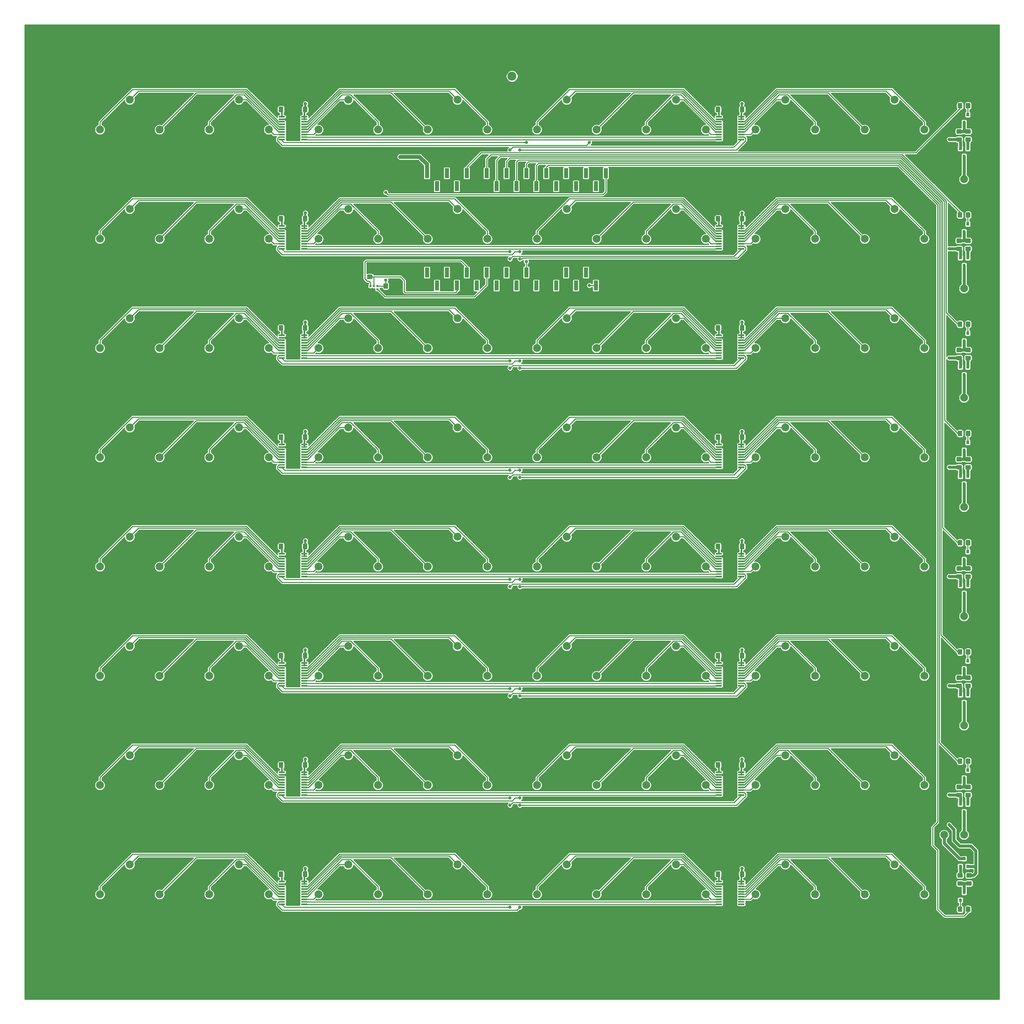
<source format=gbr>
G04 #@! TF.GenerationSoftware,KiCad,Pcbnew,(5.1.5-0-10_14)*
G04 #@! TF.CreationDate,2020-06-03T20:16:53+02:00*
G04 #@! TF.ProjectId,rgb_led_cube,7267625f-6c65-4645-9f63-7562652e6b69,rev?*
G04 #@! TF.SameCoordinates,Original*
G04 #@! TF.FileFunction,Copper,L1,Top*
G04 #@! TF.FilePolarity,Positive*
%FSLAX46Y46*%
G04 Gerber Fmt 4.6, Leading zero omitted, Abs format (unit mm)*
G04 Created by KiCad (PCBNEW (5.1.5-0-10_14)) date 2020-06-03 20:16:53*
%MOMM*%
%LPD*%
G04 APERTURE LIST*
%ADD10C,2.000000*%
%ADD11C,0.800000*%
%ADD12C,6.400000*%
%ADD13C,1.830000*%
%ADD14R,0.600000X0.522000*%
%ADD15C,0.100000*%
%ADD16C,0.600000*%
%ADD17R,2.200000X2.200000*%
%ADD18C,2.300000*%
%ADD19R,1.000000X2.510000*%
%ADD20R,0.800000X0.900000*%
%ADD21C,0.400000*%
%ADD22C,0.250000*%
%ADD23C,0.750000*%
%ADD24C,1.000000*%
%ADD25C,0.500000*%
G04 APERTURE END LIST*
D10*
X260909000Y-228956000D03*
X265989000Y-228956000D03*
X265989000Y-201016000D03*
X265989000Y-173076000D03*
X265989000Y-145136000D03*
X265989000Y-117196000D03*
X265989000Y-89256000D03*
X265989000Y-61316000D03*
X45009000Y-48616000D03*
X52629000Y-40996000D03*
X60249000Y-48616000D03*
X72949000Y-48616000D03*
X80569000Y-40996000D03*
X88189000Y-48616000D03*
X100889000Y-48616000D03*
X108509000Y-40996000D03*
X116129000Y-48616000D03*
X128829000Y-48616000D03*
X136449000Y-40996000D03*
X144069000Y-48616000D03*
X156769000Y-48616000D03*
X164389000Y-40996000D03*
X172009000Y-48616000D03*
X184709000Y-48616000D03*
X192329000Y-40996000D03*
X199949000Y-48616000D03*
X212649000Y-48616000D03*
X220269000Y-40996000D03*
X227889000Y-48616000D03*
X240589000Y-48616000D03*
X248209000Y-40996000D03*
X255829000Y-48616000D03*
X45009000Y-76556000D03*
X52629000Y-68936000D03*
X60249000Y-76556000D03*
X72949000Y-76556000D03*
X80569000Y-68936000D03*
X88189000Y-76556000D03*
X100889000Y-76556000D03*
X108509000Y-68936000D03*
X116129000Y-76556000D03*
X128829000Y-76556000D03*
X136449000Y-68936000D03*
X144069000Y-76556000D03*
X156769000Y-76556000D03*
X164389000Y-68936000D03*
X172009000Y-76556000D03*
X184709000Y-76556000D03*
X192329000Y-68936000D03*
X199949000Y-76556000D03*
X212649000Y-76556000D03*
X220269000Y-68936000D03*
X227889000Y-76556000D03*
X240589000Y-76556000D03*
X248209000Y-68936000D03*
X255829000Y-76556000D03*
X45009000Y-104496000D03*
X52629000Y-96876000D03*
X60249000Y-104496000D03*
X72949000Y-104496000D03*
X80569000Y-96876000D03*
X88189000Y-104496000D03*
X100889000Y-104496000D03*
X108509000Y-96876000D03*
X116129000Y-104496000D03*
X128829000Y-104496000D03*
X136449000Y-96876000D03*
X144069000Y-104496000D03*
X156769000Y-104496000D03*
X164389000Y-96876000D03*
X172009000Y-104496000D03*
X184709000Y-104496000D03*
X192329000Y-96876000D03*
X199949000Y-104496000D03*
X212649000Y-104496000D03*
X220269000Y-96876000D03*
X227889000Y-104496000D03*
X240589000Y-104496000D03*
X248209000Y-96876000D03*
X255829000Y-104496000D03*
X45009000Y-132436000D03*
X52629000Y-124816000D03*
X60249000Y-132436000D03*
X72949000Y-132436000D03*
X80569000Y-124816000D03*
X88189000Y-132436000D03*
X100889000Y-132436000D03*
X108509000Y-124816000D03*
X116129000Y-132436000D03*
X128829000Y-132436000D03*
X136449000Y-124816000D03*
X144069000Y-132436000D03*
X156769000Y-132436000D03*
X164389000Y-124816000D03*
X172009000Y-132436000D03*
X184709000Y-132436000D03*
X192329000Y-124816000D03*
X199949000Y-132436000D03*
X212649000Y-132436000D03*
X220269000Y-124816000D03*
X227889000Y-132436000D03*
X240589000Y-132436000D03*
X248209000Y-124816000D03*
X255829000Y-132436000D03*
X80569000Y-236576000D03*
X128829000Y-244196000D03*
X172009000Y-216256000D03*
X88189000Y-188316000D03*
X100889000Y-188316000D03*
X172009000Y-188316000D03*
X100889000Y-216256000D03*
X136449000Y-208636000D03*
X212649000Y-244196000D03*
X199949000Y-160376000D03*
X60249000Y-188316000D03*
X72949000Y-188316000D03*
X116129000Y-188316000D03*
X240589000Y-188316000D03*
X52629000Y-208636000D03*
X116129000Y-216256000D03*
X144069000Y-216256000D03*
X156769000Y-216256000D03*
X192329000Y-208636000D03*
X199949000Y-216256000D03*
X227889000Y-216256000D03*
X52629000Y-236576000D03*
X88189000Y-244196000D03*
X144069000Y-244196000D03*
X144069000Y-160376000D03*
X240589000Y-160376000D03*
X80569000Y-180696000D03*
X45009000Y-160376000D03*
X52629000Y-152756000D03*
X52629000Y-180696000D03*
X144069000Y-188316000D03*
X128829000Y-188316000D03*
X255829000Y-188316000D03*
X227889000Y-188316000D03*
X248209000Y-180696000D03*
X199949000Y-188316000D03*
X45009000Y-216256000D03*
X60249000Y-216256000D03*
X80569000Y-152756000D03*
X164389000Y-152756000D03*
X192329000Y-152756000D03*
X220269000Y-152756000D03*
X108509000Y-180696000D03*
X128829000Y-160376000D03*
X136449000Y-152756000D03*
X116129000Y-160376000D03*
X184709000Y-160376000D03*
X100889000Y-160376000D03*
X212649000Y-188316000D03*
X108509000Y-152756000D03*
X60249000Y-160376000D03*
X227889000Y-160376000D03*
X72949000Y-160376000D03*
X45009000Y-188316000D03*
X255829000Y-160376000D03*
X172009000Y-160376000D03*
X227889000Y-244196000D03*
X248209000Y-236576000D03*
X255829000Y-244196000D03*
X248209000Y-152756000D03*
X60249000Y-244196000D03*
X116129000Y-244196000D03*
X136449000Y-236576000D03*
X164389000Y-236576000D03*
X172009000Y-244196000D03*
X192329000Y-236576000D03*
X136449000Y-180696000D03*
X220269000Y-180696000D03*
X128829000Y-216256000D03*
X192329000Y-180696000D03*
X156769000Y-188316000D03*
X164389000Y-180696000D03*
X184709000Y-188316000D03*
X240589000Y-216256000D03*
X45009000Y-244196000D03*
X72949000Y-216256000D03*
X80569000Y-208636000D03*
X88189000Y-216256000D03*
X108509000Y-208636000D03*
X164389000Y-208636000D03*
X184709000Y-216256000D03*
X212649000Y-216256000D03*
X220269000Y-208636000D03*
X248209000Y-208636000D03*
X255829000Y-216256000D03*
X72949000Y-244196000D03*
X100889000Y-244196000D03*
X108509000Y-236576000D03*
X156769000Y-244196000D03*
X184709000Y-244196000D03*
X199949000Y-244196000D03*
X220269000Y-236576000D03*
X240589000Y-244196000D03*
X212649000Y-160376000D03*
X156769000Y-160376000D03*
X88189000Y-160376000D03*
D11*
X33107056Y-25702944D03*
X31410000Y-25000000D03*
X29712944Y-25702944D03*
X29010000Y-27400000D03*
X29712944Y-29097056D03*
X31410000Y-29800000D03*
X33107056Y-29097056D03*
X33810000Y-27400000D03*
D12*
X31410000Y-27400000D03*
D11*
X33107056Y-263702944D03*
X31410000Y-263000000D03*
X29712944Y-263702944D03*
X29010000Y-265400000D03*
X29712944Y-267097056D03*
X31410000Y-267800000D03*
X33107056Y-267097056D03*
X33810000Y-265400000D03*
D12*
X31410000Y-265400000D03*
D11*
X271107056Y-263702944D03*
X269410000Y-263000000D03*
X267712944Y-263702944D03*
X267010000Y-265400000D03*
X267712944Y-267097056D03*
X269410000Y-267800000D03*
X271107056Y-267097056D03*
X271810000Y-265400000D03*
D12*
X269410000Y-265400000D03*
D11*
X271107056Y-25702944D03*
X269410000Y-25000000D03*
X267712944Y-25702944D03*
X267010000Y-27400000D03*
X267712944Y-29097056D03*
X269410000Y-29800000D03*
X271107056Y-29097056D03*
X271810000Y-27400000D03*
D12*
X269410000Y-27400000D03*
D13*
X115087400Y-90716000D03*
D14*
X114187400Y-88643800D03*
X114187400Y-89465800D03*
X115987400Y-89465800D03*
X115987400Y-88643800D03*
X115087400Y-88643800D03*
G04 #@! TA.AperFunction,SMDPad,CuDef*
D15*
G36*
X209705802Y-184835082D02*
G01*
X209715509Y-184836521D01*
X209725028Y-184838906D01*
X209734268Y-184842212D01*
X209743140Y-184846408D01*
X209751557Y-184851453D01*
X209759439Y-184857299D01*
X209766711Y-184863889D01*
X209773301Y-184871161D01*
X209779147Y-184879043D01*
X209784192Y-184887460D01*
X209788388Y-184896332D01*
X209791694Y-184905572D01*
X209794079Y-184915091D01*
X209795518Y-184924798D01*
X209796000Y-184934600D01*
X209796000Y-185134600D01*
X209795518Y-185144402D01*
X209794079Y-185154109D01*
X209791694Y-185163628D01*
X209788388Y-185172868D01*
X209784192Y-185181740D01*
X209779147Y-185190157D01*
X209773301Y-185198039D01*
X209766711Y-185205311D01*
X209759439Y-185211901D01*
X209751557Y-185217747D01*
X209743140Y-185222792D01*
X209734268Y-185226988D01*
X209725028Y-185230294D01*
X209715509Y-185232679D01*
X209705802Y-185234118D01*
X209696000Y-185234600D01*
X208321000Y-185234600D01*
X208311198Y-185234118D01*
X208301491Y-185232679D01*
X208291972Y-185230294D01*
X208282732Y-185226988D01*
X208273860Y-185222792D01*
X208265443Y-185217747D01*
X208257561Y-185211901D01*
X208250289Y-185205311D01*
X208243699Y-185198039D01*
X208237853Y-185190157D01*
X208232808Y-185181740D01*
X208228612Y-185172868D01*
X208225306Y-185163628D01*
X208222921Y-185154109D01*
X208221482Y-185144402D01*
X208221000Y-185134600D01*
X208221000Y-184934600D01*
X208221482Y-184924798D01*
X208222921Y-184915091D01*
X208225306Y-184905572D01*
X208228612Y-184896332D01*
X208232808Y-184887460D01*
X208237853Y-184879043D01*
X208243699Y-184871161D01*
X208250289Y-184863889D01*
X208257561Y-184857299D01*
X208265443Y-184851453D01*
X208273860Y-184846408D01*
X208282732Y-184842212D01*
X208291972Y-184838906D01*
X208301491Y-184836521D01*
X208311198Y-184835082D01*
X208321000Y-184834600D01*
X209696000Y-184834600D01*
X209705802Y-184835082D01*
G37*
G04 #@! TD.AperFunction*
G04 #@! TA.AperFunction,SMDPad,CuDef*
G36*
X209705802Y-185485082D02*
G01*
X209715509Y-185486521D01*
X209725028Y-185488906D01*
X209734268Y-185492212D01*
X209743140Y-185496408D01*
X209751557Y-185501453D01*
X209759439Y-185507299D01*
X209766711Y-185513889D01*
X209773301Y-185521161D01*
X209779147Y-185529043D01*
X209784192Y-185537460D01*
X209788388Y-185546332D01*
X209791694Y-185555572D01*
X209794079Y-185565091D01*
X209795518Y-185574798D01*
X209796000Y-185584600D01*
X209796000Y-185784600D01*
X209795518Y-185794402D01*
X209794079Y-185804109D01*
X209791694Y-185813628D01*
X209788388Y-185822868D01*
X209784192Y-185831740D01*
X209779147Y-185840157D01*
X209773301Y-185848039D01*
X209766711Y-185855311D01*
X209759439Y-185861901D01*
X209751557Y-185867747D01*
X209743140Y-185872792D01*
X209734268Y-185876988D01*
X209725028Y-185880294D01*
X209715509Y-185882679D01*
X209705802Y-185884118D01*
X209696000Y-185884600D01*
X208321000Y-185884600D01*
X208311198Y-185884118D01*
X208301491Y-185882679D01*
X208291972Y-185880294D01*
X208282732Y-185876988D01*
X208273860Y-185872792D01*
X208265443Y-185867747D01*
X208257561Y-185861901D01*
X208250289Y-185855311D01*
X208243699Y-185848039D01*
X208237853Y-185840157D01*
X208232808Y-185831740D01*
X208228612Y-185822868D01*
X208225306Y-185813628D01*
X208222921Y-185804109D01*
X208221482Y-185794402D01*
X208221000Y-185784600D01*
X208221000Y-185584600D01*
X208221482Y-185574798D01*
X208222921Y-185565091D01*
X208225306Y-185555572D01*
X208228612Y-185546332D01*
X208232808Y-185537460D01*
X208237853Y-185529043D01*
X208243699Y-185521161D01*
X208250289Y-185513889D01*
X208257561Y-185507299D01*
X208265443Y-185501453D01*
X208273860Y-185496408D01*
X208282732Y-185492212D01*
X208291972Y-185488906D01*
X208301491Y-185486521D01*
X208311198Y-185485082D01*
X208321000Y-185484600D01*
X209696000Y-185484600D01*
X209705802Y-185485082D01*
G37*
G04 #@! TD.AperFunction*
G04 #@! TA.AperFunction,SMDPad,CuDef*
G36*
X209705802Y-186135082D02*
G01*
X209715509Y-186136521D01*
X209725028Y-186138906D01*
X209734268Y-186142212D01*
X209743140Y-186146408D01*
X209751557Y-186151453D01*
X209759439Y-186157299D01*
X209766711Y-186163889D01*
X209773301Y-186171161D01*
X209779147Y-186179043D01*
X209784192Y-186187460D01*
X209788388Y-186196332D01*
X209791694Y-186205572D01*
X209794079Y-186215091D01*
X209795518Y-186224798D01*
X209796000Y-186234600D01*
X209796000Y-186434600D01*
X209795518Y-186444402D01*
X209794079Y-186454109D01*
X209791694Y-186463628D01*
X209788388Y-186472868D01*
X209784192Y-186481740D01*
X209779147Y-186490157D01*
X209773301Y-186498039D01*
X209766711Y-186505311D01*
X209759439Y-186511901D01*
X209751557Y-186517747D01*
X209743140Y-186522792D01*
X209734268Y-186526988D01*
X209725028Y-186530294D01*
X209715509Y-186532679D01*
X209705802Y-186534118D01*
X209696000Y-186534600D01*
X208321000Y-186534600D01*
X208311198Y-186534118D01*
X208301491Y-186532679D01*
X208291972Y-186530294D01*
X208282732Y-186526988D01*
X208273860Y-186522792D01*
X208265443Y-186517747D01*
X208257561Y-186511901D01*
X208250289Y-186505311D01*
X208243699Y-186498039D01*
X208237853Y-186490157D01*
X208232808Y-186481740D01*
X208228612Y-186472868D01*
X208225306Y-186463628D01*
X208222921Y-186454109D01*
X208221482Y-186444402D01*
X208221000Y-186434600D01*
X208221000Y-186234600D01*
X208221482Y-186224798D01*
X208222921Y-186215091D01*
X208225306Y-186205572D01*
X208228612Y-186196332D01*
X208232808Y-186187460D01*
X208237853Y-186179043D01*
X208243699Y-186171161D01*
X208250289Y-186163889D01*
X208257561Y-186157299D01*
X208265443Y-186151453D01*
X208273860Y-186146408D01*
X208282732Y-186142212D01*
X208291972Y-186138906D01*
X208301491Y-186136521D01*
X208311198Y-186135082D01*
X208321000Y-186134600D01*
X209696000Y-186134600D01*
X209705802Y-186135082D01*
G37*
G04 #@! TD.AperFunction*
G04 #@! TA.AperFunction,SMDPad,CuDef*
G36*
X209705802Y-186785082D02*
G01*
X209715509Y-186786521D01*
X209725028Y-186788906D01*
X209734268Y-186792212D01*
X209743140Y-186796408D01*
X209751557Y-186801453D01*
X209759439Y-186807299D01*
X209766711Y-186813889D01*
X209773301Y-186821161D01*
X209779147Y-186829043D01*
X209784192Y-186837460D01*
X209788388Y-186846332D01*
X209791694Y-186855572D01*
X209794079Y-186865091D01*
X209795518Y-186874798D01*
X209796000Y-186884600D01*
X209796000Y-187084600D01*
X209795518Y-187094402D01*
X209794079Y-187104109D01*
X209791694Y-187113628D01*
X209788388Y-187122868D01*
X209784192Y-187131740D01*
X209779147Y-187140157D01*
X209773301Y-187148039D01*
X209766711Y-187155311D01*
X209759439Y-187161901D01*
X209751557Y-187167747D01*
X209743140Y-187172792D01*
X209734268Y-187176988D01*
X209725028Y-187180294D01*
X209715509Y-187182679D01*
X209705802Y-187184118D01*
X209696000Y-187184600D01*
X208321000Y-187184600D01*
X208311198Y-187184118D01*
X208301491Y-187182679D01*
X208291972Y-187180294D01*
X208282732Y-187176988D01*
X208273860Y-187172792D01*
X208265443Y-187167747D01*
X208257561Y-187161901D01*
X208250289Y-187155311D01*
X208243699Y-187148039D01*
X208237853Y-187140157D01*
X208232808Y-187131740D01*
X208228612Y-187122868D01*
X208225306Y-187113628D01*
X208222921Y-187104109D01*
X208221482Y-187094402D01*
X208221000Y-187084600D01*
X208221000Y-186884600D01*
X208221482Y-186874798D01*
X208222921Y-186865091D01*
X208225306Y-186855572D01*
X208228612Y-186846332D01*
X208232808Y-186837460D01*
X208237853Y-186829043D01*
X208243699Y-186821161D01*
X208250289Y-186813889D01*
X208257561Y-186807299D01*
X208265443Y-186801453D01*
X208273860Y-186796408D01*
X208282732Y-186792212D01*
X208291972Y-186788906D01*
X208301491Y-186786521D01*
X208311198Y-186785082D01*
X208321000Y-186784600D01*
X209696000Y-186784600D01*
X209705802Y-186785082D01*
G37*
G04 #@! TD.AperFunction*
G04 #@! TA.AperFunction,SMDPad,CuDef*
G36*
X209705802Y-187435082D02*
G01*
X209715509Y-187436521D01*
X209725028Y-187438906D01*
X209734268Y-187442212D01*
X209743140Y-187446408D01*
X209751557Y-187451453D01*
X209759439Y-187457299D01*
X209766711Y-187463889D01*
X209773301Y-187471161D01*
X209779147Y-187479043D01*
X209784192Y-187487460D01*
X209788388Y-187496332D01*
X209791694Y-187505572D01*
X209794079Y-187515091D01*
X209795518Y-187524798D01*
X209796000Y-187534600D01*
X209796000Y-187734600D01*
X209795518Y-187744402D01*
X209794079Y-187754109D01*
X209791694Y-187763628D01*
X209788388Y-187772868D01*
X209784192Y-187781740D01*
X209779147Y-187790157D01*
X209773301Y-187798039D01*
X209766711Y-187805311D01*
X209759439Y-187811901D01*
X209751557Y-187817747D01*
X209743140Y-187822792D01*
X209734268Y-187826988D01*
X209725028Y-187830294D01*
X209715509Y-187832679D01*
X209705802Y-187834118D01*
X209696000Y-187834600D01*
X208321000Y-187834600D01*
X208311198Y-187834118D01*
X208301491Y-187832679D01*
X208291972Y-187830294D01*
X208282732Y-187826988D01*
X208273860Y-187822792D01*
X208265443Y-187817747D01*
X208257561Y-187811901D01*
X208250289Y-187805311D01*
X208243699Y-187798039D01*
X208237853Y-187790157D01*
X208232808Y-187781740D01*
X208228612Y-187772868D01*
X208225306Y-187763628D01*
X208222921Y-187754109D01*
X208221482Y-187744402D01*
X208221000Y-187734600D01*
X208221000Y-187534600D01*
X208221482Y-187524798D01*
X208222921Y-187515091D01*
X208225306Y-187505572D01*
X208228612Y-187496332D01*
X208232808Y-187487460D01*
X208237853Y-187479043D01*
X208243699Y-187471161D01*
X208250289Y-187463889D01*
X208257561Y-187457299D01*
X208265443Y-187451453D01*
X208273860Y-187446408D01*
X208282732Y-187442212D01*
X208291972Y-187438906D01*
X208301491Y-187436521D01*
X208311198Y-187435082D01*
X208321000Y-187434600D01*
X209696000Y-187434600D01*
X209705802Y-187435082D01*
G37*
G04 #@! TD.AperFunction*
G04 #@! TA.AperFunction,SMDPad,CuDef*
G36*
X209705802Y-188085082D02*
G01*
X209715509Y-188086521D01*
X209725028Y-188088906D01*
X209734268Y-188092212D01*
X209743140Y-188096408D01*
X209751557Y-188101453D01*
X209759439Y-188107299D01*
X209766711Y-188113889D01*
X209773301Y-188121161D01*
X209779147Y-188129043D01*
X209784192Y-188137460D01*
X209788388Y-188146332D01*
X209791694Y-188155572D01*
X209794079Y-188165091D01*
X209795518Y-188174798D01*
X209796000Y-188184600D01*
X209796000Y-188384600D01*
X209795518Y-188394402D01*
X209794079Y-188404109D01*
X209791694Y-188413628D01*
X209788388Y-188422868D01*
X209784192Y-188431740D01*
X209779147Y-188440157D01*
X209773301Y-188448039D01*
X209766711Y-188455311D01*
X209759439Y-188461901D01*
X209751557Y-188467747D01*
X209743140Y-188472792D01*
X209734268Y-188476988D01*
X209725028Y-188480294D01*
X209715509Y-188482679D01*
X209705802Y-188484118D01*
X209696000Y-188484600D01*
X208321000Y-188484600D01*
X208311198Y-188484118D01*
X208301491Y-188482679D01*
X208291972Y-188480294D01*
X208282732Y-188476988D01*
X208273860Y-188472792D01*
X208265443Y-188467747D01*
X208257561Y-188461901D01*
X208250289Y-188455311D01*
X208243699Y-188448039D01*
X208237853Y-188440157D01*
X208232808Y-188431740D01*
X208228612Y-188422868D01*
X208225306Y-188413628D01*
X208222921Y-188404109D01*
X208221482Y-188394402D01*
X208221000Y-188384600D01*
X208221000Y-188184600D01*
X208221482Y-188174798D01*
X208222921Y-188165091D01*
X208225306Y-188155572D01*
X208228612Y-188146332D01*
X208232808Y-188137460D01*
X208237853Y-188129043D01*
X208243699Y-188121161D01*
X208250289Y-188113889D01*
X208257561Y-188107299D01*
X208265443Y-188101453D01*
X208273860Y-188096408D01*
X208282732Y-188092212D01*
X208291972Y-188088906D01*
X208301491Y-188086521D01*
X208311198Y-188085082D01*
X208321000Y-188084600D01*
X209696000Y-188084600D01*
X209705802Y-188085082D01*
G37*
G04 #@! TD.AperFunction*
G04 #@! TA.AperFunction,SMDPad,CuDef*
G36*
X209705802Y-188735082D02*
G01*
X209715509Y-188736521D01*
X209725028Y-188738906D01*
X209734268Y-188742212D01*
X209743140Y-188746408D01*
X209751557Y-188751453D01*
X209759439Y-188757299D01*
X209766711Y-188763889D01*
X209773301Y-188771161D01*
X209779147Y-188779043D01*
X209784192Y-188787460D01*
X209788388Y-188796332D01*
X209791694Y-188805572D01*
X209794079Y-188815091D01*
X209795518Y-188824798D01*
X209796000Y-188834600D01*
X209796000Y-189034600D01*
X209795518Y-189044402D01*
X209794079Y-189054109D01*
X209791694Y-189063628D01*
X209788388Y-189072868D01*
X209784192Y-189081740D01*
X209779147Y-189090157D01*
X209773301Y-189098039D01*
X209766711Y-189105311D01*
X209759439Y-189111901D01*
X209751557Y-189117747D01*
X209743140Y-189122792D01*
X209734268Y-189126988D01*
X209725028Y-189130294D01*
X209715509Y-189132679D01*
X209705802Y-189134118D01*
X209696000Y-189134600D01*
X208321000Y-189134600D01*
X208311198Y-189134118D01*
X208301491Y-189132679D01*
X208291972Y-189130294D01*
X208282732Y-189126988D01*
X208273860Y-189122792D01*
X208265443Y-189117747D01*
X208257561Y-189111901D01*
X208250289Y-189105311D01*
X208243699Y-189098039D01*
X208237853Y-189090157D01*
X208232808Y-189081740D01*
X208228612Y-189072868D01*
X208225306Y-189063628D01*
X208222921Y-189054109D01*
X208221482Y-189044402D01*
X208221000Y-189034600D01*
X208221000Y-188834600D01*
X208221482Y-188824798D01*
X208222921Y-188815091D01*
X208225306Y-188805572D01*
X208228612Y-188796332D01*
X208232808Y-188787460D01*
X208237853Y-188779043D01*
X208243699Y-188771161D01*
X208250289Y-188763889D01*
X208257561Y-188757299D01*
X208265443Y-188751453D01*
X208273860Y-188746408D01*
X208282732Y-188742212D01*
X208291972Y-188738906D01*
X208301491Y-188736521D01*
X208311198Y-188735082D01*
X208321000Y-188734600D01*
X209696000Y-188734600D01*
X209705802Y-188735082D01*
G37*
G04 #@! TD.AperFunction*
G04 #@! TA.AperFunction,SMDPad,CuDef*
G36*
X209705802Y-189385082D02*
G01*
X209715509Y-189386521D01*
X209725028Y-189388906D01*
X209734268Y-189392212D01*
X209743140Y-189396408D01*
X209751557Y-189401453D01*
X209759439Y-189407299D01*
X209766711Y-189413889D01*
X209773301Y-189421161D01*
X209779147Y-189429043D01*
X209784192Y-189437460D01*
X209788388Y-189446332D01*
X209791694Y-189455572D01*
X209794079Y-189465091D01*
X209795518Y-189474798D01*
X209796000Y-189484600D01*
X209796000Y-189684600D01*
X209795518Y-189694402D01*
X209794079Y-189704109D01*
X209791694Y-189713628D01*
X209788388Y-189722868D01*
X209784192Y-189731740D01*
X209779147Y-189740157D01*
X209773301Y-189748039D01*
X209766711Y-189755311D01*
X209759439Y-189761901D01*
X209751557Y-189767747D01*
X209743140Y-189772792D01*
X209734268Y-189776988D01*
X209725028Y-189780294D01*
X209715509Y-189782679D01*
X209705802Y-189784118D01*
X209696000Y-189784600D01*
X208321000Y-189784600D01*
X208311198Y-189784118D01*
X208301491Y-189782679D01*
X208291972Y-189780294D01*
X208282732Y-189776988D01*
X208273860Y-189772792D01*
X208265443Y-189767747D01*
X208257561Y-189761901D01*
X208250289Y-189755311D01*
X208243699Y-189748039D01*
X208237853Y-189740157D01*
X208232808Y-189731740D01*
X208228612Y-189722868D01*
X208225306Y-189713628D01*
X208222921Y-189704109D01*
X208221482Y-189694402D01*
X208221000Y-189684600D01*
X208221000Y-189484600D01*
X208221482Y-189474798D01*
X208222921Y-189465091D01*
X208225306Y-189455572D01*
X208228612Y-189446332D01*
X208232808Y-189437460D01*
X208237853Y-189429043D01*
X208243699Y-189421161D01*
X208250289Y-189413889D01*
X208257561Y-189407299D01*
X208265443Y-189401453D01*
X208273860Y-189396408D01*
X208282732Y-189392212D01*
X208291972Y-189388906D01*
X208301491Y-189386521D01*
X208311198Y-189385082D01*
X208321000Y-189384600D01*
X209696000Y-189384600D01*
X209705802Y-189385082D01*
G37*
G04 #@! TD.AperFunction*
G04 #@! TA.AperFunction,SMDPad,CuDef*
G36*
X209705802Y-190035082D02*
G01*
X209715509Y-190036521D01*
X209725028Y-190038906D01*
X209734268Y-190042212D01*
X209743140Y-190046408D01*
X209751557Y-190051453D01*
X209759439Y-190057299D01*
X209766711Y-190063889D01*
X209773301Y-190071161D01*
X209779147Y-190079043D01*
X209784192Y-190087460D01*
X209788388Y-190096332D01*
X209791694Y-190105572D01*
X209794079Y-190115091D01*
X209795518Y-190124798D01*
X209796000Y-190134600D01*
X209796000Y-190334600D01*
X209795518Y-190344402D01*
X209794079Y-190354109D01*
X209791694Y-190363628D01*
X209788388Y-190372868D01*
X209784192Y-190381740D01*
X209779147Y-190390157D01*
X209773301Y-190398039D01*
X209766711Y-190405311D01*
X209759439Y-190411901D01*
X209751557Y-190417747D01*
X209743140Y-190422792D01*
X209734268Y-190426988D01*
X209725028Y-190430294D01*
X209715509Y-190432679D01*
X209705802Y-190434118D01*
X209696000Y-190434600D01*
X208321000Y-190434600D01*
X208311198Y-190434118D01*
X208301491Y-190432679D01*
X208291972Y-190430294D01*
X208282732Y-190426988D01*
X208273860Y-190422792D01*
X208265443Y-190417747D01*
X208257561Y-190411901D01*
X208250289Y-190405311D01*
X208243699Y-190398039D01*
X208237853Y-190390157D01*
X208232808Y-190381740D01*
X208228612Y-190372868D01*
X208225306Y-190363628D01*
X208222921Y-190354109D01*
X208221482Y-190344402D01*
X208221000Y-190334600D01*
X208221000Y-190134600D01*
X208221482Y-190124798D01*
X208222921Y-190115091D01*
X208225306Y-190105572D01*
X208228612Y-190096332D01*
X208232808Y-190087460D01*
X208237853Y-190079043D01*
X208243699Y-190071161D01*
X208250289Y-190063889D01*
X208257561Y-190057299D01*
X208265443Y-190051453D01*
X208273860Y-190046408D01*
X208282732Y-190042212D01*
X208291972Y-190038906D01*
X208301491Y-190036521D01*
X208311198Y-190035082D01*
X208321000Y-190034600D01*
X209696000Y-190034600D01*
X209705802Y-190035082D01*
G37*
G04 #@! TD.AperFunction*
G04 #@! TA.AperFunction,SMDPad,CuDef*
G36*
X209705802Y-190685082D02*
G01*
X209715509Y-190686521D01*
X209725028Y-190688906D01*
X209734268Y-190692212D01*
X209743140Y-190696408D01*
X209751557Y-190701453D01*
X209759439Y-190707299D01*
X209766711Y-190713889D01*
X209773301Y-190721161D01*
X209779147Y-190729043D01*
X209784192Y-190737460D01*
X209788388Y-190746332D01*
X209791694Y-190755572D01*
X209794079Y-190765091D01*
X209795518Y-190774798D01*
X209796000Y-190784600D01*
X209796000Y-190984600D01*
X209795518Y-190994402D01*
X209794079Y-191004109D01*
X209791694Y-191013628D01*
X209788388Y-191022868D01*
X209784192Y-191031740D01*
X209779147Y-191040157D01*
X209773301Y-191048039D01*
X209766711Y-191055311D01*
X209759439Y-191061901D01*
X209751557Y-191067747D01*
X209743140Y-191072792D01*
X209734268Y-191076988D01*
X209725028Y-191080294D01*
X209715509Y-191082679D01*
X209705802Y-191084118D01*
X209696000Y-191084600D01*
X208321000Y-191084600D01*
X208311198Y-191084118D01*
X208301491Y-191082679D01*
X208291972Y-191080294D01*
X208282732Y-191076988D01*
X208273860Y-191072792D01*
X208265443Y-191067747D01*
X208257561Y-191061901D01*
X208250289Y-191055311D01*
X208243699Y-191048039D01*
X208237853Y-191040157D01*
X208232808Y-191031740D01*
X208228612Y-191022868D01*
X208225306Y-191013628D01*
X208222921Y-191004109D01*
X208221482Y-190994402D01*
X208221000Y-190984600D01*
X208221000Y-190784600D01*
X208221482Y-190774798D01*
X208222921Y-190765091D01*
X208225306Y-190755572D01*
X208228612Y-190746332D01*
X208232808Y-190737460D01*
X208237853Y-190729043D01*
X208243699Y-190721161D01*
X208250289Y-190713889D01*
X208257561Y-190707299D01*
X208265443Y-190701453D01*
X208273860Y-190696408D01*
X208282732Y-190692212D01*
X208291972Y-190688906D01*
X208301491Y-190686521D01*
X208311198Y-190685082D01*
X208321000Y-190684600D01*
X209696000Y-190684600D01*
X209705802Y-190685082D01*
G37*
G04 #@! TD.AperFunction*
G04 #@! TA.AperFunction,SMDPad,CuDef*
G36*
X203980802Y-190685082D02*
G01*
X203990509Y-190686521D01*
X204000028Y-190688906D01*
X204009268Y-190692212D01*
X204018140Y-190696408D01*
X204026557Y-190701453D01*
X204034439Y-190707299D01*
X204041711Y-190713889D01*
X204048301Y-190721161D01*
X204054147Y-190729043D01*
X204059192Y-190737460D01*
X204063388Y-190746332D01*
X204066694Y-190755572D01*
X204069079Y-190765091D01*
X204070518Y-190774798D01*
X204071000Y-190784600D01*
X204071000Y-190984600D01*
X204070518Y-190994402D01*
X204069079Y-191004109D01*
X204066694Y-191013628D01*
X204063388Y-191022868D01*
X204059192Y-191031740D01*
X204054147Y-191040157D01*
X204048301Y-191048039D01*
X204041711Y-191055311D01*
X204034439Y-191061901D01*
X204026557Y-191067747D01*
X204018140Y-191072792D01*
X204009268Y-191076988D01*
X204000028Y-191080294D01*
X203990509Y-191082679D01*
X203980802Y-191084118D01*
X203971000Y-191084600D01*
X202596000Y-191084600D01*
X202586198Y-191084118D01*
X202576491Y-191082679D01*
X202566972Y-191080294D01*
X202557732Y-191076988D01*
X202548860Y-191072792D01*
X202540443Y-191067747D01*
X202532561Y-191061901D01*
X202525289Y-191055311D01*
X202518699Y-191048039D01*
X202512853Y-191040157D01*
X202507808Y-191031740D01*
X202503612Y-191022868D01*
X202500306Y-191013628D01*
X202497921Y-191004109D01*
X202496482Y-190994402D01*
X202496000Y-190984600D01*
X202496000Y-190784600D01*
X202496482Y-190774798D01*
X202497921Y-190765091D01*
X202500306Y-190755572D01*
X202503612Y-190746332D01*
X202507808Y-190737460D01*
X202512853Y-190729043D01*
X202518699Y-190721161D01*
X202525289Y-190713889D01*
X202532561Y-190707299D01*
X202540443Y-190701453D01*
X202548860Y-190696408D01*
X202557732Y-190692212D01*
X202566972Y-190688906D01*
X202576491Y-190686521D01*
X202586198Y-190685082D01*
X202596000Y-190684600D01*
X203971000Y-190684600D01*
X203980802Y-190685082D01*
G37*
G04 #@! TD.AperFunction*
G04 #@! TA.AperFunction,SMDPad,CuDef*
G36*
X203980802Y-190035082D02*
G01*
X203990509Y-190036521D01*
X204000028Y-190038906D01*
X204009268Y-190042212D01*
X204018140Y-190046408D01*
X204026557Y-190051453D01*
X204034439Y-190057299D01*
X204041711Y-190063889D01*
X204048301Y-190071161D01*
X204054147Y-190079043D01*
X204059192Y-190087460D01*
X204063388Y-190096332D01*
X204066694Y-190105572D01*
X204069079Y-190115091D01*
X204070518Y-190124798D01*
X204071000Y-190134600D01*
X204071000Y-190334600D01*
X204070518Y-190344402D01*
X204069079Y-190354109D01*
X204066694Y-190363628D01*
X204063388Y-190372868D01*
X204059192Y-190381740D01*
X204054147Y-190390157D01*
X204048301Y-190398039D01*
X204041711Y-190405311D01*
X204034439Y-190411901D01*
X204026557Y-190417747D01*
X204018140Y-190422792D01*
X204009268Y-190426988D01*
X204000028Y-190430294D01*
X203990509Y-190432679D01*
X203980802Y-190434118D01*
X203971000Y-190434600D01*
X202596000Y-190434600D01*
X202586198Y-190434118D01*
X202576491Y-190432679D01*
X202566972Y-190430294D01*
X202557732Y-190426988D01*
X202548860Y-190422792D01*
X202540443Y-190417747D01*
X202532561Y-190411901D01*
X202525289Y-190405311D01*
X202518699Y-190398039D01*
X202512853Y-190390157D01*
X202507808Y-190381740D01*
X202503612Y-190372868D01*
X202500306Y-190363628D01*
X202497921Y-190354109D01*
X202496482Y-190344402D01*
X202496000Y-190334600D01*
X202496000Y-190134600D01*
X202496482Y-190124798D01*
X202497921Y-190115091D01*
X202500306Y-190105572D01*
X202503612Y-190096332D01*
X202507808Y-190087460D01*
X202512853Y-190079043D01*
X202518699Y-190071161D01*
X202525289Y-190063889D01*
X202532561Y-190057299D01*
X202540443Y-190051453D01*
X202548860Y-190046408D01*
X202557732Y-190042212D01*
X202566972Y-190038906D01*
X202576491Y-190036521D01*
X202586198Y-190035082D01*
X202596000Y-190034600D01*
X203971000Y-190034600D01*
X203980802Y-190035082D01*
G37*
G04 #@! TD.AperFunction*
G04 #@! TA.AperFunction,SMDPad,CuDef*
G36*
X203980802Y-189385082D02*
G01*
X203990509Y-189386521D01*
X204000028Y-189388906D01*
X204009268Y-189392212D01*
X204018140Y-189396408D01*
X204026557Y-189401453D01*
X204034439Y-189407299D01*
X204041711Y-189413889D01*
X204048301Y-189421161D01*
X204054147Y-189429043D01*
X204059192Y-189437460D01*
X204063388Y-189446332D01*
X204066694Y-189455572D01*
X204069079Y-189465091D01*
X204070518Y-189474798D01*
X204071000Y-189484600D01*
X204071000Y-189684600D01*
X204070518Y-189694402D01*
X204069079Y-189704109D01*
X204066694Y-189713628D01*
X204063388Y-189722868D01*
X204059192Y-189731740D01*
X204054147Y-189740157D01*
X204048301Y-189748039D01*
X204041711Y-189755311D01*
X204034439Y-189761901D01*
X204026557Y-189767747D01*
X204018140Y-189772792D01*
X204009268Y-189776988D01*
X204000028Y-189780294D01*
X203990509Y-189782679D01*
X203980802Y-189784118D01*
X203971000Y-189784600D01*
X202596000Y-189784600D01*
X202586198Y-189784118D01*
X202576491Y-189782679D01*
X202566972Y-189780294D01*
X202557732Y-189776988D01*
X202548860Y-189772792D01*
X202540443Y-189767747D01*
X202532561Y-189761901D01*
X202525289Y-189755311D01*
X202518699Y-189748039D01*
X202512853Y-189740157D01*
X202507808Y-189731740D01*
X202503612Y-189722868D01*
X202500306Y-189713628D01*
X202497921Y-189704109D01*
X202496482Y-189694402D01*
X202496000Y-189684600D01*
X202496000Y-189484600D01*
X202496482Y-189474798D01*
X202497921Y-189465091D01*
X202500306Y-189455572D01*
X202503612Y-189446332D01*
X202507808Y-189437460D01*
X202512853Y-189429043D01*
X202518699Y-189421161D01*
X202525289Y-189413889D01*
X202532561Y-189407299D01*
X202540443Y-189401453D01*
X202548860Y-189396408D01*
X202557732Y-189392212D01*
X202566972Y-189388906D01*
X202576491Y-189386521D01*
X202586198Y-189385082D01*
X202596000Y-189384600D01*
X203971000Y-189384600D01*
X203980802Y-189385082D01*
G37*
G04 #@! TD.AperFunction*
G04 #@! TA.AperFunction,SMDPad,CuDef*
G36*
X203980802Y-188735082D02*
G01*
X203990509Y-188736521D01*
X204000028Y-188738906D01*
X204009268Y-188742212D01*
X204018140Y-188746408D01*
X204026557Y-188751453D01*
X204034439Y-188757299D01*
X204041711Y-188763889D01*
X204048301Y-188771161D01*
X204054147Y-188779043D01*
X204059192Y-188787460D01*
X204063388Y-188796332D01*
X204066694Y-188805572D01*
X204069079Y-188815091D01*
X204070518Y-188824798D01*
X204071000Y-188834600D01*
X204071000Y-189034600D01*
X204070518Y-189044402D01*
X204069079Y-189054109D01*
X204066694Y-189063628D01*
X204063388Y-189072868D01*
X204059192Y-189081740D01*
X204054147Y-189090157D01*
X204048301Y-189098039D01*
X204041711Y-189105311D01*
X204034439Y-189111901D01*
X204026557Y-189117747D01*
X204018140Y-189122792D01*
X204009268Y-189126988D01*
X204000028Y-189130294D01*
X203990509Y-189132679D01*
X203980802Y-189134118D01*
X203971000Y-189134600D01*
X202596000Y-189134600D01*
X202586198Y-189134118D01*
X202576491Y-189132679D01*
X202566972Y-189130294D01*
X202557732Y-189126988D01*
X202548860Y-189122792D01*
X202540443Y-189117747D01*
X202532561Y-189111901D01*
X202525289Y-189105311D01*
X202518699Y-189098039D01*
X202512853Y-189090157D01*
X202507808Y-189081740D01*
X202503612Y-189072868D01*
X202500306Y-189063628D01*
X202497921Y-189054109D01*
X202496482Y-189044402D01*
X202496000Y-189034600D01*
X202496000Y-188834600D01*
X202496482Y-188824798D01*
X202497921Y-188815091D01*
X202500306Y-188805572D01*
X202503612Y-188796332D01*
X202507808Y-188787460D01*
X202512853Y-188779043D01*
X202518699Y-188771161D01*
X202525289Y-188763889D01*
X202532561Y-188757299D01*
X202540443Y-188751453D01*
X202548860Y-188746408D01*
X202557732Y-188742212D01*
X202566972Y-188738906D01*
X202576491Y-188736521D01*
X202586198Y-188735082D01*
X202596000Y-188734600D01*
X203971000Y-188734600D01*
X203980802Y-188735082D01*
G37*
G04 #@! TD.AperFunction*
G04 #@! TA.AperFunction,SMDPad,CuDef*
G36*
X203980802Y-188085082D02*
G01*
X203990509Y-188086521D01*
X204000028Y-188088906D01*
X204009268Y-188092212D01*
X204018140Y-188096408D01*
X204026557Y-188101453D01*
X204034439Y-188107299D01*
X204041711Y-188113889D01*
X204048301Y-188121161D01*
X204054147Y-188129043D01*
X204059192Y-188137460D01*
X204063388Y-188146332D01*
X204066694Y-188155572D01*
X204069079Y-188165091D01*
X204070518Y-188174798D01*
X204071000Y-188184600D01*
X204071000Y-188384600D01*
X204070518Y-188394402D01*
X204069079Y-188404109D01*
X204066694Y-188413628D01*
X204063388Y-188422868D01*
X204059192Y-188431740D01*
X204054147Y-188440157D01*
X204048301Y-188448039D01*
X204041711Y-188455311D01*
X204034439Y-188461901D01*
X204026557Y-188467747D01*
X204018140Y-188472792D01*
X204009268Y-188476988D01*
X204000028Y-188480294D01*
X203990509Y-188482679D01*
X203980802Y-188484118D01*
X203971000Y-188484600D01*
X202596000Y-188484600D01*
X202586198Y-188484118D01*
X202576491Y-188482679D01*
X202566972Y-188480294D01*
X202557732Y-188476988D01*
X202548860Y-188472792D01*
X202540443Y-188467747D01*
X202532561Y-188461901D01*
X202525289Y-188455311D01*
X202518699Y-188448039D01*
X202512853Y-188440157D01*
X202507808Y-188431740D01*
X202503612Y-188422868D01*
X202500306Y-188413628D01*
X202497921Y-188404109D01*
X202496482Y-188394402D01*
X202496000Y-188384600D01*
X202496000Y-188184600D01*
X202496482Y-188174798D01*
X202497921Y-188165091D01*
X202500306Y-188155572D01*
X202503612Y-188146332D01*
X202507808Y-188137460D01*
X202512853Y-188129043D01*
X202518699Y-188121161D01*
X202525289Y-188113889D01*
X202532561Y-188107299D01*
X202540443Y-188101453D01*
X202548860Y-188096408D01*
X202557732Y-188092212D01*
X202566972Y-188088906D01*
X202576491Y-188086521D01*
X202586198Y-188085082D01*
X202596000Y-188084600D01*
X203971000Y-188084600D01*
X203980802Y-188085082D01*
G37*
G04 #@! TD.AperFunction*
G04 #@! TA.AperFunction,SMDPad,CuDef*
G36*
X203980802Y-187435082D02*
G01*
X203990509Y-187436521D01*
X204000028Y-187438906D01*
X204009268Y-187442212D01*
X204018140Y-187446408D01*
X204026557Y-187451453D01*
X204034439Y-187457299D01*
X204041711Y-187463889D01*
X204048301Y-187471161D01*
X204054147Y-187479043D01*
X204059192Y-187487460D01*
X204063388Y-187496332D01*
X204066694Y-187505572D01*
X204069079Y-187515091D01*
X204070518Y-187524798D01*
X204071000Y-187534600D01*
X204071000Y-187734600D01*
X204070518Y-187744402D01*
X204069079Y-187754109D01*
X204066694Y-187763628D01*
X204063388Y-187772868D01*
X204059192Y-187781740D01*
X204054147Y-187790157D01*
X204048301Y-187798039D01*
X204041711Y-187805311D01*
X204034439Y-187811901D01*
X204026557Y-187817747D01*
X204018140Y-187822792D01*
X204009268Y-187826988D01*
X204000028Y-187830294D01*
X203990509Y-187832679D01*
X203980802Y-187834118D01*
X203971000Y-187834600D01*
X202596000Y-187834600D01*
X202586198Y-187834118D01*
X202576491Y-187832679D01*
X202566972Y-187830294D01*
X202557732Y-187826988D01*
X202548860Y-187822792D01*
X202540443Y-187817747D01*
X202532561Y-187811901D01*
X202525289Y-187805311D01*
X202518699Y-187798039D01*
X202512853Y-187790157D01*
X202507808Y-187781740D01*
X202503612Y-187772868D01*
X202500306Y-187763628D01*
X202497921Y-187754109D01*
X202496482Y-187744402D01*
X202496000Y-187734600D01*
X202496000Y-187534600D01*
X202496482Y-187524798D01*
X202497921Y-187515091D01*
X202500306Y-187505572D01*
X202503612Y-187496332D01*
X202507808Y-187487460D01*
X202512853Y-187479043D01*
X202518699Y-187471161D01*
X202525289Y-187463889D01*
X202532561Y-187457299D01*
X202540443Y-187451453D01*
X202548860Y-187446408D01*
X202557732Y-187442212D01*
X202566972Y-187438906D01*
X202576491Y-187436521D01*
X202586198Y-187435082D01*
X202596000Y-187434600D01*
X203971000Y-187434600D01*
X203980802Y-187435082D01*
G37*
G04 #@! TD.AperFunction*
G04 #@! TA.AperFunction,SMDPad,CuDef*
G36*
X203980802Y-186785082D02*
G01*
X203990509Y-186786521D01*
X204000028Y-186788906D01*
X204009268Y-186792212D01*
X204018140Y-186796408D01*
X204026557Y-186801453D01*
X204034439Y-186807299D01*
X204041711Y-186813889D01*
X204048301Y-186821161D01*
X204054147Y-186829043D01*
X204059192Y-186837460D01*
X204063388Y-186846332D01*
X204066694Y-186855572D01*
X204069079Y-186865091D01*
X204070518Y-186874798D01*
X204071000Y-186884600D01*
X204071000Y-187084600D01*
X204070518Y-187094402D01*
X204069079Y-187104109D01*
X204066694Y-187113628D01*
X204063388Y-187122868D01*
X204059192Y-187131740D01*
X204054147Y-187140157D01*
X204048301Y-187148039D01*
X204041711Y-187155311D01*
X204034439Y-187161901D01*
X204026557Y-187167747D01*
X204018140Y-187172792D01*
X204009268Y-187176988D01*
X204000028Y-187180294D01*
X203990509Y-187182679D01*
X203980802Y-187184118D01*
X203971000Y-187184600D01*
X202596000Y-187184600D01*
X202586198Y-187184118D01*
X202576491Y-187182679D01*
X202566972Y-187180294D01*
X202557732Y-187176988D01*
X202548860Y-187172792D01*
X202540443Y-187167747D01*
X202532561Y-187161901D01*
X202525289Y-187155311D01*
X202518699Y-187148039D01*
X202512853Y-187140157D01*
X202507808Y-187131740D01*
X202503612Y-187122868D01*
X202500306Y-187113628D01*
X202497921Y-187104109D01*
X202496482Y-187094402D01*
X202496000Y-187084600D01*
X202496000Y-186884600D01*
X202496482Y-186874798D01*
X202497921Y-186865091D01*
X202500306Y-186855572D01*
X202503612Y-186846332D01*
X202507808Y-186837460D01*
X202512853Y-186829043D01*
X202518699Y-186821161D01*
X202525289Y-186813889D01*
X202532561Y-186807299D01*
X202540443Y-186801453D01*
X202548860Y-186796408D01*
X202557732Y-186792212D01*
X202566972Y-186788906D01*
X202576491Y-186786521D01*
X202586198Y-186785082D01*
X202596000Y-186784600D01*
X203971000Y-186784600D01*
X203980802Y-186785082D01*
G37*
G04 #@! TD.AperFunction*
G04 #@! TA.AperFunction,SMDPad,CuDef*
G36*
X203980802Y-186135082D02*
G01*
X203990509Y-186136521D01*
X204000028Y-186138906D01*
X204009268Y-186142212D01*
X204018140Y-186146408D01*
X204026557Y-186151453D01*
X204034439Y-186157299D01*
X204041711Y-186163889D01*
X204048301Y-186171161D01*
X204054147Y-186179043D01*
X204059192Y-186187460D01*
X204063388Y-186196332D01*
X204066694Y-186205572D01*
X204069079Y-186215091D01*
X204070518Y-186224798D01*
X204071000Y-186234600D01*
X204071000Y-186434600D01*
X204070518Y-186444402D01*
X204069079Y-186454109D01*
X204066694Y-186463628D01*
X204063388Y-186472868D01*
X204059192Y-186481740D01*
X204054147Y-186490157D01*
X204048301Y-186498039D01*
X204041711Y-186505311D01*
X204034439Y-186511901D01*
X204026557Y-186517747D01*
X204018140Y-186522792D01*
X204009268Y-186526988D01*
X204000028Y-186530294D01*
X203990509Y-186532679D01*
X203980802Y-186534118D01*
X203971000Y-186534600D01*
X202596000Y-186534600D01*
X202586198Y-186534118D01*
X202576491Y-186532679D01*
X202566972Y-186530294D01*
X202557732Y-186526988D01*
X202548860Y-186522792D01*
X202540443Y-186517747D01*
X202532561Y-186511901D01*
X202525289Y-186505311D01*
X202518699Y-186498039D01*
X202512853Y-186490157D01*
X202507808Y-186481740D01*
X202503612Y-186472868D01*
X202500306Y-186463628D01*
X202497921Y-186454109D01*
X202496482Y-186444402D01*
X202496000Y-186434600D01*
X202496000Y-186234600D01*
X202496482Y-186224798D01*
X202497921Y-186215091D01*
X202500306Y-186205572D01*
X202503612Y-186196332D01*
X202507808Y-186187460D01*
X202512853Y-186179043D01*
X202518699Y-186171161D01*
X202525289Y-186163889D01*
X202532561Y-186157299D01*
X202540443Y-186151453D01*
X202548860Y-186146408D01*
X202557732Y-186142212D01*
X202566972Y-186138906D01*
X202576491Y-186136521D01*
X202586198Y-186135082D01*
X202596000Y-186134600D01*
X203971000Y-186134600D01*
X203980802Y-186135082D01*
G37*
G04 #@! TD.AperFunction*
G04 #@! TA.AperFunction,SMDPad,CuDef*
G36*
X203980802Y-185485082D02*
G01*
X203990509Y-185486521D01*
X204000028Y-185488906D01*
X204009268Y-185492212D01*
X204018140Y-185496408D01*
X204026557Y-185501453D01*
X204034439Y-185507299D01*
X204041711Y-185513889D01*
X204048301Y-185521161D01*
X204054147Y-185529043D01*
X204059192Y-185537460D01*
X204063388Y-185546332D01*
X204066694Y-185555572D01*
X204069079Y-185565091D01*
X204070518Y-185574798D01*
X204071000Y-185584600D01*
X204071000Y-185784600D01*
X204070518Y-185794402D01*
X204069079Y-185804109D01*
X204066694Y-185813628D01*
X204063388Y-185822868D01*
X204059192Y-185831740D01*
X204054147Y-185840157D01*
X204048301Y-185848039D01*
X204041711Y-185855311D01*
X204034439Y-185861901D01*
X204026557Y-185867747D01*
X204018140Y-185872792D01*
X204009268Y-185876988D01*
X204000028Y-185880294D01*
X203990509Y-185882679D01*
X203980802Y-185884118D01*
X203971000Y-185884600D01*
X202596000Y-185884600D01*
X202586198Y-185884118D01*
X202576491Y-185882679D01*
X202566972Y-185880294D01*
X202557732Y-185876988D01*
X202548860Y-185872792D01*
X202540443Y-185867747D01*
X202532561Y-185861901D01*
X202525289Y-185855311D01*
X202518699Y-185848039D01*
X202512853Y-185840157D01*
X202507808Y-185831740D01*
X202503612Y-185822868D01*
X202500306Y-185813628D01*
X202497921Y-185804109D01*
X202496482Y-185794402D01*
X202496000Y-185784600D01*
X202496000Y-185584600D01*
X202496482Y-185574798D01*
X202497921Y-185565091D01*
X202500306Y-185555572D01*
X202503612Y-185546332D01*
X202507808Y-185537460D01*
X202512853Y-185529043D01*
X202518699Y-185521161D01*
X202525289Y-185513889D01*
X202532561Y-185507299D01*
X202540443Y-185501453D01*
X202548860Y-185496408D01*
X202557732Y-185492212D01*
X202566972Y-185488906D01*
X202576491Y-185486521D01*
X202586198Y-185485082D01*
X202596000Y-185484600D01*
X203971000Y-185484600D01*
X203980802Y-185485082D01*
G37*
G04 #@! TD.AperFunction*
G04 #@! TA.AperFunction,SMDPad,CuDef*
G36*
X203980802Y-184835082D02*
G01*
X203990509Y-184836521D01*
X204000028Y-184838906D01*
X204009268Y-184842212D01*
X204018140Y-184846408D01*
X204026557Y-184851453D01*
X204034439Y-184857299D01*
X204041711Y-184863889D01*
X204048301Y-184871161D01*
X204054147Y-184879043D01*
X204059192Y-184887460D01*
X204063388Y-184896332D01*
X204066694Y-184905572D01*
X204069079Y-184915091D01*
X204070518Y-184924798D01*
X204071000Y-184934600D01*
X204071000Y-185134600D01*
X204070518Y-185144402D01*
X204069079Y-185154109D01*
X204066694Y-185163628D01*
X204063388Y-185172868D01*
X204059192Y-185181740D01*
X204054147Y-185190157D01*
X204048301Y-185198039D01*
X204041711Y-185205311D01*
X204034439Y-185211901D01*
X204026557Y-185217747D01*
X204018140Y-185222792D01*
X204009268Y-185226988D01*
X204000028Y-185230294D01*
X203990509Y-185232679D01*
X203980802Y-185234118D01*
X203971000Y-185234600D01*
X202596000Y-185234600D01*
X202586198Y-185234118D01*
X202576491Y-185232679D01*
X202566972Y-185230294D01*
X202557732Y-185226988D01*
X202548860Y-185222792D01*
X202540443Y-185217747D01*
X202532561Y-185211901D01*
X202525289Y-185205311D01*
X202518699Y-185198039D01*
X202512853Y-185190157D01*
X202507808Y-185181740D01*
X202503612Y-185172868D01*
X202500306Y-185163628D01*
X202497921Y-185154109D01*
X202496482Y-185144402D01*
X202496000Y-185134600D01*
X202496000Y-184934600D01*
X202496482Y-184924798D01*
X202497921Y-184915091D01*
X202500306Y-184905572D01*
X202503612Y-184896332D01*
X202507808Y-184887460D01*
X202512853Y-184879043D01*
X202518699Y-184871161D01*
X202525289Y-184863889D01*
X202532561Y-184857299D01*
X202540443Y-184851453D01*
X202548860Y-184846408D01*
X202557732Y-184842212D01*
X202566972Y-184838906D01*
X202576491Y-184836521D01*
X202586198Y-184835082D01*
X202596000Y-184834600D01*
X203971000Y-184834600D01*
X203980802Y-184835082D01*
G37*
G04 #@! TD.AperFunction*
D16*
X207446000Y-190559600D03*
X206146000Y-190559600D03*
X204846000Y-190559600D03*
X207446000Y-189259600D03*
X206146000Y-189259600D03*
X204846000Y-189259600D03*
X207446000Y-187959600D03*
X206146000Y-187959600D03*
X204846000Y-187959600D03*
X207446000Y-186659600D03*
X206146000Y-186659600D03*
X204846000Y-186659600D03*
X207446000Y-185359600D03*
X206146000Y-185359600D03*
X204846000Y-185359600D03*
G04 #@! TA.AperFunction,Conductor*
D15*
G36*
X207620506Y-184710804D02*
G01*
X207644774Y-184714404D01*
X207668573Y-184720365D01*
X207691672Y-184728630D01*
X207713850Y-184739119D01*
X207734893Y-184751732D01*
X207754599Y-184766347D01*
X207772777Y-184782823D01*
X207789253Y-184801001D01*
X207803868Y-184820707D01*
X207816481Y-184841750D01*
X207826970Y-184863928D01*
X207835235Y-184887027D01*
X207841196Y-184910826D01*
X207844796Y-184935094D01*
X207846000Y-184959598D01*
X207846000Y-190959602D01*
X207844796Y-190984106D01*
X207841196Y-191008374D01*
X207835235Y-191032173D01*
X207826970Y-191055272D01*
X207816481Y-191077450D01*
X207803868Y-191098493D01*
X207789253Y-191118199D01*
X207772777Y-191136377D01*
X207754599Y-191152853D01*
X207734893Y-191167468D01*
X207713850Y-191180081D01*
X207691672Y-191190570D01*
X207668573Y-191198835D01*
X207644774Y-191204796D01*
X207620506Y-191208396D01*
X207596002Y-191209600D01*
X204695998Y-191209600D01*
X204671494Y-191208396D01*
X204647226Y-191204796D01*
X204623427Y-191198835D01*
X204600328Y-191190570D01*
X204578150Y-191180081D01*
X204557107Y-191167468D01*
X204537401Y-191152853D01*
X204519223Y-191136377D01*
X204502747Y-191118199D01*
X204488132Y-191098493D01*
X204475519Y-191077450D01*
X204465030Y-191055272D01*
X204456765Y-191032173D01*
X204450804Y-191008374D01*
X204447204Y-190984106D01*
X204446000Y-190959602D01*
X204446000Y-184959598D01*
X204447204Y-184935094D01*
X204450804Y-184910826D01*
X204456765Y-184887027D01*
X204465030Y-184863928D01*
X204475519Y-184841750D01*
X204488132Y-184820707D01*
X204502747Y-184801001D01*
X204519223Y-184782823D01*
X204537401Y-184766347D01*
X204557107Y-184751732D01*
X204578150Y-184739119D01*
X204600328Y-184728630D01*
X204623427Y-184720365D01*
X204647226Y-184714404D01*
X204671494Y-184710804D01*
X204695998Y-184709600D01*
X207596002Y-184709600D01*
X207620506Y-184710804D01*
G37*
G04 #@! TD.AperFunction*
D17*
X150393400Y-40068500D03*
D18*
X150393400Y-34988500D03*
D19*
X164198300Y-85174900D03*
X169278300Y-85174900D03*
X174358300Y-85174900D03*
X171818300Y-88484900D03*
X128638300Y-85174900D03*
X133718300Y-85174900D03*
X138798300Y-85174900D03*
X143878300Y-85174900D03*
X148958300Y-85174900D03*
X126098300Y-88484900D03*
X131178300Y-88484900D03*
X136258300Y-88484900D03*
X141338300Y-88484900D03*
X154038300Y-85174900D03*
X159118300Y-85174900D03*
X146418300Y-88484900D03*
X151498300Y-88484900D03*
X156578300Y-88484900D03*
X161658300Y-88484900D03*
X166738300Y-88484900D03*
X126098300Y-63084900D03*
X131178300Y-63084900D03*
X136258300Y-63084900D03*
X141338300Y-63084900D03*
X146418300Y-63084900D03*
X151498300Y-63084900D03*
X156578300Y-63084900D03*
X161658300Y-63084900D03*
X166738300Y-63084900D03*
X171818300Y-63084900D03*
X128638300Y-59774900D03*
X133718300Y-59774900D03*
X138798300Y-59774900D03*
X143878300Y-59774900D03*
X148958300Y-59774900D03*
X154038300Y-59774900D03*
X159118300Y-59774900D03*
X164198300Y-59774900D03*
X169278300Y-59774900D03*
X174358300Y-59774900D03*
G04 #@! TA.AperFunction,Conductor*
D15*
G36*
X207620506Y-72951204D02*
G01*
X207644774Y-72954804D01*
X207668573Y-72960765D01*
X207691672Y-72969030D01*
X207713850Y-72979519D01*
X207734893Y-72992132D01*
X207754599Y-73006747D01*
X207772777Y-73023223D01*
X207789253Y-73041401D01*
X207803868Y-73061107D01*
X207816481Y-73082150D01*
X207826970Y-73104328D01*
X207835235Y-73127427D01*
X207841196Y-73151226D01*
X207844796Y-73175494D01*
X207846000Y-73199998D01*
X207846000Y-79200002D01*
X207844796Y-79224506D01*
X207841196Y-79248774D01*
X207835235Y-79272573D01*
X207826970Y-79295672D01*
X207816481Y-79317850D01*
X207803868Y-79338893D01*
X207789253Y-79358599D01*
X207772777Y-79376777D01*
X207754599Y-79393253D01*
X207734893Y-79407868D01*
X207713850Y-79420481D01*
X207691672Y-79430970D01*
X207668573Y-79439235D01*
X207644774Y-79445196D01*
X207620506Y-79448796D01*
X207596002Y-79450000D01*
X204695998Y-79450000D01*
X204671494Y-79448796D01*
X204647226Y-79445196D01*
X204623427Y-79439235D01*
X204600328Y-79430970D01*
X204578150Y-79420481D01*
X204557107Y-79407868D01*
X204537401Y-79393253D01*
X204519223Y-79376777D01*
X204502747Y-79358599D01*
X204488132Y-79338893D01*
X204475519Y-79317850D01*
X204465030Y-79295672D01*
X204456765Y-79272573D01*
X204450804Y-79248774D01*
X204447204Y-79224506D01*
X204446000Y-79200002D01*
X204446000Y-73199998D01*
X204447204Y-73175494D01*
X204450804Y-73151226D01*
X204456765Y-73127427D01*
X204465030Y-73104328D01*
X204475519Y-73082150D01*
X204488132Y-73061107D01*
X204502747Y-73041401D01*
X204519223Y-73023223D01*
X204537401Y-73006747D01*
X204557107Y-72992132D01*
X204578150Y-72979519D01*
X204600328Y-72969030D01*
X204623427Y-72960765D01*
X204647226Y-72954804D01*
X204671494Y-72951204D01*
X204695998Y-72950000D01*
X207596002Y-72950000D01*
X207620506Y-72951204D01*
G37*
G04 #@! TD.AperFunction*
D16*
X204846000Y-73600000D03*
X206146000Y-73600000D03*
X207446000Y-73600000D03*
X204846000Y-74900000D03*
X206146000Y-74900000D03*
X207446000Y-74900000D03*
X204846000Y-76200000D03*
X206146000Y-76200000D03*
X207446000Y-76200000D03*
X204846000Y-77500000D03*
X206146000Y-77500000D03*
X207446000Y-77500000D03*
X204846000Y-78800000D03*
X206146000Y-78800000D03*
X207446000Y-78800000D03*
G04 #@! TA.AperFunction,SMDPad,CuDef*
D15*
G36*
X203980802Y-73075482D02*
G01*
X203990509Y-73076921D01*
X204000028Y-73079306D01*
X204009268Y-73082612D01*
X204018140Y-73086808D01*
X204026557Y-73091853D01*
X204034439Y-73097699D01*
X204041711Y-73104289D01*
X204048301Y-73111561D01*
X204054147Y-73119443D01*
X204059192Y-73127860D01*
X204063388Y-73136732D01*
X204066694Y-73145972D01*
X204069079Y-73155491D01*
X204070518Y-73165198D01*
X204071000Y-73175000D01*
X204071000Y-73375000D01*
X204070518Y-73384802D01*
X204069079Y-73394509D01*
X204066694Y-73404028D01*
X204063388Y-73413268D01*
X204059192Y-73422140D01*
X204054147Y-73430557D01*
X204048301Y-73438439D01*
X204041711Y-73445711D01*
X204034439Y-73452301D01*
X204026557Y-73458147D01*
X204018140Y-73463192D01*
X204009268Y-73467388D01*
X204000028Y-73470694D01*
X203990509Y-73473079D01*
X203980802Y-73474518D01*
X203971000Y-73475000D01*
X202596000Y-73475000D01*
X202586198Y-73474518D01*
X202576491Y-73473079D01*
X202566972Y-73470694D01*
X202557732Y-73467388D01*
X202548860Y-73463192D01*
X202540443Y-73458147D01*
X202532561Y-73452301D01*
X202525289Y-73445711D01*
X202518699Y-73438439D01*
X202512853Y-73430557D01*
X202507808Y-73422140D01*
X202503612Y-73413268D01*
X202500306Y-73404028D01*
X202497921Y-73394509D01*
X202496482Y-73384802D01*
X202496000Y-73375000D01*
X202496000Y-73175000D01*
X202496482Y-73165198D01*
X202497921Y-73155491D01*
X202500306Y-73145972D01*
X202503612Y-73136732D01*
X202507808Y-73127860D01*
X202512853Y-73119443D01*
X202518699Y-73111561D01*
X202525289Y-73104289D01*
X202532561Y-73097699D01*
X202540443Y-73091853D01*
X202548860Y-73086808D01*
X202557732Y-73082612D01*
X202566972Y-73079306D01*
X202576491Y-73076921D01*
X202586198Y-73075482D01*
X202596000Y-73075000D01*
X203971000Y-73075000D01*
X203980802Y-73075482D01*
G37*
G04 #@! TD.AperFunction*
G04 #@! TA.AperFunction,SMDPad,CuDef*
G36*
X203980802Y-73725482D02*
G01*
X203990509Y-73726921D01*
X204000028Y-73729306D01*
X204009268Y-73732612D01*
X204018140Y-73736808D01*
X204026557Y-73741853D01*
X204034439Y-73747699D01*
X204041711Y-73754289D01*
X204048301Y-73761561D01*
X204054147Y-73769443D01*
X204059192Y-73777860D01*
X204063388Y-73786732D01*
X204066694Y-73795972D01*
X204069079Y-73805491D01*
X204070518Y-73815198D01*
X204071000Y-73825000D01*
X204071000Y-74025000D01*
X204070518Y-74034802D01*
X204069079Y-74044509D01*
X204066694Y-74054028D01*
X204063388Y-74063268D01*
X204059192Y-74072140D01*
X204054147Y-74080557D01*
X204048301Y-74088439D01*
X204041711Y-74095711D01*
X204034439Y-74102301D01*
X204026557Y-74108147D01*
X204018140Y-74113192D01*
X204009268Y-74117388D01*
X204000028Y-74120694D01*
X203990509Y-74123079D01*
X203980802Y-74124518D01*
X203971000Y-74125000D01*
X202596000Y-74125000D01*
X202586198Y-74124518D01*
X202576491Y-74123079D01*
X202566972Y-74120694D01*
X202557732Y-74117388D01*
X202548860Y-74113192D01*
X202540443Y-74108147D01*
X202532561Y-74102301D01*
X202525289Y-74095711D01*
X202518699Y-74088439D01*
X202512853Y-74080557D01*
X202507808Y-74072140D01*
X202503612Y-74063268D01*
X202500306Y-74054028D01*
X202497921Y-74044509D01*
X202496482Y-74034802D01*
X202496000Y-74025000D01*
X202496000Y-73825000D01*
X202496482Y-73815198D01*
X202497921Y-73805491D01*
X202500306Y-73795972D01*
X202503612Y-73786732D01*
X202507808Y-73777860D01*
X202512853Y-73769443D01*
X202518699Y-73761561D01*
X202525289Y-73754289D01*
X202532561Y-73747699D01*
X202540443Y-73741853D01*
X202548860Y-73736808D01*
X202557732Y-73732612D01*
X202566972Y-73729306D01*
X202576491Y-73726921D01*
X202586198Y-73725482D01*
X202596000Y-73725000D01*
X203971000Y-73725000D01*
X203980802Y-73725482D01*
G37*
G04 #@! TD.AperFunction*
G04 #@! TA.AperFunction,SMDPad,CuDef*
G36*
X203980802Y-74375482D02*
G01*
X203990509Y-74376921D01*
X204000028Y-74379306D01*
X204009268Y-74382612D01*
X204018140Y-74386808D01*
X204026557Y-74391853D01*
X204034439Y-74397699D01*
X204041711Y-74404289D01*
X204048301Y-74411561D01*
X204054147Y-74419443D01*
X204059192Y-74427860D01*
X204063388Y-74436732D01*
X204066694Y-74445972D01*
X204069079Y-74455491D01*
X204070518Y-74465198D01*
X204071000Y-74475000D01*
X204071000Y-74675000D01*
X204070518Y-74684802D01*
X204069079Y-74694509D01*
X204066694Y-74704028D01*
X204063388Y-74713268D01*
X204059192Y-74722140D01*
X204054147Y-74730557D01*
X204048301Y-74738439D01*
X204041711Y-74745711D01*
X204034439Y-74752301D01*
X204026557Y-74758147D01*
X204018140Y-74763192D01*
X204009268Y-74767388D01*
X204000028Y-74770694D01*
X203990509Y-74773079D01*
X203980802Y-74774518D01*
X203971000Y-74775000D01*
X202596000Y-74775000D01*
X202586198Y-74774518D01*
X202576491Y-74773079D01*
X202566972Y-74770694D01*
X202557732Y-74767388D01*
X202548860Y-74763192D01*
X202540443Y-74758147D01*
X202532561Y-74752301D01*
X202525289Y-74745711D01*
X202518699Y-74738439D01*
X202512853Y-74730557D01*
X202507808Y-74722140D01*
X202503612Y-74713268D01*
X202500306Y-74704028D01*
X202497921Y-74694509D01*
X202496482Y-74684802D01*
X202496000Y-74675000D01*
X202496000Y-74475000D01*
X202496482Y-74465198D01*
X202497921Y-74455491D01*
X202500306Y-74445972D01*
X202503612Y-74436732D01*
X202507808Y-74427860D01*
X202512853Y-74419443D01*
X202518699Y-74411561D01*
X202525289Y-74404289D01*
X202532561Y-74397699D01*
X202540443Y-74391853D01*
X202548860Y-74386808D01*
X202557732Y-74382612D01*
X202566972Y-74379306D01*
X202576491Y-74376921D01*
X202586198Y-74375482D01*
X202596000Y-74375000D01*
X203971000Y-74375000D01*
X203980802Y-74375482D01*
G37*
G04 #@! TD.AperFunction*
G04 #@! TA.AperFunction,SMDPad,CuDef*
G36*
X203980802Y-75025482D02*
G01*
X203990509Y-75026921D01*
X204000028Y-75029306D01*
X204009268Y-75032612D01*
X204018140Y-75036808D01*
X204026557Y-75041853D01*
X204034439Y-75047699D01*
X204041711Y-75054289D01*
X204048301Y-75061561D01*
X204054147Y-75069443D01*
X204059192Y-75077860D01*
X204063388Y-75086732D01*
X204066694Y-75095972D01*
X204069079Y-75105491D01*
X204070518Y-75115198D01*
X204071000Y-75125000D01*
X204071000Y-75325000D01*
X204070518Y-75334802D01*
X204069079Y-75344509D01*
X204066694Y-75354028D01*
X204063388Y-75363268D01*
X204059192Y-75372140D01*
X204054147Y-75380557D01*
X204048301Y-75388439D01*
X204041711Y-75395711D01*
X204034439Y-75402301D01*
X204026557Y-75408147D01*
X204018140Y-75413192D01*
X204009268Y-75417388D01*
X204000028Y-75420694D01*
X203990509Y-75423079D01*
X203980802Y-75424518D01*
X203971000Y-75425000D01*
X202596000Y-75425000D01*
X202586198Y-75424518D01*
X202576491Y-75423079D01*
X202566972Y-75420694D01*
X202557732Y-75417388D01*
X202548860Y-75413192D01*
X202540443Y-75408147D01*
X202532561Y-75402301D01*
X202525289Y-75395711D01*
X202518699Y-75388439D01*
X202512853Y-75380557D01*
X202507808Y-75372140D01*
X202503612Y-75363268D01*
X202500306Y-75354028D01*
X202497921Y-75344509D01*
X202496482Y-75334802D01*
X202496000Y-75325000D01*
X202496000Y-75125000D01*
X202496482Y-75115198D01*
X202497921Y-75105491D01*
X202500306Y-75095972D01*
X202503612Y-75086732D01*
X202507808Y-75077860D01*
X202512853Y-75069443D01*
X202518699Y-75061561D01*
X202525289Y-75054289D01*
X202532561Y-75047699D01*
X202540443Y-75041853D01*
X202548860Y-75036808D01*
X202557732Y-75032612D01*
X202566972Y-75029306D01*
X202576491Y-75026921D01*
X202586198Y-75025482D01*
X202596000Y-75025000D01*
X203971000Y-75025000D01*
X203980802Y-75025482D01*
G37*
G04 #@! TD.AperFunction*
G04 #@! TA.AperFunction,SMDPad,CuDef*
G36*
X203980802Y-75675482D02*
G01*
X203990509Y-75676921D01*
X204000028Y-75679306D01*
X204009268Y-75682612D01*
X204018140Y-75686808D01*
X204026557Y-75691853D01*
X204034439Y-75697699D01*
X204041711Y-75704289D01*
X204048301Y-75711561D01*
X204054147Y-75719443D01*
X204059192Y-75727860D01*
X204063388Y-75736732D01*
X204066694Y-75745972D01*
X204069079Y-75755491D01*
X204070518Y-75765198D01*
X204071000Y-75775000D01*
X204071000Y-75975000D01*
X204070518Y-75984802D01*
X204069079Y-75994509D01*
X204066694Y-76004028D01*
X204063388Y-76013268D01*
X204059192Y-76022140D01*
X204054147Y-76030557D01*
X204048301Y-76038439D01*
X204041711Y-76045711D01*
X204034439Y-76052301D01*
X204026557Y-76058147D01*
X204018140Y-76063192D01*
X204009268Y-76067388D01*
X204000028Y-76070694D01*
X203990509Y-76073079D01*
X203980802Y-76074518D01*
X203971000Y-76075000D01*
X202596000Y-76075000D01*
X202586198Y-76074518D01*
X202576491Y-76073079D01*
X202566972Y-76070694D01*
X202557732Y-76067388D01*
X202548860Y-76063192D01*
X202540443Y-76058147D01*
X202532561Y-76052301D01*
X202525289Y-76045711D01*
X202518699Y-76038439D01*
X202512853Y-76030557D01*
X202507808Y-76022140D01*
X202503612Y-76013268D01*
X202500306Y-76004028D01*
X202497921Y-75994509D01*
X202496482Y-75984802D01*
X202496000Y-75975000D01*
X202496000Y-75775000D01*
X202496482Y-75765198D01*
X202497921Y-75755491D01*
X202500306Y-75745972D01*
X202503612Y-75736732D01*
X202507808Y-75727860D01*
X202512853Y-75719443D01*
X202518699Y-75711561D01*
X202525289Y-75704289D01*
X202532561Y-75697699D01*
X202540443Y-75691853D01*
X202548860Y-75686808D01*
X202557732Y-75682612D01*
X202566972Y-75679306D01*
X202576491Y-75676921D01*
X202586198Y-75675482D01*
X202596000Y-75675000D01*
X203971000Y-75675000D01*
X203980802Y-75675482D01*
G37*
G04 #@! TD.AperFunction*
G04 #@! TA.AperFunction,SMDPad,CuDef*
G36*
X203980802Y-76325482D02*
G01*
X203990509Y-76326921D01*
X204000028Y-76329306D01*
X204009268Y-76332612D01*
X204018140Y-76336808D01*
X204026557Y-76341853D01*
X204034439Y-76347699D01*
X204041711Y-76354289D01*
X204048301Y-76361561D01*
X204054147Y-76369443D01*
X204059192Y-76377860D01*
X204063388Y-76386732D01*
X204066694Y-76395972D01*
X204069079Y-76405491D01*
X204070518Y-76415198D01*
X204071000Y-76425000D01*
X204071000Y-76625000D01*
X204070518Y-76634802D01*
X204069079Y-76644509D01*
X204066694Y-76654028D01*
X204063388Y-76663268D01*
X204059192Y-76672140D01*
X204054147Y-76680557D01*
X204048301Y-76688439D01*
X204041711Y-76695711D01*
X204034439Y-76702301D01*
X204026557Y-76708147D01*
X204018140Y-76713192D01*
X204009268Y-76717388D01*
X204000028Y-76720694D01*
X203990509Y-76723079D01*
X203980802Y-76724518D01*
X203971000Y-76725000D01*
X202596000Y-76725000D01*
X202586198Y-76724518D01*
X202576491Y-76723079D01*
X202566972Y-76720694D01*
X202557732Y-76717388D01*
X202548860Y-76713192D01*
X202540443Y-76708147D01*
X202532561Y-76702301D01*
X202525289Y-76695711D01*
X202518699Y-76688439D01*
X202512853Y-76680557D01*
X202507808Y-76672140D01*
X202503612Y-76663268D01*
X202500306Y-76654028D01*
X202497921Y-76644509D01*
X202496482Y-76634802D01*
X202496000Y-76625000D01*
X202496000Y-76425000D01*
X202496482Y-76415198D01*
X202497921Y-76405491D01*
X202500306Y-76395972D01*
X202503612Y-76386732D01*
X202507808Y-76377860D01*
X202512853Y-76369443D01*
X202518699Y-76361561D01*
X202525289Y-76354289D01*
X202532561Y-76347699D01*
X202540443Y-76341853D01*
X202548860Y-76336808D01*
X202557732Y-76332612D01*
X202566972Y-76329306D01*
X202576491Y-76326921D01*
X202586198Y-76325482D01*
X202596000Y-76325000D01*
X203971000Y-76325000D01*
X203980802Y-76325482D01*
G37*
G04 #@! TD.AperFunction*
G04 #@! TA.AperFunction,SMDPad,CuDef*
G36*
X203980802Y-76975482D02*
G01*
X203990509Y-76976921D01*
X204000028Y-76979306D01*
X204009268Y-76982612D01*
X204018140Y-76986808D01*
X204026557Y-76991853D01*
X204034439Y-76997699D01*
X204041711Y-77004289D01*
X204048301Y-77011561D01*
X204054147Y-77019443D01*
X204059192Y-77027860D01*
X204063388Y-77036732D01*
X204066694Y-77045972D01*
X204069079Y-77055491D01*
X204070518Y-77065198D01*
X204071000Y-77075000D01*
X204071000Y-77275000D01*
X204070518Y-77284802D01*
X204069079Y-77294509D01*
X204066694Y-77304028D01*
X204063388Y-77313268D01*
X204059192Y-77322140D01*
X204054147Y-77330557D01*
X204048301Y-77338439D01*
X204041711Y-77345711D01*
X204034439Y-77352301D01*
X204026557Y-77358147D01*
X204018140Y-77363192D01*
X204009268Y-77367388D01*
X204000028Y-77370694D01*
X203990509Y-77373079D01*
X203980802Y-77374518D01*
X203971000Y-77375000D01*
X202596000Y-77375000D01*
X202586198Y-77374518D01*
X202576491Y-77373079D01*
X202566972Y-77370694D01*
X202557732Y-77367388D01*
X202548860Y-77363192D01*
X202540443Y-77358147D01*
X202532561Y-77352301D01*
X202525289Y-77345711D01*
X202518699Y-77338439D01*
X202512853Y-77330557D01*
X202507808Y-77322140D01*
X202503612Y-77313268D01*
X202500306Y-77304028D01*
X202497921Y-77294509D01*
X202496482Y-77284802D01*
X202496000Y-77275000D01*
X202496000Y-77075000D01*
X202496482Y-77065198D01*
X202497921Y-77055491D01*
X202500306Y-77045972D01*
X202503612Y-77036732D01*
X202507808Y-77027860D01*
X202512853Y-77019443D01*
X202518699Y-77011561D01*
X202525289Y-77004289D01*
X202532561Y-76997699D01*
X202540443Y-76991853D01*
X202548860Y-76986808D01*
X202557732Y-76982612D01*
X202566972Y-76979306D01*
X202576491Y-76976921D01*
X202586198Y-76975482D01*
X202596000Y-76975000D01*
X203971000Y-76975000D01*
X203980802Y-76975482D01*
G37*
G04 #@! TD.AperFunction*
G04 #@! TA.AperFunction,SMDPad,CuDef*
G36*
X203980802Y-77625482D02*
G01*
X203990509Y-77626921D01*
X204000028Y-77629306D01*
X204009268Y-77632612D01*
X204018140Y-77636808D01*
X204026557Y-77641853D01*
X204034439Y-77647699D01*
X204041711Y-77654289D01*
X204048301Y-77661561D01*
X204054147Y-77669443D01*
X204059192Y-77677860D01*
X204063388Y-77686732D01*
X204066694Y-77695972D01*
X204069079Y-77705491D01*
X204070518Y-77715198D01*
X204071000Y-77725000D01*
X204071000Y-77925000D01*
X204070518Y-77934802D01*
X204069079Y-77944509D01*
X204066694Y-77954028D01*
X204063388Y-77963268D01*
X204059192Y-77972140D01*
X204054147Y-77980557D01*
X204048301Y-77988439D01*
X204041711Y-77995711D01*
X204034439Y-78002301D01*
X204026557Y-78008147D01*
X204018140Y-78013192D01*
X204009268Y-78017388D01*
X204000028Y-78020694D01*
X203990509Y-78023079D01*
X203980802Y-78024518D01*
X203971000Y-78025000D01*
X202596000Y-78025000D01*
X202586198Y-78024518D01*
X202576491Y-78023079D01*
X202566972Y-78020694D01*
X202557732Y-78017388D01*
X202548860Y-78013192D01*
X202540443Y-78008147D01*
X202532561Y-78002301D01*
X202525289Y-77995711D01*
X202518699Y-77988439D01*
X202512853Y-77980557D01*
X202507808Y-77972140D01*
X202503612Y-77963268D01*
X202500306Y-77954028D01*
X202497921Y-77944509D01*
X202496482Y-77934802D01*
X202496000Y-77925000D01*
X202496000Y-77725000D01*
X202496482Y-77715198D01*
X202497921Y-77705491D01*
X202500306Y-77695972D01*
X202503612Y-77686732D01*
X202507808Y-77677860D01*
X202512853Y-77669443D01*
X202518699Y-77661561D01*
X202525289Y-77654289D01*
X202532561Y-77647699D01*
X202540443Y-77641853D01*
X202548860Y-77636808D01*
X202557732Y-77632612D01*
X202566972Y-77629306D01*
X202576491Y-77626921D01*
X202586198Y-77625482D01*
X202596000Y-77625000D01*
X203971000Y-77625000D01*
X203980802Y-77625482D01*
G37*
G04 #@! TD.AperFunction*
G04 #@! TA.AperFunction,SMDPad,CuDef*
G36*
X203980802Y-78275482D02*
G01*
X203990509Y-78276921D01*
X204000028Y-78279306D01*
X204009268Y-78282612D01*
X204018140Y-78286808D01*
X204026557Y-78291853D01*
X204034439Y-78297699D01*
X204041711Y-78304289D01*
X204048301Y-78311561D01*
X204054147Y-78319443D01*
X204059192Y-78327860D01*
X204063388Y-78336732D01*
X204066694Y-78345972D01*
X204069079Y-78355491D01*
X204070518Y-78365198D01*
X204071000Y-78375000D01*
X204071000Y-78575000D01*
X204070518Y-78584802D01*
X204069079Y-78594509D01*
X204066694Y-78604028D01*
X204063388Y-78613268D01*
X204059192Y-78622140D01*
X204054147Y-78630557D01*
X204048301Y-78638439D01*
X204041711Y-78645711D01*
X204034439Y-78652301D01*
X204026557Y-78658147D01*
X204018140Y-78663192D01*
X204009268Y-78667388D01*
X204000028Y-78670694D01*
X203990509Y-78673079D01*
X203980802Y-78674518D01*
X203971000Y-78675000D01*
X202596000Y-78675000D01*
X202586198Y-78674518D01*
X202576491Y-78673079D01*
X202566972Y-78670694D01*
X202557732Y-78667388D01*
X202548860Y-78663192D01*
X202540443Y-78658147D01*
X202532561Y-78652301D01*
X202525289Y-78645711D01*
X202518699Y-78638439D01*
X202512853Y-78630557D01*
X202507808Y-78622140D01*
X202503612Y-78613268D01*
X202500306Y-78604028D01*
X202497921Y-78594509D01*
X202496482Y-78584802D01*
X202496000Y-78575000D01*
X202496000Y-78375000D01*
X202496482Y-78365198D01*
X202497921Y-78355491D01*
X202500306Y-78345972D01*
X202503612Y-78336732D01*
X202507808Y-78327860D01*
X202512853Y-78319443D01*
X202518699Y-78311561D01*
X202525289Y-78304289D01*
X202532561Y-78297699D01*
X202540443Y-78291853D01*
X202548860Y-78286808D01*
X202557732Y-78282612D01*
X202566972Y-78279306D01*
X202576491Y-78276921D01*
X202586198Y-78275482D01*
X202596000Y-78275000D01*
X203971000Y-78275000D01*
X203980802Y-78275482D01*
G37*
G04 #@! TD.AperFunction*
G04 #@! TA.AperFunction,SMDPad,CuDef*
G36*
X203980802Y-78925482D02*
G01*
X203990509Y-78926921D01*
X204000028Y-78929306D01*
X204009268Y-78932612D01*
X204018140Y-78936808D01*
X204026557Y-78941853D01*
X204034439Y-78947699D01*
X204041711Y-78954289D01*
X204048301Y-78961561D01*
X204054147Y-78969443D01*
X204059192Y-78977860D01*
X204063388Y-78986732D01*
X204066694Y-78995972D01*
X204069079Y-79005491D01*
X204070518Y-79015198D01*
X204071000Y-79025000D01*
X204071000Y-79225000D01*
X204070518Y-79234802D01*
X204069079Y-79244509D01*
X204066694Y-79254028D01*
X204063388Y-79263268D01*
X204059192Y-79272140D01*
X204054147Y-79280557D01*
X204048301Y-79288439D01*
X204041711Y-79295711D01*
X204034439Y-79302301D01*
X204026557Y-79308147D01*
X204018140Y-79313192D01*
X204009268Y-79317388D01*
X204000028Y-79320694D01*
X203990509Y-79323079D01*
X203980802Y-79324518D01*
X203971000Y-79325000D01*
X202596000Y-79325000D01*
X202586198Y-79324518D01*
X202576491Y-79323079D01*
X202566972Y-79320694D01*
X202557732Y-79317388D01*
X202548860Y-79313192D01*
X202540443Y-79308147D01*
X202532561Y-79302301D01*
X202525289Y-79295711D01*
X202518699Y-79288439D01*
X202512853Y-79280557D01*
X202507808Y-79272140D01*
X202503612Y-79263268D01*
X202500306Y-79254028D01*
X202497921Y-79244509D01*
X202496482Y-79234802D01*
X202496000Y-79225000D01*
X202496000Y-79025000D01*
X202496482Y-79015198D01*
X202497921Y-79005491D01*
X202500306Y-78995972D01*
X202503612Y-78986732D01*
X202507808Y-78977860D01*
X202512853Y-78969443D01*
X202518699Y-78961561D01*
X202525289Y-78954289D01*
X202532561Y-78947699D01*
X202540443Y-78941853D01*
X202548860Y-78936808D01*
X202557732Y-78932612D01*
X202566972Y-78929306D01*
X202576491Y-78926921D01*
X202586198Y-78925482D01*
X202596000Y-78925000D01*
X203971000Y-78925000D01*
X203980802Y-78925482D01*
G37*
G04 #@! TD.AperFunction*
G04 #@! TA.AperFunction,SMDPad,CuDef*
G36*
X209705802Y-78925482D02*
G01*
X209715509Y-78926921D01*
X209725028Y-78929306D01*
X209734268Y-78932612D01*
X209743140Y-78936808D01*
X209751557Y-78941853D01*
X209759439Y-78947699D01*
X209766711Y-78954289D01*
X209773301Y-78961561D01*
X209779147Y-78969443D01*
X209784192Y-78977860D01*
X209788388Y-78986732D01*
X209791694Y-78995972D01*
X209794079Y-79005491D01*
X209795518Y-79015198D01*
X209796000Y-79025000D01*
X209796000Y-79225000D01*
X209795518Y-79234802D01*
X209794079Y-79244509D01*
X209791694Y-79254028D01*
X209788388Y-79263268D01*
X209784192Y-79272140D01*
X209779147Y-79280557D01*
X209773301Y-79288439D01*
X209766711Y-79295711D01*
X209759439Y-79302301D01*
X209751557Y-79308147D01*
X209743140Y-79313192D01*
X209734268Y-79317388D01*
X209725028Y-79320694D01*
X209715509Y-79323079D01*
X209705802Y-79324518D01*
X209696000Y-79325000D01*
X208321000Y-79325000D01*
X208311198Y-79324518D01*
X208301491Y-79323079D01*
X208291972Y-79320694D01*
X208282732Y-79317388D01*
X208273860Y-79313192D01*
X208265443Y-79308147D01*
X208257561Y-79302301D01*
X208250289Y-79295711D01*
X208243699Y-79288439D01*
X208237853Y-79280557D01*
X208232808Y-79272140D01*
X208228612Y-79263268D01*
X208225306Y-79254028D01*
X208222921Y-79244509D01*
X208221482Y-79234802D01*
X208221000Y-79225000D01*
X208221000Y-79025000D01*
X208221482Y-79015198D01*
X208222921Y-79005491D01*
X208225306Y-78995972D01*
X208228612Y-78986732D01*
X208232808Y-78977860D01*
X208237853Y-78969443D01*
X208243699Y-78961561D01*
X208250289Y-78954289D01*
X208257561Y-78947699D01*
X208265443Y-78941853D01*
X208273860Y-78936808D01*
X208282732Y-78932612D01*
X208291972Y-78929306D01*
X208301491Y-78926921D01*
X208311198Y-78925482D01*
X208321000Y-78925000D01*
X209696000Y-78925000D01*
X209705802Y-78925482D01*
G37*
G04 #@! TD.AperFunction*
G04 #@! TA.AperFunction,SMDPad,CuDef*
G36*
X209705802Y-78275482D02*
G01*
X209715509Y-78276921D01*
X209725028Y-78279306D01*
X209734268Y-78282612D01*
X209743140Y-78286808D01*
X209751557Y-78291853D01*
X209759439Y-78297699D01*
X209766711Y-78304289D01*
X209773301Y-78311561D01*
X209779147Y-78319443D01*
X209784192Y-78327860D01*
X209788388Y-78336732D01*
X209791694Y-78345972D01*
X209794079Y-78355491D01*
X209795518Y-78365198D01*
X209796000Y-78375000D01*
X209796000Y-78575000D01*
X209795518Y-78584802D01*
X209794079Y-78594509D01*
X209791694Y-78604028D01*
X209788388Y-78613268D01*
X209784192Y-78622140D01*
X209779147Y-78630557D01*
X209773301Y-78638439D01*
X209766711Y-78645711D01*
X209759439Y-78652301D01*
X209751557Y-78658147D01*
X209743140Y-78663192D01*
X209734268Y-78667388D01*
X209725028Y-78670694D01*
X209715509Y-78673079D01*
X209705802Y-78674518D01*
X209696000Y-78675000D01*
X208321000Y-78675000D01*
X208311198Y-78674518D01*
X208301491Y-78673079D01*
X208291972Y-78670694D01*
X208282732Y-78667388D01*
X208273860Y-78663192D01*
X208265443Y-78658147D01*
X208257561Y-78652301D01*
X208250289Y-78645711D01*
X208243699Y-78638439D01*
X208237853Y-78630557D01*
X208232808Y-78622140D01*
X208228612Y-78613268D01*
X208225306Y-78604028D01*
X208222921Y-78594509D01*
X208221482Y-78584802D01*
X208221000Y-78575000D01*
X208221000Y-78375000D01*
X208221482Y-78365198D01*
X208222921Y-78355491D01*
X208225306Y-78345972D01*
X208228612Y-78336732D01*
X208232808Y-78327860D01*
X208237853Y-78319443D01*
X208243699Y-78311561D01*
X208250289Y-78304289D01*
X208257561Y-78297699D01*
X208265443Y-78291853D01*
X208273860Y-78286808D01*
X208282732Y-78282612D01*
X208291972Y-78279306D01*
X208301491Y-78276921D01*
X208311198Y-78275482D01*
X208321000Y-78275000D01*
X209696000Y-78275000D01*
X209705802Y-78275482D01*
G37*
G04 #@! TD.AperFunction*
G04 #@! TA.AperFunction,SMDPad,CuDef*
G36*
X209705802Y-77625482D02*
G01*
X209715509Y-77626921D01*
X209725028Y-77629306D01*
X209734268Y-77632612D01*
X209743140Y-77636808D01*
X209751557Y-77641853D01*
X209759439Y-77647699D01*
X209766711Y-77654289D01*
X209773301Y-77661561D01*
X209779147Y-77669443D01*
X209784192Y-77677860D01*
X209788388Y-77686732D01*
X209791694Y-77695972D01*
X209794079Y-77705491D01*
X209795518Y-77715198D01*
X209796000Y-77725000D01*
X209796000Y-77925000D01*
X209795518Y-77934802D01*
X209794079Y-77944509D01*
X209791694Y-77954028D01*
X209788388Y-77963268D01*
X209784192Y-77972140D01*
X209779147Y-77980557D01*
X209773301Y-77988439D01*
X209766711Y-77995711D01*
X209759439Y-78002301D01*
X209751557Y-78008147D01*
X209743140Y-78013192D01*
X209734268Y-78017388D01*
X209725028Y-78020694D01*
X209715509Y-78023079D01*
X209705802Y-78024518D01*
X209696000Y-78025000D01*
X208321000Y-78025000D01*
X208311198Y-78024518D01*
X208301491Y-78023079D01*
X208291972Y-78020694D01*
X208282732Y-78017388D01*
X208273860Y-78013192D01*
X208265443Y-78008147D01*
X208257561Y-78002301D01*
X208250289Y-77995711D01*
X208243699Y-77988439D01*
X208237853Y-77980557D01*
X208232808Y-77972140D01*
X208228612Y-77963268D01*
X208225306Y-77954028D01*
X208222921Y-77944509D01*
X208221482Y-77934802D01*
X208221000Y-77925000D01*
X208221000Y-77725000D01*
X208221482Y-77715198D01*
X208222921Y-77705491D01*
X208225306Y-77695972D01*
X208228612Y-77686732D01*
X208232808Y-77677860D01*
X208237853Y-77669443D01*
X208243699Y-77661561D01*
X208250289Y-77654289D01*
X208257561Y-77647699D01*
X208265443Y-77641853D01*
X208273860Y-77636808D01*
X208282732Y-77632612D01*
X208291972Y-77629306D01*
X208301491Y-77626921D01*
X208311198Y-77625482D01*
X208321000Y-77625000D01*
X209696000Y-77625000D01*
X209705802Y-77625482D01*
G37*
G04 #@! TD.AperFunction*
G04 #@! TA.AperFunction,SMDPad,CuDef*
G36*
X209705802Y-76975482D02*
G01*
X209715509Y-76976921D01*
X209725028Y-76979306D01*
X209734268Y-76982612D01*
X209743140Y-76986808D01*
X209751557Y-76991853D01*
X209759439Y-76997699D01*
X209766711Y-77004289D01*
X209773301Y-77011561D01*
X209779147Y-77019443D01*
X209784192Y-77027860D01*
X209788388Y-77036732D01*
X209791694Y-77045972D01*
X209794079Y-77055491D01*
X209795518Y-77065198D01*
X209796000Y-77075000D01*
X209796000Y-77275000D01*
X209795518Y-77284802D01*
X209794079Y-77294509D01*
X209791694Y-77304028D01*
X209788388Y-77313268D01*
X209784192Y-77322140D01*
X209779147Y-77330557D01*
X209773301Y-77338439D01*
X209766711Y-77345711D01*
X209759439Y-77352301D01*
X209751557Y-77358147D01*
X209743140Y-77363192D01*
X209734268Y-77367388D01*
X209725028Y-77370694D01*
X209715509Y-77373079D01*
X209705802Y-77374518D01*
X209696000Y-77375000D01*
X208321000Y-77375000D01*
X208311198Y-77374518D01*
X208301491Y-77373079D01*
X208291972Y-77370694D01*
X208282732Y-77367388D01*
X208273860Y-77363192D01*
X208265443Y-77358147D01*
X208257561Y-77352301D01*
X208250289Y-77345711D01*
X208243699Y-77338439D01*
X208237853Y-77330557D01*
X208232808Y-77322140D01*
X208228612Y-77313268D01*
X208225306Y-77304028D01*
X208222921Y-77294509D01*
X208221482Y-77284802D01*
X208221000Y-77275000D01*
X208221000Y-77075000D01*
X208221482Y-77065198D01*
X208222921Y-77055491D01*
X208225306Y-77045972D01*
X208228612Y-77036732D01*
X208232808Y-77027860D01*
X208237853Y-77019443D01*
X208243699Y-77011561D01*
X208250289Y-77004289D01*
X208257561Y-76997699D01*
X208265443Y-76991853D01*
X208273860Y-76986808D01*
X208282732Y-76982612D01*
X208291972Y-76979306D01*
X208301491Y-76976921D01*
X208311198Y-76975482D01*
X208321000Y-76975000D01*
X209696000Y-76975000D01*
X209705802Y-76975482D01*
G37*
G04 #@! TD.AperFunction*
G04 #@! TA.AperFunction,SMDPad,CuDef*
G36*
X209705802Y-76325482D02*
G01*
X209715509Y-76326921D01*
X209725028Y-76329306D01*
X209734268Y-76332612D01*
X209743140Y-76336808D01*
X209751557Y-76341853D01*
X209759439Y-76347699D01*
X209766711Y-76354289D01*
X209773301Y-76361561D01*
X209779147Y-76369443D01*
X209784192Y-76377860D01*
X209788388Y-76386732D01*
X209791694Y-76395972D01*
X209794079Y-76405491D01*
X209795518Y-76415198D01*
X209796000Y-76425000D01*
X209796000Y-76625000D01*
X209795518Y-76634802D01*
X209794079Y-76644509D01*
X209791694Y-76654028D01*
X209788388Y-76663268D01*
X209784192Y-76672140D01*
X209779147Y-76680557D01*
X209773301Y-76688439D01*
X209766711Y-76695711D01*
X209759439Y-76702301D01*
X209751557Y-76708147D01*
X209743140Y-76713192D01*
X209734268Y-76717388D01*
X209725028Y-76720694D01*
X209715509Y-76723079D01*
X209705802Y-76724518D01*
X209696000Y-76725000D01*
X208321000Y-76725000D01*
X208311198Y-76724518D01*
X208301491Y-76723079D01*
X208291972Y-76720694D01*
X208282732Y-76717388D01*
X208273860Y-76713192D01*
X208265443Y-76708147D01*
X208257561Y-76702301D01*
X208250289Y-76695711D01*
X208243699Y-76688439D01*
X208237853Y-76680557D01*
X208232808Y-76672140D01*
X208228612Y-76663268D01*
X208225306Y-76654028D01*
X208222921Y-76644509D01*
X208221482Y-76634802D01*
X208221000Y-76625000D01*
X208221000Y-76425000D01*
X208221482Y-76415198D01*
X208222921Y-76405491D01*
X208225306Y-76395972D01*
X208228612Y-76386732D01*
X208232808Y-76377860D01*
X208237853Y-76369443D01*
X208243699Y-76361561D01*
X208250289Y-76354289D01*
X208257561Y-76347699D01*
X208265443Y-76341853D01*
X208273860Y-76336808D01*
X208282732Y-76332612D01*
X208291972Y-76329306D01*
X208301491Y-76326921D01*
X208311198Y-76325482D01*
X208321000Y-76325000D01*
X209696000Y-76325000D01*
X209705802Y-76325482D01*
G37*
G04 #@! TD.AperFunction*
G04 #@! TA.AperFunction,SMDPad,CuDef*
G36*
X209705802Y-75675482D02*
G01*
X209715509Y-75676921D01*
X209725028Y-75679306D01*
X209734268Y-75682612D01*
X209743140Y-75686808D01*
X209751557Y-75691853D01*
X209759439Y-75697699D01*
X209766711Y-75704289D01*
X209773301Y-75711561D01*
X209779147Y-75719443D01*
X209784192Y-75727860D01*
X209788388Y-75736732D01*
X209791694Y-75745972D01*
X209794079Y-75755491D01*
X209795518Y-75765198D01*
X209796000Y-75775000D01*
X209796000Y-75975000D01*
X209795518Y-75984802D01*
X209794079Y-75994509D01*
X209791694Y-76004028D01*
X209788388Y-76013268D01*
X209784192Y-76022140D01*
X209779147Y-76030557D01*
X209773301Y-76038439D01*
X209766711Y-76045711D01*
X209759439Y-76052301D01*
X209751557Y-76058147D01*
X209743140Y-76063192D01*
X209734268Y-76067388D01*
X209725028Y-76070694D01*
X209715509Y-76073079D01*
X209705802Y-76074518D01*
X209696000Y-76075000D01*
X208321000Y-76075000D01*
X208311198Y-76074518D01*
X208301491Y-76073079D01*
X208291972Y-76070694D01*
X208282732Y-76067388D01*
X208273860Y-76063192D01*
X208265443Y-76058147D01*
X208257561Y-76052301D01*
X208250289Y-76045711D01*
X208243699Y-76038439D01*
X208237853Y-76030557D01*
X208232808Y-76022140D01*
X208228612Y-76013268D01*
X208225306Y-76004028D01*
X208222921Y-75994509D01*
X208221482Y-75984802D01*
X208221000Y-75975000D01*
X208221000Y-75775000D01*
X208221482Y-75765198D01*
X208222921Y-75755491D01*
X208225306Y-75745972D01*
X208228612Y-75736732D01*
X208232808Y-75727860D01*
X208237853Y-75719443D01*
X208243699Y-75711561D01*
X208250289Y-75704289D01*
X208257561Y-75697699D01*
X208265443Y-75691853D01*
X208273860Y-75686808D01*
X208282732Y-75682612D01*
X208291972Y-75679306D01*
X208301491Y-75676921D01*
X208311198Y-75675482D01*
X208321000Y-75675000D01*
X209696000Y-75675000D01*
X209705802Y-75675482D01*
G37*
G04 #@! TD.AperFunction*
G04 #@! TA.AperFunction,SMDPad,CuDef*
G36*
X209705802Y-75025482D02*
G01*
X209715509Y-75026921D01*
X209725028Y-75029306D01*
X209734268Y-75032612D01*
X209743140Y-75036808D01*
X209751557Y-75041853D01*
X209759439Y-75047699D01*
X209766711Y-75054289D01*
X209773301Y-75061561D01*
X209779147Y-75069443D01*
X209784192Y-75077860D01*
X209788388Y-75086732D01*
X209791694Y-75095972D01*
X209794079Y-75105491D01*
X209795518Y-75115198D01*
X209796000Y-75125000D01*
X209796000Y-75325000D01*
X209795518Y-75334802D01*
X209794079Y-75344509D01*
X209791694Y-75354028D01*
X209788388Y-75363268D01*
X209784192Y-75372140D01*
X209779147Y-75380557D01*
X209773301Y-75388439D01*
X209766711Y-75395711D01*
X209759439Y-75402301D01*
X209751557Y-75408147D01*
X209743140Y-75413192D01*
X209734268Y-75417388D01*
X209725028Y-75420694D01*
X209715509Y-75423079D01*
X209705802Y-75424518D01*
X209696000Y-75425000D01*
X208321000Y-75425000D01*
X208311198Y-75424518D01*
X208301491Y-75423079D01*
X208291972Y-75420694D01*
X208282732Y-75417388D01*
X208273860Y-75413192D01*
X208265443Y-75408147D01*
X208257561Y-75402301D01*
X208250289Y-75395711D01*
X208243699Y-75388439D01*
X208237853Y-75380557D01*
X208232808Y-75372140D01*
X208228612Y-75363268D01*
X208225306Y-75354028D01*
X208222921Y-75344509D01*
X208221482Y-75334802D01*
X208221000Y-75325000D01*
X208221000Y-75125000D01*
X208221482Y-75115198D01*
X208222921Y-75105491D01*
X208225306Y-75095972D01*
X208228612Y-75086732D01*
X208232808Y-75077860D01*
X208237853Y-75069443D01*
X208243699Y-75061561D01*
X208250289Y-75054289D01*
X208257561Y-75047699D01*
X208265443Y-75041853D01*
X208273860Y-75036808D01*
X208282732Y-75032612D01*
X208291972Y-75029306D01*
X208301491Y-75026921D01*
X208311198Y-75025482D01*
X208321000Y-75025000D01*
X209696000Y-75025000D01*
X209705802Y-75025482D01*
G37*
G04 #@! TD.AperFunction*
G04 #@! TA.AperFunction,SMDPad,CuDef*
G36*
X209705802Y-74375482D02*
G01*
X209715509Y-74376921D01*
X209725028Y-74379306D01*
X209734268Y-74382612D01*
X209743140Y-74386808D01*
X209751557Y-74391853D01*
X209759439Y-74397699D01*
X209766711Y-74404289D01*
X209773301Y-74411561D01*
X209779147Y-74419443D01*
X209784192Y-74427860D01*
X209788388Y-74436732D01*
X209791694Y-74445972D01*
X209794079Y-74455491D01*
X209795518Y-74465198D01*
X209796000Y-74475000D01*
X209796000Y-74675000D01*
X209795518Y-74684802D01*
X209794079Y-74694509D01*
X209791694Y-74704028D01*
X209788388Y-74713268D01*
X209784192Y-74722140D01*
X209779147Y-74730557D01*
X209773301Y-74738439D01*
X209766711Y-74745711D01*
X209759439Y-74752301D01*
X209751557Y-74758147D01*
X209743140Y-74763192D01*
X209734268Y-74767388D01*
X209725028Y-74770694D01*
X209715509Y-74773079D01*
X209705802Y-74774518D01*
X209696000Y-74775000D01*
X208321000Y-74775000D01*
X208311198Y-74774518D01*
X208301491Y-74773079D01*
X208291972Y-74770694D01*
X208282732Y-74767388D01*
X208273860Y-74763192D01*
X208265443Y-74758147D01*
X208257561Y-74752301D01*
X208250289Y-74745711D01*
X208243699Y-74738439D01*
X208237853Y-74730557D01*
X208232808Y-74722140D01*
X208228612Y-74713268D01*
X208225306Y-74704028D01*
X208222921Y-74694509D01*
X208221482Y-74684802D01*
X208221000Y-74675000D01*
X208221000Y-74475000D01*
X208221482Y-74465198D01*
X208222921Y-74455491D01*
X208225306Y-74445972D01*
X208228612Y-74436732D01*
X208232808Y-74427860D01*
X208237853Y-74419443D01*
X208243699Y-74411561D01*
X208250289Y-74404289D01*
X208257561Y-74397699D01*
X208265443Y-74391853D01*
X208273860Y-74386808D01*
X208282732Y-74382612D01*
X208291972Y-74379306D01*
X208301491Y-74376921D01*
X208311198Y-74375482D01*
X208321000Y-74375000D01*
X209696000Y-74375000D01*
X209705802Y-74375482D01*
G37*
G04 #@! TD.AperFunction*
G04 #@! TA.AperFunction,SMDPad,CuDef*
G36*
X209705802Y-73725482D02*
G01*
X209715509Y-73726921D01*
X209725028Y-73729306D01*
X209734268Y-73732612D01*
X209743140Y-73736808D01*
X209751557Y-73741853D01*
X209759439Y-73747699D01*
X209766711Y-73754289D01*
X209773301Y-73761561D01*
X209779147Y-73769443D01*
X209784192Y-73777860D01*
X209788388Y-73786732D01*
X209791694Y-73795972D01*
X209794079Y-73805491D01*
X209795518Y-73815198D01*
X209796000Y-73825000D01*
X209796000Y-74025000D01*
X209795518Y-74034802D01*
X209794079Y-74044509D01*
X209791694Y-74054028D01*
X209788388Y-74063268D01*
X209784192Y-74072140D01*
X209779147Y-74080557D01*
X209773301Y-74088439D01*
X209766711Y-74095711D01*
X209759439Y-74102301D01*
X209751557Y-74108147D01*
X209743140Y-74113192D01*
X209734268Y-74117388D01*
X209725028Y-74120694D01*
X209715509Y-74123079D01*
X209705802Y-74124518D01*
X209696000Y-74125000D01*
X208321000Y-74125000D01*
X208311198Y-74124518D01*
X208301491Y-74123079D01*
X208291972Y-74120694D01*
X208282732Y-74117388D01*
X208273860Y-74113192D01*
X208265443Y-74108147D01*
X208257561Y-74102301D01*
X208250289Y-74095711D01*
X208243699Y-74088439D01*
X208237853Y-74080557D01*
X208232808Y-74072140D01*
X208228612Y-74063268D01*
X208225306Y-74054028D01*
X208222921Y-74044509D01*
X208221482Y-74034802D01*
X208221000Y-74025000D01*
X208221000Y-73825000D01*
X208221482Y-73815198D01*
X208222921Y-73805491D01*
X208225306Y-73795972D01*
X208228612Y-73786732D01*
X208232808Y-73777860D01*
X208237853Y-73769443D01*
X208243699Y-73761561D01*
X208250289Y-73754289D01*
X208257561Y-73747699D01*
X208265443Y-73741853D01*
X208273860Y-73736808D01*
X208282732Y-73732612D01*
X208291972Y-73729306D01*
X208301491Y-73726921D01*
X208311198Y-73725482D01*
X208321000Y-73725000D01*
X209696000Y-73725000D01*
X209705802Y-73725482D01*
G37*
G04 #@! TD.AperFunction*
G04 #@! TA.AperFunction,SMDPad,CuDef*
G36*
X209705802Y-73075482D02*
G01*
X209715509Y-73076921D01*
X209725028Y-73079306D01*
X209734268Y-73082612D01*
X209743140Y-73086808D01*
X209751557Y-73091853D01*
X209759439Y-73097699D01*
X209766711Y-73104289D01*
X209773301Y-73111561D01*
X209779147Y-73119443D01*
X209784192Y-73127860D01*
X209788388Y-73136732D01*
X209791694Y-73145972D01*
X209794079Y-73155491D01*
X209795518Y-73165198D01*
X209796000Y-73175000D01*
X209796000Y-73375000D01*
X209795518Y-73384802D01*
X209794079Y-73394509D01*
X209791694Y-73404028D01*
X209788388Y-73413268D01*
X209784192Y-73422140D01*
X209779147Y-73430557D01*
X209773301Y-73438439D01*
X209766711Y-73445711D01*
X209759439Y-73452301D01*
X209751557Y-73458147D01*
X209743140Y-73463192D01*
X209734268Y-73467388D01*
X209725028Y-73470694D01*
X209715509Y-73473079D01*
X209705802Y-73474518D01*
X209696000Y-73475000D01*
X208321000Y-73475000D01*
X208311198Y-73474518D01*
X208301491Y-73473079D01*
X208291972Y-73470694D01*
X208282732Y-73467388D01*
X208273860Y-73463192D01*
X208265443Y-73458147D01*
X208257561Y-73452301D01*
X208250289Y-73445711D01*
X208243699Y-73438439D01*
X208237853Y-73430557D01*
X208232808Y-73422140D01*
X208228612Y-73413268D01*
X208225306Y-73404028D01*
X208222921Y-73394509D01*
X208221482Y-73384802D01*
X208221000Y-73375000D01*
X208221000Y-73175000D01*
X208221482Y-73165198D01*
X208222921Y-73155491D01*
X208225306Y-73145972D01*
X208228612Y-73136732D01*
X208232808Y-73127860D01*
X208237853Y-73119443D01*
X208243699Y-73111561D01*
X208250289Y-73104289D01*
X208257561Y-73097699D01*
X208265443Y-73091853D01*
X208273860Y-73086808D01*
X208282732Y-73082612D01*
X208291972Y-73079306D01*
X208301491Y-73076921D01*
X208311198Y-73075482D01*
X208321000Y-73075000D01*
X209696000Y-73075000D01*
X209705802Y-73075482D01*
G37*
G04 #@! TD.AperFunction*
G04 #@! TA.AperFunction,SMDPad,CuDef*
G36*
X114507805Y-85719004D02*
G01*
X114532073Y-85722604D01*
X114555872Y-85728565D01*
X114578971Y-85736830D01*
X114601150Y-85747320D01*
X114622193Y-85759932D01*
X114641899Y-85774547D01*
X114660077Y-85791023D01*
X114676553Y-85809201D01*
X114691168Y-85828907D01*
X114703780Y-85849950D01*
X114714270Y-85872129D01*
X114722535Y-85895228D01*
X114728496Y-85919027D01*
X114732096Y-85943295D01*
X114733300Y-85967799D01*
X114733300Y-86617801D01*
X114732096Y-86642305D01*
X114728496Y-86666573D01*
X114722535Y-86690372D01*
X114714270Y-86713471D01*
X114703780Y-86735650D01*
X114691168Y-86756693D01*
X114676553Y-86776399D01*
X114660077Y-86794577D01*
X114641899Y-86811053D01*
X114622193Y-86825668D01*
X114601150Y-86838280D01*
X114578971Y-86848770D01*
X114555872Y-86857035D01*
X114532073Y-86862996D01*
X114507805Y-86866596D01*
X114483301Y-86867800D01*
X113583299Y-86867800D01*
X113558795Y-86866596D01*
X113534527Y-86862996D01*
X113510728Y-86857035D01*
X113487629Y-86848770D01*
X113465450Y-86838280D01*
X113444407Y-86825668D01*
X113424701Y-86811053D01*
X113406523Y-86794577D01*
X113390047Y-86776399D01*
X113375432Y-86756693D01*
X113362820Y-86735650D01*
X113352330Y-86713471D01*
X113344065Y-86690372D01*
X113338104Y-86666573D01*
X113334504Y-86642305D01*
X113333300Y-86617801D01*
X113333300Y-85967799D01*
X113334504Y-85943295D01*
X113338104Y-85919027D01*
X113344065Y-85895228D01*
X113352330Y-85872129D01*
X113362820Y-85849950D01*
X113375432Y-85828907D01*
X113390047Y-85809201D01*
X113406523Y-85791023D01*
X113424701Y-85774547D01*
X113444407Y-85759932D01*
X113465450Y-85747320D01*
X113487629Y-85736830D01*
X113510728Y-85728565D01*
X113534527Y-85722604D01*
X113558795Y-85719004D01*
X113583299Y-85717800D01*
X114483301Y-85717800D01*
X114507805Y-85719004D01*
G37*
G04 #@! TD.AperFunction*
G04 #@! TA.AperFunction,SMDPad,CuDef*
G36*
X114507805Y-83669004D02*
G01*
X114532073Y-83672604D01*
X114555872Y-83678565D01*
X114578971Y-83686830D01*
X114601150Y-83697320D01*
X114622193Y-83709932D01*
X114641899Y-83724547D01*
X114660077Y-83741023D01*
X114676553Y-83759201D01*
X114691168Y-83778907D01*
X114703780Y-83799950D01*
X114714270Y-83822129D01*
X114722535Y-83845228D01*
X114728496Y-83869027D01*
X114732096Y-83893295D01*
X114733300Y-83917799D01*
X114733300Y-84567801D01*
X114732096Y-84592305D01*
X114728496Y-84616573D01*
X114722535Y-84640372D01*
X114714270Y-84663471D01*
X114703780Y-84685650D01*
X114691168Y-84706693D01*
X114676553Y-84726399D01*
X114660077Y-84744577D01*
X114641899Y-84761053D01*
X114622193Y-84775668D01*
X114601150Y-84788280D01*
X114578971Y-84798770D01*
X114555872Y-84807035D01*
X114532073Y-84812996D01*
X114507805Y-84816596D01*
X114483301Y-84817800D01*
X113583299Y-84817800D01*
X113558795Y-84816596D01*
X113534527Y-84812996D01*
X113510728Y-84807035D01*
X113487629Y-84798770D01*
X113465450Y-84788280D01*
X113444407Y-84775668D01*
X113424701Y-84761053D01*
X113406523Y-84744577D01*
X113390047Y-84726399D01*
X113375432Y-84706693D01*
X113362820Y-84685650D01*
X113352330Y-84663471D01*
X113344065Y-84640372D01*
X113338104Y-84616573D01*
X113334504Y-84592305D01*
X113333300Y-84567801D01*
X113333300Y-83917799D01*
X113334504Y-83893295D01*
X113338104Y-83869027D01*
X113344065Y-83845228D01*
X113352330Y-83822129D01*
X113362820Y-83799950D01*
X113375432Y-83778907D01*
X113390047Y-83759201D01*
X113406523Y-83741023D01*
X113424701Y-83724547D01*
X113444407Y-83709932D01*
X113465450Y-83697320D01*
X113487629Y-83686830D01*
X113510728Y-83678565D01*
X113534527Y-83672604D01*
X113558795Y-83669004D01*
X113583299Y-83667800D01*
X114483301Y-83667800D01*
X114507805Y-83669004D01*
G37*
G04 #@! TD.AperFunction*
G04 #@! TA.AperFunction,Conductor*
G36*
X207620506Y-240590804D02*
G01*
X207644774Y-240594404D01*
X207668573Y-240600365D01*
X207691672Y-240608630D01*
X207713850Y-240619119D01*
X207734893Y-240631732D01*
X207754599Y-240646347D01*
X207772777Y-240662823D01*
X207789253Y-240681001D01*
X207803868Y-240700707D01*
X207816481Y-240721750D01*
X207826970Y-240743928D01*
X207835235Y-240767027D01*
X207841196Y-240790826D01*
X207844796Y-240815094D01*
X207846000Y-240839598D01*
X207846000Y-246839602D01*
X207844796Y-246864106D01*
X207841196Y-246888374D01*
X207835235Y-246912173D01*
X207826970Y-246935272D01*
X207816481Y-246957450D01*
X207803868Y-246978493D01*
X207789253Y-246998199D01*
X207772777Y-247016377D01*
X207754599Y-247032853D01*
X207734893Y-247047468D01*
X207713850Y-247060081D01*
X207691672Y-247070570D01*
X207668573Y-247078835D01*
X207644774Y-247084796D01*
X207620506Y-247088396D01*
X207596002Y-247089600D01*
X204695998Y-247089600D01*
X204671494Y-247088396D01*
X204647226Y-247084796D01*
X204623427Y-247078835D01*
X204600328Y-247070570D01*
X204578150Y-247060081D01*
X204557107Y-247047468D01*
X204537401Y-247032853D01*
X204519223Y-247016377D01*
X204502747Y-246998199D01*
X204488132Y-246978493D01*
X204475519Y-246957450D01*
X204465030Y-246935272D01*
X204456765Y-246912173D01*
X204450804Y-246888374D01*
X204447204Y-246864106D01*
X204446000Y-246839602D01*
X204446000Y-240839598D01*
X204447204Y-240815094D01*
X204450804Y-240790826D01*
X204456765Y-240767027D01*
X204465030Y-240743928D01*
X204475519Y-240721750D01*
X204488132Y-240700707D01*
X204502747Y-240681001D01*
X204519223Y-240662823D01*
X204537401Y-240646347D01*
X204557107Y-240631732D01*
X204578150Y-240619119D01*
X204600328Y-240608630D01*
X204623427Y-240600365D01*
X204647226Y-240594404D01*
X204671494Y-240590804D01*
X204695998Y-240589600D01*
X207596002Y-240589600D01*
X207620506Y-240590804D01*
G37*
G04 #@! TD.AperFunction*
D16*
X204846000Y-241239600D03*
X206146000Y-241239600D03*
X207446000Y-241239600D03*
X204846000Y-242539600D03*
X206146000Y-242539600D03*
X207446000Y-242539600D03*
X204846000Y-243839600D03*
X206146000Y-243839600D03*
X207446000Y-243839600D03*
X204846000Y-245139600D03*
X206146000Y-245139600D03*
X207446000Y-245139600D03*
X204846000Y-246439600D03*
X206146000Y-246439600D03*
X207446000Y-246439600D03*
G04 #@! TA.AperFunction,SMDPad,CuDef*
D15*
G36*
X203980802Y-240715082D02*
G01*
X203990509Y-240716521D01*
X204000028Y-240718906D01*
X204009268Y-240722212D01*
X204018140Y-240726408D01*
X204026557Y-240731453D01*
X204034439Y-240737299D01*
X204041711Y-240743889D01*
X204048301Y-240751161D01*
X204054147Y-240759043D01*
X204059192Y-240767460D01*
X204063388Y-240776332D01*
X204066694Y-240785572D01*
X204069079Y-240795091D01*
X204070518Y-240804798D01*
X204071000Y-240814600D01*
X204071000Y-241014600D01*
X204070518Y-241024402D01*
X204069079Y-241034109D01*
X204066694Y-241043628D01*
X204063388Y-241052868D01*
X204059192Y-241061740D01*
X204054147Y-241070157D01*
X204048301Y-241078039D01*
X204041711Y-241085311D01*
X204034439Y-241091901D01*
X204026557Y-241097747D01*
X204018140Y-241102792D01*
X204009268Y-241106988D01*
X204000028Y-241110294D01*
X203990509Y-241112679D01*
X203980802Y-241114118D01*
X203971000Y-241114600D01*
X202596000Y-241114600D01*
X202586198Y-241114118D01*
X202576491Y-241112679D01*
X202566972Y-241110294D01*
X202557732Y-241106988D01*
X202548860Y-241102792D01*
X202540443Y-241097747D01*
X202532561Y-241091901D01*
X202525289Y-241085311D01*
X202518699Y-241078039D01*
X202512853Y-241070157D01*
X202507808Y-241061740D01*
X202503612Y-241052868D01*
X202500306Y-241043628D01*
X202497921Y-241034109D01*
X202496482Y-241024402D01*
X202496000Y-241014600D01*
X202496000Y-240814600D01*
X202496482Y-240804798D01*
X202497921Y-240795091D01*
X202500306Y-240785572D01*
X202503612Y-240776332D01*
X202507808Y-240767460D01*
X202512853Y-240759043D01*
X202518699Y-240751161D01*
X202525289Y-240743889D01*
X202532561Y-240737299D01*
X202540443Y-240731453D01*
X202548860Y-240726408D01*
X202557732Y-240722212D01*
X202566972Y-240718906D01*
X202576491Y-240716521D01*
X202586198Y-240715082D01*
X202596000Y-240714600D01*
X203971000Y-240714600D01*
X203980802Y-240715082D01*
G37*
G04 #@! TD.AperFunction*
G04 #@! TA.AperFunction,SMDPad,CuDef*
G36*
X203980802Y-241365082D02*
G01*
X203990509Y-241366521D01*
X204000028Y-241368906D01*
X204009268Y-241372212D01*
X204018140Y-241376408D01*
X204026557Y-241381453D01*
X204034439Y-241387299D01*
X204041711Y-241393889D01*
X204048301Y-241401161D01*
X204054147Y-241409043D01*
X204059192Y-241417460D01*
X204063388Y-241426332D01*
X204066694Y-241435572D01*
X204069079Y-241445091D01*
X204070518Y-241454798D01*
X204071000Y-241464600D01*
X204071000Y-241664600D01*
X204070518Y-241674402D01*
X204069079Y-241684109D01*
X204066694Y-241693628D01*
X204063388Y-241702868D01*
X204059192Y-241711740D01*
X204054147Y-241720157D01*
X204048301Y-241728039D01*
X204041711Y-241735311D01*
X204034439Y-241741901D01*
X204026557Y-241747747D01*
X204018140Y-241752792D01*
X204009268Y-241756988D01*
X204000028Y-241760294D01*
X203990509Y-241762679D01*
X203980802Y-241764118D01*
X203971000Y-241764600D01*
X202596000Y-241764600D01*
X202586198Y-241764118D01*
X202576491Y-241762679D01*
X202566972Y-241760294D01*
X202557732Y-241756988D01*
X202548860Y-241752792D01*
X202540443Y-241747747D01*
X202532561Y-241741901D01*
X202525289Y-241735311D01*
X202518699Y-241728039D01*
X202512853Y-241720157D01*
X202507808Y-241711740D01*
X202503612Y-241702868D01*
X202500306Y-241693628D01*
X202497921Y-241684109D01*
X202496482Y-241674402D01*
X202496000Y-241664600D01*
X202496000Y-241464600D01*
X202496482Y-241454798D01*
X202497921Y-241445091D01*
X202500306Y-241435572D01*
X202503612Y-241426332D01*
X202507808Y-241417460D01*
X202512853Y-241409043D01*
X202518699Y-241401161D01*
X202525289Y-241393889D01*
X202532561Y-241387299D01*
X202540443Y-241381453D01*
X202548860Y-241376408D01*
X202557732Y-241372212D01*
X202566972Y-241368906D01*
X202576491Y-241366521D01*
X202586198Y-241365082D01*
X202596000Y-241364600D01*
X203971000Y-241364600D01*
X203980802Y-241365082D01*
G37*
G04 #@! TD.AperFunction*
G04 #@! TA.AperFunction,SMDPad,CuDef*
G36*
X203980802Y-242015082D02*
G01*
X203990509Y-242016521D01*
X204000028Y-242018906D01*
X204009268Y-242022212D01*
X204018140Y-242026408D01*
X204026557Y-242031453D01*
X204034439Y-242037299D01*
X204041711Y-242043889D01*
X204048301Y-242051161D01*
X204054147Y-242059043D01*
X204059192Y-242067460D01*
X204063388Y-242076332D01*
X204066694Y-242085572D01*
X204069079Y-242095091D01*
X204070518Y-242104798D01*
X204071000Y-242114600D01*
X204071000Y-242314600D01*
X204070518Y-242324402D01*
X204069079Y-242334109D01*
X204066694Y-242343628D01*
X204063388Y-242352868D01*
X204059192Y-242361740D01*
X204054147Y-242370157D01*
X204048301Y-242378039D01*
X204041711Y-242385311D01*
X204034439Y-242391901D01*
X204026557Y-242397747D01*
X204018140Y-242402792D01*
X204009268Y-242406988D01*
X204000028Y-242410294D01*
X203990509Y-242412679D01*
X203980802Y-242414118D01*
X203971000Y-242414600D01*
X202596000Y-242414600D01*
X202586198Y-242414118D01*
X202576491Y-242412679D01*
X202566972Y-242410294D01*
X202557732Y-242406988D01*
X202548860Y-242402792D01*
X202540443Y-242397747D01*
X202532561Y-242391901D01*
X202525289Y-242385311D01*
X202518699Y-242378039D01*
X202512853Y-242370157D01*
X202507808Y-242361740D01*
X202503612Y-242352868D01*
X202500306Y-242343628D01*
X202497921Y-242334109D01*
X202496482Y-242324402D01*
X202496000Y-242314600D01*
X202496000Y-242114600D01*
X202496482Y-242104798D01*
X202497921Y-242095091D01*
X202500306Y-242085572D01*
X202503612Y-242076332D01*
X202507808Y-242067460D01*
X202512853Y-242059043D01*
X202518699Y-242051161D01*
X202525289Y-242043889D01*
X202532561Y-242037299D01*
X202540443Y-242031453D01*
X202548860Y-242026408D01*
X202557732Y-242022212D01*
X202566972Y-242018906D01*
X202576491Y-242016521D01*
X202586198Y-242015082D01*
X202596000Y-242014600D01*
X203971000Y-242014600D01*
X203980802Y-242015082D01*
G37*
G04 #@! TD.AperFunction*
G04 #@! TA.AperFunction,SMDPad,CuDef*
G36*
X203980802Y-242665082D02*
G01*
X203990509Y-242666521D01*
X204000028Y-242668906D01*
X204009268Y-242672212D01*
X204018140Y-242676408D01*
X204026557Y-242681453D01*
X204034439Y-242687299D01*
X204041711Y-242693889D01*
X204048301Y-242701161D01*
X204054147Y-242709043D01*
X204059192Y-242717460D01*
X204063388Y-242726332D01*
X204066694Y-242735572D01*
X204069079Y-242745091D01*
X204070518Y-242754798D01*
X204071000Y-242764600D01*
X204071000Y-242964600D01*
X204070518Y-242974402D01*
X204069079Y-242984109D01*
X204066694Y-242993628D01*
X204063388Y-243002868D01*
X204059192Y-243011740D01*
X204054147Y-243020157D01*
X204048301Y-243028039D01*
X204041711Y-243035311D01*
X204034439Y-243041901D01*
X204026557Y-243047747D01*
X204018140Y-243052792D01*
X204009268Y-243056988D01*
X204000028Y-243060294D01*
X203990509Y-243062679D01*
X203980802Y-243064118D01*
X203971000Y-243064600D01*
X202596000Y-243064600D01*
X202586198Y-243064118D01*
X202576491Y-243062679D01*
X202566972Y-243060294D01*
X202557732Y-243056988D01*
X202548860Y-243052792D01*
X202540443Y-243047747D01*
X202532561Y-243041901D01*
X202525289Y-243035311D01*
X202518699Y-243028039D01*
X202512853Y-243020157D01*
X202507808Y-243011740D01*
X202503612Y-243002868D01*
X202500306Y-242993628D01*
X202497921Y-242984109D01*
X202496482Y-242974402D01*
X202496000Y-242964600D01*
X202496000Y-242764600D01*
X202496482Y-242754798D01*
X202497921Y-242745091D01*
X202500306Y-242735572D01*
X202503612Y-242726332D01*
X202507808Y-242717460D01*
X202512853Y-242709043D01*
X202518699Y-242701161D01*
X202525289Y-242693889D01*
X202532561Y-242687299D01*
X202540443Y-242681453D01*
X202548860Y-242676408D01*
X202557732Y-242672212D01*
X202566972Y-242668906D01*
X202576491Y-242666521D01*
X202586198Y-242665082D01*
X202596000Y-242664600D01*
X203971000Y-242664600D01*
X203980802Y-242665082D01*
G37*
G04 #@! TD.AperFunction*
G04 #@! TA.AperFunction,SMDPad,CuDef*
G36*
X203980802Y-243315082D02*
G01*
X203990509Y-243316521D01*
X204000028Y-243318906D01*
X204009268Y-243322212D01*
X204018140Y-243326408D01*
X204026557Y-243331453D01*
X204034439Y-243337299D01*
X204041711Y-243343889D01*
X204048301Y-243351161D01*
X204054147Y-243359043D01*
X204059192Y-243367460D01*
X204063388Y-243376332D01*
X204066694Y-243385572D01*
X204069079Y-243395091D01*
X204070518Y-243404798D01*
X204071000Y-243414600D01*
X204071000Y-243614600D01*
X204070518Y-243624402D01*
X204069079Y-243634109D01*
X204066694Y-243643628D01*
X204063388Y-243652868D01*
X204059192Y-243661740D01*
X204054147Y-243670157D01*
X204048301Y-243678039D01*
X204041711Y-243685311D01*
X204034439Y-243691901D01*
X204026557Y-243697747D01*
X204018140Y-243702792D01*
X204009268Y-243706988D01*
X204000028Y-243710294D01*
X203990509Y-243712679D01*
X203980802Y-243714118D01*
X203971000Y-243714600D01*
X202596000Y-243714600D01*
X202586198Y-243714118D01*
X202576491Y-243712679D01*
X202566972Y-243710294D01*
X202557732Y-243706988D01*
X202548860Y-243702792D01*
X202540443Y-243697747D01*
X202532561Y-243691901D01*
X202525289Y-243685311D01*
X202518699Y-243678039D01*
X202512853Y-243670157D01*
X202507808Y-243661740D01*
X202503612Y-243652868D01*
X202500306Y-243643628D01*
X202497921Y-243634109D01*
X202496482Y-243624402D01*
X202496000Y-243614600D01*
X202496000Y-243414600D01*
X202496482Y-243404798D01*
X202497921Y-243395091D01*
X202500306Y-243385572D01*
X202503612Y-243376332D01*
X202507808Y-243367460D01*
X202512853Y-243359043D01*
X202518699Y-243351161D01*
X202525289Y-243343889D01*
X202532561Y-243337299D01*
X202540443Y-243331453D01*
X202548860Y-243326408D01*
X202557732Y-243322212D01*
X202566972Y-243318906D01*
X202576491Y-243316521D01*
X202586198Y-243315082D01*
X202596000Y-243314600D01*
X203971000Y-243314600D01*
X203980802Y-243315082D01*
G37*
G04 #@! TD.AperFunction*
G04 #@! TA.AperFunction,SMDPad,CuDef*
G36*
X203980802Y-243965082D02*
G01*
X203990509Y-243966521D01*
X204000028Y-243968906D01*
X204009268Y-243972212D01*
X204018140Y-243976408D01*
X204026557Y-243981453D01*
X204034439Y-243987299D01*
X204041711Y-243993889D01*
X204048301Y-244001161D01*
X204054147Y-244009043D01*
X204059192Y-244017460D01*
X204063388Y-244026332D01*
X204066694Y-244035572D01*
X204069079Y-244045091D01*
X204070518Y-244054798D01*
X204071000Y-244064600D01*
X204071000Y-244264600D01*
X204070518Y-244274402D01*
X204069079Y-244284109D01*
X204066694Y-244293628D01*
X204063388Y-244302868D01*
X204059192Y-244311740D01*
X204054147Y-244320157D01*
X204048301Y-244328039D01*
X204041711Y-244335311D01*
X204034439Y-244341901D01*
X204026557Y-244347747D01*
X204018140Y-244352792D01*
X204009268Y-244356988D01*
X204000028Y-244360294D01*
X203990509Y-244362679D01*
X203980802Y-244364118D01*
X203971000Y-244364600D01*
X202596000Y-244364600D01*
X202586198Y-244364118D01*
X202576491Y-244362679D01*
X202566972Y-244360294D01*
X202557732Y-244356988D01*
X202548860Y-244352792D01*
X202540443Y-244347747D01*
X202532561Y-244341901D01*
X202525289Y-244335311D01*
X202518699Y-244328039D01*
X202512853Y-244320157D01*
X202507808Y-244311740D01*
X202503612Y-244302868D01*
X202500306Y-244293628D01*
X202497921Y-244284109D01*
X202496482Y-244274402D01*
X202496000Y-244264600D01*
X202496000Y-244064600D01*
X202496482Y-244054798D01*
X202497921Y-244045091D01*
X202500306Y-244035572D01*
X202503612Y-244026332D01*
X202507808Y-244017460D01*
X202512853Y-244009043D01*
X202518699Y-244001161D01*
X202525289Y-243993889D01*
X202532561Y-243987299D01*
X202540443Y-243981453D01*
X202548860Y-243976408D01*
X202557732Y-243972212D01*
X202566972Y-243968906D01*
X202576491Y-243966521D01*
X202586198Y-243965082D01*
X202596000Y-243964600D01*
X203971000Y-243964600D01*
X203980802Y-243965082D01*
G37*
G04 #@! TD.AperFunction*
G04 #@! TA.AperFunction,SMDPad,CuDef*
G36*
X203980802Y-244615082D02*
G01*
X203990509Y-244616521D01*
X204000028Y-244618906D01*
X204009268Y-244622212D01*
X204018140Y-244626408D01*
X204026557Y-244631453D01*
X204034439Y-244637299D01*
X204041711Y-244643889D01*
X204048301Y-244651161D01*
X204054147Y-244659043D01*
X204059192Y-244667460D01*
X204063388Y-244676332D01*
X204066694Y-244685572D01*
X204069079Y-244695091D01*
X204070518Y-244704798D01*
X204071000Y-244714600D01*
X204071000Y-244914600D01*
X204070518Y-244924402D01*
X204069079Y-244934109D01*
X204066694Y-244943628D01*
X204063388Y-244952868D01*
X204059192Y-244961740D01*
X204054147Y-244970157D01*
X204048301Y-244978039D01*
X204041711Y-244985311D01*
X204034439Y-244991901D01*
X204026557Y-244997747D01*
X204018140Y-245002792D01*
X204009268Y-245006988D01*
X204000028Y-245010294D01*
X203990509Y-245012679D01*
X203980802Y-245014118D01*
X203971000Y-245014600D01*
X202596000Y-245014600D01*
X202586198Y-245014118D01*
X202576491Y-245012679D01*
X202566972Y-245010294D01*
X202557732Y-245006988D01*
X202548860Y-245002792D01*
X202540443Y-244997747D01*
X202532561Y-244991901D01*
X202525289Y-244985311D01*
X202518699Y-244978039D01*
X202512853Y-244970157D01*
X202507808Y-244961740D01*
X202503612Y-244952868D01*
X202500306Y-244943628D01*
X202497921Y-244934109D01*
X202496482Y-244924402D01*
X202496000Y-244914600D01*
X202496000Y-244714600D01*
X202496482Y-244704798D01*
X202497921Y-244695091D01*
X202500306Y-244685572D01*
X202503612Y-244676332D01*
X202507808Y-244667460D01*
X202512853Y-244659043D01*
X202518699Y-244651161D01*
X202525289Y-244643889D01*
X202532561Y-244637299D01*
X202540443Y-244631453D01*
X202548860Y-244626408D01*
X202557732Y-244622212D01*
X202566972Y-244618906D01*
X202576491Y-244616521D01*
X202586198Y-244615082D01*
X202596000Y-244614600D01*
X203971000Y-244614600D01*
X203980802Y-244615082D01*
G37*
G04 #@! TD.AperFunction*
G04 #@! TA.AperFunction,SMDPad,CuDef*
G36*
X203980802Y-245265082D02*
G01*
X203990509Y-245266521D01*
X204000028Y-245268906D01*
X204009268Y-245272212D01*
X204018140Y-245276408D01*
X204026557Y-245281453D01*
X204034439Y-245287299D01*
X204041711Y-245293889D01*
X204048301Y-245301161D01*
X204054147Y-245309043D01*
X204059192Y-245317460D01*
X204063388Y-245326332D01*
X204066694Y-245335572D01*
X204069079Y-245345091D01*
X204070518Y-245354798D01*
X204071000Y-245364600D01*
X204071000Y-245564600D01*
X204070518Y-245574402D01*
X204069079Y-245584109D01*
X204066694Y-245593628D01*
X204063388Y-245602868D01*
X204059192Y-245611740D01*
X204054147Y-245620157D01*
X204048301Y-245628039D01*
X204041711Y-245635311D01*
X204034439Y-245641901D01*
X204026557Y-245647747D01*
X204018140Y-245652792D01*
X204009268Y-245656988D01*
X204000028Y-245660294D01*
X203990509Y-245662679D01*
X203980802Y-245664118D01*
X203971000Y-245664600D01*
X202596000Y-245664600D01*
X202586198Y-245664118D01*
X202576491Y-245662679D01*
X202566972Y-245660294D01*
X202557732Y-245656988D01*
X202548860Y-245652792D01*
X202540443Y-245647747D01*
X202532561Y-245641901D01*
X202525289Y-245635311D01*
X202518699Y-245628039D01*
X202512853Y-245620157D01*
X202507808Y-245611740D01*
X202503612Y-245602868D01*
X202500306Y-245593628D01*
X202497921Y-245584109D01*
X202496482Y-245574402D01*
X202496000Y-245564600D01*
X202496000Y-245364600D01*
X202496482Y-245354798D01*
X202497921Y-245345091D01*
X202500306Y-245335572D01*
X202503612Y-245326332D01*
X202507808Y-245317460D01*
X202512853Y-245309043D01*
X202518699Y-245301161D01*
X202525289Y-245293889D01*
X202532561Y-245287299D01*
X202540443Y-245281453D01*
X202548860Y-245276408D01*
X202557732Y-245272212D01*
X202566972Y-245268906D01*
X202576491Y-245266521D01*
X202586198Y-245265082D01*
X202596000Y-245264600D01*
X203971000Y-245264600D01*
X203980802Y-245265082D01*
G37*
G04 #@! TD.AperFunction*
G04 #@! TA.AperFunction,SMDPad,CuDef*
G36*
X203980802Y-245915082D02*
G01*
X203990509Y-245916521D01*
X204000028Y-245918906D01*
X204009268Y-245922212D01*
X204018140Y-245926408D01*
X204026557Y-245931453D01*
X204034439Y-245937299D01*
X204041711Y-245943889D01*
X204048301Y-245951161D01*
X204054147Y-245959043D01*
X204059192Y-245967460D01*
X204063388Y-245976332D01*
X204066694Y-245985572D01*
X204069079Y-245995091D01*
X204070518Y-246004798D01*
X204071000Y-246014600D01*
X204071000Y-246214600D01*
X204070518Y-246224402D01*
X204069079Y-246234109D01*
X204066694Y-246243628D01*
X204063388Y-246252868D01*
X204059192Y-246261740D01*
X204054147Y-246270157D01*
X204048301Y-246278039D01*
X204041711Y-246285311D01*
X204034439Y-246291901D01*
X204026557Y-246297747D01*
X204018140Y-246302792D01*
X204009268Y-246306988D01*
X204000028Y-246310294D01*
X203990509Y-246312679D01*
X203980802Y-246314118D01*
X203971000Y-246314600D01*
X202596000Y-246314600D01*
X202586198Y-246314118D01*
X202576491Y-246312679D01*
X202566972Y-246310294D01*
X202557732Y-246306988D01*
X202548860Y-246302792D01*
X202540443Y-246297747D01*
X202532561Y-246291901D01*
X202525289Y-246285311D01*
X202518699Y-246278039D01*
X202512853Y-246270157D01*
X202507808Y-246261740D01*
X202503612Y-246252868D01*
X202500306Y-246243628D01*
X202497921Y-246234109D01*
X202496482Y-246224402D01*
X202496000Y-246214600D01*
X202496000Y-246014600D01*
X202496482Y-246004798D01*
X202497921Y-245995091D01*
X202500306Y-245985572D01*
X202503612Y-245976332D01*
X202507808Y-245967460D01*
X202512853Y-245959043D01*
X202518699Y-245951161D01*
X202525289Y-245943889D01*
X202532561Y-245937299D01*
X202540443Y-245931453D01*
X202548860Y-245926408D01*
X202557732Y-245922212D01*
X202566972Y-245918906D01*
X202576491Y-245916521D01*
X202586198Y-245915082D01*
X202596000Y-245914600D01*
X203971000Y-245914600D01*
X203980802Y-245915082D01*
G37*
G04 #@! TD.AperFunction*
G04 #@! TA.AperFunction,SMDPad,CuDef*
G36*
X203980802Y-246565082D02*
G01*
X203990509Y-246566521D01*
X204000028Y-246568906D01*
X204009268Y-246572212D01*
X204018140Y-246576408D01*
X204026557Y-246581453D01*
X204034439Y-246587299D01*
X204041711Y-246593889D01*
X204048301Y-246601161D01*
X204054147Y-246609043D01*
X204059192Y-246617460D01*
X204063388Y-246626332D01*
X204066694Y-246635572D01*
X204069079Y-246645091D01*
X204070518Y-246654798D01*
X204071000Y-246664600D01*
X204071000Y-246864600D01*
X204070518Y-246874402D01*
X204069079Y-246884109D01*
X204066694Y-246893628D01*
X204063388Y-246902868D01*
X204059192Y-246911740D01*
X204054147Y-246920157D01*
X204048301Y-246928039D01*
X204041711Y-246935311D01*
X204034439Y-246941901D01*
X204026557Y-246947747D01*
X204018140Y-246952792D01*
X204009268Y-246956988D01*
X204000028Y-246960294D01*
X203990509Y-246962679D01*
X203980802Y-246964118D01*
X203971000Y-246964600D01*
X202596000Y-246964600D01*
X202586198Y-246964118D01*
X202576491Y-246962679D01*
X202566972Y-246960294D01*
X202557732Y-246956988D01*
X202548860Y-246952792D01*
X202540443Y-246947747D01*
X202532561Y-246941901D01*
X202525289Y-246935311D01*
X202518699Y-246928039D01*
X202512853Y-246920157D01*
X202507808Y-246911740D01*
X202503612Y-246902868D01*
X202500306Y-246893628D01*
X202497921Y-246884109D01*
X202496482Y-246874402D01*
X202496000Y-246864600D01*
X202496000Y-246664600D01*
X202496482Y-246654798D01*
X202497921Y-246645091D01*
X202500306Y-246635572D01*
X202503612Y-246626332D01*
X202507808Y-246617460D01*
X202512853Y-246609043D01*
X202518699Y-246601161D01*
X202525289Y-246593889D01*
X202532561Y-246587299D01*
X202540443Y-246581453D01*
X202548860Y-246576408D01*
X202557732Y-246572212D01*
X202566972Y-246568906D01*
X202576491Y-246566521D01*
X202586198Y-246565082D01*
X202596000Y-246564600D01*
X203971000Y-246564600D01*
X203980802Y-246565082D01*
G37*
G04 #@! TD.AperFunction*
G04 #@! TA.AperFunction,SMDPad,CuDef*
G36*
X209705802Y-246565082D02*
G01*
X209715509Y-246566521D01*
X209725028Y-246568906D01*
X209734268Y-246572212D01*
X209743140Y-246576408D01*
X209751557Y-246581453D01*
X209759439Y-246587299D01*
X209766711Y-246593889D01*
X209773301Y-246601161D01*
X209779147Y-246609043D01*
X209784192Y-246617460D01*
X209788388Y-246626332D01*
X209791694Y-246635572D01*
X209794079Y-246645091D01*
X209795518Y-246654798D01*
X209796000Y-246664600D01*
X209796000Y-246864600D01*
X209795518Y-246874402D01*
X209794079Y-246884109D01*
X209791694Y-246893628D01*
X209788388Y-246902868D01*
X209784192Y-246911740D01*
X209779147Y-246920157D01*
X209773301Y-246928039D01*
X209766711Y-246935311D01*
X209759439Y-246941901D01*
X209751557Y-246947747D01*
X209743140Y-246952792D01*
X209734268Y-246956988D01*
X209725028Y-246960294D01*
X209715509Y-246962679D01*
X209705802Y-246964118D01*
X209696000Y-246964600D01*
X208321000Y-246964600D01*
X208311198Y-246964118D01*
X208301491Y-246962679D01*
X208291972Y-246960294D01*
X208282732Y-246956988D01*
X208273860Y-246952792D01*
X208265443Y-246947747D01*
X208257561Y-246941901D01*
X208250289Y-246935311D01*
X208243699Y-246928039D01*
X208237853Y-246920157D01*
X208232808Y-246911740D01*
X208228612Y-246902868D01*
X208225306Y-246893628D01*
X208222921Y-246884109D01*
X208221482Y-246874402D01*
X208221000Y-246864600D01*
X208221000Y-246664600D01*
X208221482Y-246654798D01*
X208222921Y-246645091D01*
X208225306Y-246635572D01*
X208228612Y-246626332D01*
X208232808Y-246617460D01*
X208237853Y-246609043D01*
X208243699Y-246601161D01*
X208250289Y-246593889D01*
X208257561Y-246587299D01*
X208265443Y-246581453D01*
X208273860Y-246576408D01*
X208282732Y-246572212D01*
X208291972Y-246568906D01*
X208301491Y-246566521D01*
X208311198Y-246565082D01*
X208321000Y-246564600D01*
X209696000Y-246564600D01*
X209705802Y-246565082D01*
G37*
G04 #@! TD.AperFunction*
G04 #@! TA.AperFunction,SMDPad,CuDef*
G36*
X209705802Y-245915082D02*
G01*
X209715509Y-245916521D01*
X209725028Y-245918906D01*
X209734268Y-245922212D01*
X209743140Y-245926408D01*
X209751557Y-245931453D01*
X209759439Y-245937299D01*
X209766711Y-245943889D01*
X209773301Y-245951161D01*
X209779147Y-245959043D01*
X209784192Y-245967460D01*
X209788388Y-245976332D01*
X209791694Y-245985572D01*
X209794079Y-245995091D01*
X209795518Y-246004798D01*
X209796000Y-246014600D01*
X209796000Y-246214600D01*
X209795518Y-246224402D01*
X209794079Y-246234109D01*
X209791694Y-246243628D01*
X209788388Y-246252868D01*
X209784192Y-246261740D01*
X209779147Y-246270157D01*
X209773301Y-246278039D01*
X209766711Y-246285311D01*
X209759439Y-246291901D01*
X209751557Y-246297747D01*
X209743140Y-246302792D01*
X209734268Y-246306988D01*
X209725028Y-246310294D01*
X209715509Y-246312679D01*
X209705802Y-246314118D01*
X209696000Y-246314600D01*
X208321000Y-246314600D01*
X208311198Y-246314118D01*
X208301491Y-246312679D01*
X208291972Y-246310294D01*
X208282732Y-246306988D01*
X208273860Y-246302792D01*
X208265443Y-246297747D01*
X208257561Y-246291901D01*
X208250289Y-246285311D01*
X208243699Y-246278039D01*
X208237853Y-246270157D01*
X208232808Y-246261740D01*
X208228612Y-246252868D01*
X208225306Y-246243628D01*
X208222921Y-246234109D01*
X208221482Y-246224402D01*
X208221000Y-246214600D01*
X208221000Y-246014600D01*
X208221482Y-246004798D01*
X208222921Y-245995091D01*
X208225306Y-245985572D01*
X208228612Y-245976332D01*
X208232808Y-245967460D01*
X208237853Y-245959043D01*
X208243699Y-245951161D01*
X208250289Y-245943889D01*
X208257561Y-245937299D01*
X208265443Y-245931453D01*
X208273860Y-245926408D01*
X208282732Y-245922212D01*
X208291972Y-245918906D01*
X208301491Y-245916521D01*
X208311198Y-245915082D01*
X208321000Y-245914600D01*
X209696000Y-245914600D01*
X209705802Y-245915082D01*
G37*
G04 #@! TD.AperFunction*
G04 #@! TA.AperFunction,SMDPad,CuDef*
G36*
X209705802Y-245265082D02*
G01*
X209715509Y-245266521D01*
X209725028Y-245268906D01*
X209734268Y-245272212D01*
X209743140Y-245276408D01*
X209751557Y-245281453D01*
X209759439Y-245287299D01*
X209766711Y-245293889D01*
X209773301Y-245301161D01*
X209779147Y-245309043D01*
X209784192Y-245317460D01*
X209788388Y-245326332D01*
X209791694Y-245335572D01*
X209794079Y-245345091D01*
X209795518Y-245354798D01*
X209796000Y-245364600D01*
X209796000Y-245564600D01*
X209795518Y-245574402D01*
X209794079Y-245584109D01*
X209791694Y-245593628D01*
X209788388Y-245602868D01*
X209784192Y-245611740D01*
X209779147Y-245620157D01*
X209773301Y-245628039D01*
X209766711Y-245635311D01*
X209759439Y-245641901D01*
X209751557Y-245647747D01*
X209743140Y-245652792D01*
X209734268Y-245656988D01*
X209725028Y-245660294D01*
X209715509Y-245662679D01*
X209705802Y-245664118D01*
X209696000Y-245664600D01*
X208321000Y-245664600D01*
X208311198Y-245664118D01*
X208301491Y-245662679D01*
X208291972Y-245660294D01*
X208282732Y-245656988D01*
X208273860Y-245652792D01*
X208265443Y-245647747D01*
X208257561Y-245641901D01*
X208250289Y-245635311D01*
X208243699Y-245628039D01*
X208237853Y-245620157D01*
X208232808Y-245611740D01*
X208228612Y-245602868D01*
X208225306Y-245593628D01*
X208222921Y-245584109D01*
X208221482Y-245574402D01*
X208221000Y-245564600D01*
X208221000Y-245364600D01*
X208221482Y-245354798D01*
X208222921Y-245345091D01*
X208225306Y-245335572D01*
X208228612Y-245326332D01*
X208232808Y-245317460D01*
X208237853Y-245309043D01*
X208243699Y-245301161D01*
X208250289Y-245293889D01*
X208257561Y-245287299D01*
X208265443Y-245281453D01*
X208273860Y-245276408D01*
X208282732Y-245272212D01*
X208291972Y-245268906D01*
X208301491Y-245266521D01*
X208311198Y-245265082D01*
X208321000Y-245264600D01*
X209696000Y-245264600D01*
X209705802Y-245265082D01*
G37*
G04 #@! TD.AperFunction*
G04 #@! TA.AperFunction,SMDPad,CuDef*
G36*
X209705802Y-244615082D02*
G01*
X209715509Y-244616521D01*
X209725028Y-244618906D01*
X209734268Y-244622212D01*
X209743140Y-244626408D01*
X209751557Y-244631453D01*
X209759439Y-244637299D01*
X209766711Y-244643889D01*
X209773301Y-244651161D01*
X209779147Y-244659043D01*
X209784192Y-244667460D01*
X209788388Y-244676332D01*
X209791694Y-244685572D01*
X209794079Y-244695091D01*
X209795518Y-244704798D01*
X209796000Y-244714600D01*
X209796000Y-244914600D01*
X209795518Y-244924402D01*
X209794079Y-244934109D01*
X209791694Y-244943628D01*
X209788388Y-244952868D01*
X209784192Y-244961740D01*
X209779147Y-244970157D01*
X209773301Y-244978039D01*
X209766711Y-244985311D01*
X209759439Y-244991901D01*
X209751557Y-244997747D01*
X209743140Y-245002792D01*
X209734268Y-245006988D01*
X209725028Y-245010294D01*
X209715509Y-245012679D01*
X209705802Y-245014118D01*
X209696000Y-245014600D01*
X208321000Y-245014600D01*
X208311198Y-245014118D01*
X208301491Y-245012679D01*
X208291972Y-245010294D01*
X208282732Y-245006988D01*
X208273860Y-245002792D01*
X208265443Y-244997747D01*
X208257561Y-244991901D01*
X208250289Y-244985311D01*
X208243699Y-244978039D01*
X208237853Y-244970157D01*
X208232808Y-244961740D01*
X208228612Y-244952868D01*
X208225306Y-244943628D01*
X208222921Y-244934109D01*
X208221482Y-244924402D01*
X208221000Y-244914600D01*
X208221000Y-244714600D01*
X208221482Y-244704798D01*
X208222921Y-244695091D01*
X208225306Y-244685572D01*
X208228612Y-244676332D01*
X208232808Y-244667460D01*
X208237853Y-244659043D01*
X208243699Y-244651161D01*
X208250289Y-244643889D01*
X208257561Y-244637299D01*
X208265443Y-244631453D01*
X208273860Y-244626408D01*
X208282732Y-244622212D01*
X208291972Y-244618906D01*
X208301491Y-244616521D01*
X208311198Y-244615082D01*
X208321000Y-244614600D01*
X209696000Y-244614600D01*
X209705802Y-244615082D01*
G37*
G04 #@! TD.AperFunction*
G04 #@! TA.AperFunction,SMDPad,CuDef*
G36*
X209705802Y-243965082D02*
G01*
X209715509Y-243966521D01*
X209725028Y-243968906D01*
X209734268Y-243972212D01*
X209743140Y-243976408D01*
X209751557Y-243981453D01*
X209759439Y-243987299D01*
X209766711Y-243993889D01*
X209773301Y-244001161D01*
X209779147Y-244009043D01*
X209784192Y-244017460D01*
X209788388Y-244026332D01*
X209791694Y-244035572D01*
X209794079Y-244045091D01*
X209795518Y-244054798D01*
X209796000Y-244064600D01*
X209796000Y-244264600D01*
X209795518Y-244274402D01*
X209794079Y-244284109D01*
X209791694Y-244293628D01*
X209788388Y-244302868D01*
X209784192Y-244311740D01*
X209779147Y-244320157D01*
X209773301Y-244328039D01*
X209766711Y-244335311D01*
X209759439Y-244341901D01*
X209751557Y-244347747D01*
X209743140Y-244352792D01*
X209734268Y-244356988D01*
X209725028Y-244360294D01*
X209715509Y-244362679D01*
X209705802Y-244364118D01*
X209696000Y-244364600D01*
X208321000Y-244364600D01*
X208311198Y-244364118D01*
X208301491Y-244362679D01*
X208291972Y-244360294D01*
X208282732Y-244356988D01*
X208273860Y-244352792D01*
X208265443Y-244347747D01*
X208257561Y-244341901D01*
X208250289Y-244335311D01*
X208243699Y-244328039D01*
X208237853Y-244320157D01*
X208232808Y-244311740D01*
X208228612Y-244302868D01*
X208225306Y-244293628D01*
X208222921Y-244284109D01*
X208221482Y-244274402D01*
X208221000Y-244264600D01*
X208221000Y-244064600D01*
X208221482Y-244054798D01*
X208222921Y-244045091D01*
X208225306Y-244035572D01*
X208228612Y-244026332D01*
X208232808Y-244017460D01*
X208237853Y-244009043D01*
X208243699Y-244001161D01*
X208250289Y-243993889D01*
X208257561Y-243987299D01*
X208265443Y-243981453D01*
X208273860Y-243976408D01*
X208282732Y-243972212D01*
X208291972Y-243968906D01*
X208301491Y-243966521D01*
X208311198Y-243965082D01*
X208321000Y-243964600D01*
X209696000Y-243964600D01*
X209705802Y-243965082D01*
G37*
G04 #@! TD.AperFunction*
G04 #@! TA.AperFunction,SMDPad,CuDef*
G36*
X209705802Y-243315082D02*
G01*
X209715509Y-243316521D01*
X209725028Y-243318906D01*
X209734268Y-243322212D01*
X209743140Y-243326408D01*
X209751557Y-243331453D01*
X209759439Y-243337299D01*
X209766711Y-243343889D01*
X209773301Y-243351161D01*
X209779147Y-243359043D01*
X209784192Y-243367460D01*
X209788388Y-243376332D01*
X209791694Y-243385572D01*
X209794079Y-243395091D01*
X209795518Y-243404798D01*
X209796000Y-243414600D01*
X209796000Y-243614600D01*
X209795518Y-243624402D01*
X209794079Y-243634109D01*
X209791694Y-243643628D01*
X209788388Y-243652868D01*
X209784192Y-243661740D01*
X209779147Y-243670157D01*
X209773301Y-243678039D01*
X209766711Y-243685311D01*
X209759439Y-243691901D01*
X209751557Y-243697747D01*
X209743140Y-243702792D01*
X209734268Y-243706988D01*
X209725028Y-243710294D01*
X209715509Y-243712679D01*
X209705802Y-243714118D01*
X209696000Y-243714600D01*
X208321000Y-243714600D01*
X208311198Y-243714118D01*
X208301491Y-243712679D01*
X208291972Y-243710294D01*
X208282732Y-243706988D01*
X208273860Y-243702792D01*
X208265443Y-243697747D01*
X208257561Y-243691901D01*
X208250289Y-243685311D01*
X208243699Y-243678039D01*
X208237853Y-243670157D01*
X208232808Y-243661740D01*
X208228612Y-243652868D01*
X208225306Y-243643628D01*
X208222921Y-243634109D01*
X208221482Y-243624402D01*
X208221000Y-243614600D01*
X208221000Y-243414600D01*
X208221482Y-243404798D01*
X208222921Y-243395091D01*
X208225306Y-243385572D01*
X208228612Y-243376332D01*
X208232808Y-243367460D01*
X208237853Y-243359043D01*
X208243699Y-243351161D01*
X208250289Y-243343889D01*
X208257561Y-243337299D01*
X208265443Y-243331453D01*
X208273860Y-243326408D01*
X208282732Y-243322212D01*
X208291972Y-243318906D01*
X208301491Y-243316521D01*
X208311198Y-243315082D01*
X208321000Y-243314600D01*
X209696000Y-243314600D01*
X209705802Y-243315082D01*
G37*
G04 #@! TD.AperFunction*
G04 #@! TA.AperFunction,SMDPad,CuDef*
G36*
X209705802Y-242665082D02*
G01*
X209715509Y-242666521D01*
X209725028Y-242668906D01*
X209734268Y-242672212D01*
X209743140Y-242676408D01*
X209751557Y-242681453D01*
X209759439Y-242687299D01*
X209766711Y-242693889D01*
X209773301Y-242701161D01*
X209779147Y-242709043D01*
X209784192Y-242717460D01*
X209788388Y-242726332D01*
X209791694Y-242735572D01*
X209794079Y-242745091D01*
X209795518Y-242754798D01*
X209796000Y-242764600D01*
X209796000Y-242964600D01*
X209795518Y-242974402D01*
X209794079Y-242984109D01*
X209791694Y-242993628D01*
X209788388Y-243002868D01*
X209784192Y-243011740D01*
X209779147Y-243020157D01*
X209773301Y-243028039D01*
X209766711Y-243035311D01*
X209759439Y-243041901D01*
X209751557Y-243047747D01*
X209743140Y-243052792D01*
X209734268Y-243056988D01*
X209725028Y-243060294D01*
X209715509Y-243062679D01*
X209705802Y-243064118D01*
X209696000Y-243064600D01*
X208321000Y-243064600D01*
X208311198Y-243064118D01*
X208301491Y-243062679D01*
X208291972Y-243060294D01*
X208282732Y-243056988D01*
X208273860Y-243052792D01*
X208265443Y-243047747D01*
X208257561Y-243041901D01*
X208250289Y-243035311D01*
X208243699Y-243028039D01*
X208237853Y-243020157D01*
X208232808Y-243011740D01*
X208228612Y-243002868D01*
X208225306Y-242993628D01*
X208222921Y-242984109D01*
X208221482Y-242974402D01*
X208221000Y-242964600D01*
X208221000Y-242764600D01*
X208221482Y-242754798D01*
X208222921Y-242745091D01*
X208225306Y-242735572D01*
X208228612Y-242726332D01*
X208232808Y-242717460D01*
X208237853Y-242709043D01*
X208243699Y-242701161D01*
X208250289Y-242693889D01*
X208257561Y-242687299D01*
X208265443Y-242681453D01*
X208273860Y-242676408D01*
X208282732Y-242672212D01*
X208291972Y-242668906D01*
X208301491Y-242666521D01*
X208311198Y-242665082D01*
X208321000Y-242664600D01*
X209696000Y-242664600D01*
X209705802Y-242665082D01*
G37*
G04 #@! TD.AperFunction*
G04 #@! TA.AperFunction,SMDPad,CuDef*
G36*
X209705802Y-242015082D02*
G01*
X209715509Y-242016521D01*
X209725028Y-242018906D01*
X209734268Y-242022212D01*
X209743140Y-242026408D01*
X209751557Y-242031453D01*
X209759439Y-242037299D01*
X209766711Y-242043889D01*
X209773301Y-242051161D01*
X209779147Y-242059043D01*
X209784192Y-242067460D01*
X209788388Y-242076332D01*
X209791694Y-242085572D01*
X209794079Y-242095091D01*
X209795518Y-242104798D01*
X209796000Y-242114600D01*
X209796000Y-242314600D01*
X209795518Y-242324402D01*
X209794079Y-242334109D01*
X209791694Y-242343628D01*
X209788388Y-242352868D01*
X209784192Y-242361740D01*
X209779147Y-242370157D01*
X209773301Y-242378039D01*
X209766711Y-242385311D01*
X209759439Y-242391901D01*
X209751557Y-242397747D01*
X209743140Y-242402792D01*
X209734268Y-242406988D01*
X209725028Y-242410294D01*
X209715509Y-242412679D01*
X209705802Y-242414118D01*
X209696000Y-242414600D01*
X208321000Y-242414600D01*
X208311198Y-242414118D01*
X208301491Y-242412679D01*
X208291972Y-242410294D01*
X208282732Y-242406988D01*
X208273860Y-242402792D01*
X208265443Y-242397747D01*
X208257561Y-242391901D01*
X208250289Y-242385311D01*
X208243699Y-242378039D01*
X208237853Y-242370157D01*
X208232808Y-242361740D01*
X208228612Y-242352868D01*
X208225306Y-242343628D01*
X208222921Y-242334109D01*
X208221482Y-242324402D01*
X208221000Y-242314600D01*
X208221000Y-242114600D01*
X208221482Y-242104798D01*
X208222921Y-242095091D01*
X208225306Y-242085572D01*
X208228612Y-242076332D01*
X208232808Y-242067460D01*
X208237853Y-242059043D01*
X208243699Y-242051161D01*
X208250289Y-242043889D01*
X208257561Y-242037299D01*
X208265443Y-242031453D01*
X208273860Y-242026408D01*
X208282732Y-242022212D01*
X208291972Y-242018906D01*
X208301491Y-242016521D01*
X208311198Y-242015082D01*
X208321000Y-242014600D01*
X209696000Y-242014600D01*
X209705802Y-242015082D01*
G37*
G04 #@! TD.AperFunction*
G04 #@! TA.AperFunction,SMDPad,CuDef*
G36*
X209705802Y-241365082D02*
G01*
X209715509Y-241366521D01*
X209725028Y-241368906D01*
X209734268Y-241372212D01*
X209743140Y-241376408D01*
X209751557Y-241381453D01*
X209759439Y-241387299D01*
X209766711Y-241393889D01*
X209773301Y-241401161D01*
X209779147Y-241409043D01*
X209784192Y-241417460D01*
X209788388Y-241426332D01*
X209791694Y-241435572D01*
X209794079Y-241445091D01*
X209795518Y-241454798D01*
X209796000Y-241464600D01*
X209796000Y-241664600D01*
X209795518Y-241674402D01*
X209794079Y-241684109D01*
X209791694Y-241693628D01*
X209788388Y-241702868D01*
X209784192Y-241711740D01*
X209779147Y-241720157D01*
X209773301Y-241728039D01*
X209766711Y-241735311D01*
X209759439Y-241741901D01*
X209751557Y-241747747D01*
X209743140Y-241752792D01*
X209734268Y-241756988D01*
X209725028Y-241760294D01*
X209715509Y-241762679D01*
X209705802Y-241764118D01*
X209696000Y-241764600D01*
X208321000Y-241764600D01*
X208311198Y-241764118D01*
X208301491Y-241762679D01*
X208291972Y-241760294D01*
X208282732Y-241756988D01*
X208273860Y-241752792D01*
X208265443Y-241747747D01*
X208257561Y-241741901D01*
X208250289Y-241735311D01*
X208243699Y-241728039D01*
X208237853Y-241720157D01*
X208232808Y-241711740D01*
X208228612Y-241702868D01*
X208225306Y-241693628D01*
X208222921Y-241684109D01*
X208221482Y-241674402D01*
X208221000Y-241664600D01*
X208221000Y-241464600D01*
X208221482Y-241454798D01*
X208222921Y-241445091D01*
X208225306Y-241435572D01*
X208228612Y-241426332D01*
X208232808Y-241417460D01*
X208237853Y-241409043D01*
X208243699Y-241401161D01*
X208250289Y-241393889D01*
X208257561Y-241387299D01*
X208265443Y-241381453D01*
X208273860Y-241376408D01*
X208282732Y-241372212D01*
X208291972Y-241368906D01*
X208301491Y-241366521D01*
X208311198Y-241365082D01*
X208321000Y-241364600D01*
X209696000Y-241364600D01*
X209705802Y-241365082D01*
G37*
G04 #@! TD.AperFunction*
G04 #@! TA.AperFunction,SMDPad,CuDef*
G36*
X209705802Y-240715082D02*
G01*
X209715509Y-240716521D01*
X209725028Y-240718906D01*
X209734268Y-240722212D01*
X209743140Y-240726408D01*
X209751557Y-240731453D01*
X209759439Y-240737299D01*
X209766711Y-240743889D01*
X209773301Y-240751161D01*
X209779147Y-240759043D01*
X209784192Y-240767460D01*
X209788388Y-240776332D01*
X209791694Y-240785572D01*
X209794079Y-240795091D01*
X209795518Y-240804798D01*
X209796000Y-240814600D01*
X209796000Y-241014600D01*
X209795518Y-241024402D01*
X209794079Y-241034109D01*
X209791694Y-241043628D01*
X209788388Y-241052868D01*
X209784192Y-241061740D01*
X209779147Y-241070157D01*
X209773301Y-241078039D01*
X209766711Y-241085311D01*
X209759439Y-241091901D01*
X209751557Y-241097747D01*
X209743140Y-241102792D01*
X209734268Y-241106988D01*
X209725028Y-241110294D01*
X209715509Y-241112679D01*
X209705802Y-241114118D01*
X209696000Y-241114600D01*
X208321000Y-241114600D01*
X208311198Y-241114118D01*
X208301491Y-241112679D01*
X208291972Y-241110294D01*
X208282732Y-241106988D01*
X208273860Y-241102792D01*
X208265443Y-241097747D01*
X208257561Y-241091901D01*
X208250289Y-241085311D01*
X208243699Y-241078039D01*
X208237853Y-241070157D01*
X208232808Y-241061740D01*
X208228612Y-241052868D01*
X208225306Y-241043628D01*
X208222921Y-241034109D01*
X208221482Y-241024402D01*
X208221000Y-241014600D01*
X208221000Y-240814600D01*
X208221482Y-240804798D01*
X208222921Y-240795091D01*
X208225306Y-240785572D01*
X208228612Y-240776332D01*
X208232808Y-240767460D01*
X208237853Y-240759043D01*
X208243699Y-240751161D01*
X208250289Y-240743889D01*
X208257561Y-240737299D01*
X208265443Y-240731453D01*
X208273860Y-240726408D01*
X208282732Y-240722212D01*
X208291972Y-240718906D01*
X208301491Y-240716521D01*
X208311198Y-240715082D01*
X208321000Y-240714600D01*
X209696000Y-240714600D01*
X209705802Y-240715082D01*
G37*
G04 #@! TD.AperFunction*
G04 #@! TA.AperFunction,Conductor*
G36*
X95860906Y-240590804D02*
G01*
X95885174Y-240594404D01*
X95908973Y-240600365D01*
X95932072Y-240608630D01*
X95954250Y-240619119D01*
X95975293Y-240631732D01*
X95994999Y-240646347D01*
X96013177Y-240662823D01*
X96029653Y-240681001D01*
X96044268Y-240700707D01*
X96056881Y-240721750D01*
X96067370Y-240743928D01*
X96075635Y-240767027D01*
X96081596Y-240790826D01*
X96085196Y-240815094D01*
X96086400Y-240839598D01*
X96086400Y-246839602D01*
X96085196Y-246864106D01*
X96081596Y-246888374D01*
X96075635Y-246912173D01*
X96067370Y-246935272D01*
X96056881Y-246957450D01*
X96044268Y-246978493D01*
X96029653Y-246998199D01*
X96013177Y-247016377D01*
X95994999Y-247032853D01*
X95975293Y-247047468D01*
X95954250Y-247060081D01*
X95932072Y-247070570D01*
X95908973Y-247078835D01*
X95885174Y-247084796D01*
X95860906Y-247088396D01*
X95836402Y-247089600D01*
X92936398Y-247089600D01*
X92911894Y-247088396D01*
X92887626Y-247084796D01*
X92863827Y-247078835D01*
X92840728Y-247070570D01*
X92818550Y-247060081D01*
X92797507Y-247047468D01*
X92777801Y-247032853D01*
X92759623Y-247016377D01*
X92743147Y-246998199D01*
X92728532Y-246978493D01*
X92715919Y-246957450D01*
X92705430Y-246935272D01*
X92697165Y-246912173D01*
X92691204Y-246888374D01*
X92687604Y-246864106D01*
X92686400Y-246839602D01*
X92686400Y-240839598D01*
X92687604Y-240815094D01*
X92691204Y-240790826D01*
X92697165Y-240767027D01*
X92705430Y-240743928D01*
X92715919Y-240721750D01*
X92728532Y-240700707D01*
X92743147Y-240681001D01*
X92759623Y-240662823D01*
X92777801Y-240646347D01*
X92797507Y-240631732D01*
X92818550Y-240619119D01*
X92840728Y-240608630D01*
X92863827Y-240600365D01*
X92887626Y-240594404D01*
X92911894Y-240590804D01*
X92936398Y-240589600D01*
X95836402Y-240589600D01*
X95860906Y-240590804D01*
G37*
G04 #@! TD.AperFunction*
D16*
X93086400Y-241239600D03*
X94386400Y-241239600D03*
X95686400Y-241239600D03*
X93086400Y-242539600D03*
X94386400Y-242539600D03*
X95686400Y-242539600D03*
X93086400Y-243839600D03*
X94386400Y-243839600D03*
X95686400Y-243839600D03*
X93086400Y-245139600D03*
X94386400Y-245139600D03*
X95686400Y-245139600D03*
X93086400Y-246439600D03*
X94386400Y-246439600D03*
X95686400Y-246439600D03*
G04 #@! TA.AperFunction,SMDPad,CuDef*
D15*
G36*
X92221202Y-240715082D02*
G01*
X92230909Y-240716521D01*
X92240428Y-240718906D01*
X92249668Y-240722212D01*
X92258540Y-240726408D01*
X92266957Y-240731453D01*
X92274839Y-240737299D01*
X92282111Y-240743889D01*
X92288701Y-240751161D01*
X92294547Y-240759043D01*
X92299592Y-240767460D01*
X92303788Y-240776332D01*
X92307094Y-240785572D01*
X92309479Y-240795091D01*
X92310918Y-240804798D01*
X92311400Y-240814600D01*
X92311400Y-241014600D01*
X92310918Y-241024402D01*
X92309479Y-241034109D01*
X92307094Y-241043628D01*
X92303788Y-241052868D01*
X92299592Y-241061740D01*
X92294547Y-241070157D01*
X92288701Y-241078039D01*
X92282111Y-241085311D01*
X92274839Y-241091901D01*
X92266957Y-241097747D01*
X92258540Y-241102792D01*
X92249668Y-241106988D01*
X92240428Y-241110294D01*
X92230909Y-241112679D01*
X92221202Y-241114118D01*
X92211400Y-241114600D01*
X90836400Y-241114600D01*
X90826598Y-241114118D01*
X90816891Y-241112679D01*
X90807372Y-241110294D01*
X90798132Y-241106988D01*
X90789260Y-241102792D01*
X90780843Y-241097747D01*
X90772961Y-241091901D01*
X90765689Y-241085311D01*
X90759099Y-241078039D01*
X90753253Y-241070157D01*
X90748208Y-241061740D01*
X90744012Y-241052868D01*
X90740706Y-241043628D01*
X90738321Y-241034109D01*
X90736882Y-241024402D01*
X90736400Y-241014600D01*
X90736400Y-240814600D01*
X90736882Y-240804798D01*
X90738321Y-240795091D01*
X90740706Y-240785572D01*
X90744012Y-240776332D01*
X90748208Y-240767460D01*
X90753253Y-240759043D01*
X90759099Y-240751161D01*
X90765689Y-240743889D01*
X90772961Y-240737299D01*
X90780843Y-240731453D01*
X90789260Y-240726408D01*
X90798132Y-240722212D01*
X90807372Y-240718906D01*
X90816891Y-240716521D01*
X90826598Y-240715082D01*
X90836400Y-240714600D01*
X92211400Y-240714600D01*
X92221202Y-240715082D01*
G37*
G04 #@! TD.AperFunction*
G04 #@! TA.AperFunction,SMDPad,CuDef*
G36*
X92221202Y-241365082D02*
G01*
X92230909Y-241366521D01*
X92240428Y-241368906D01*
X92249668Y-241372212D01*
X92258540Y-241376408D01*
X92266957Y-241381453D01*
X92274839Y-241387299D01*
X92282111Y-241393889D01*
X92288701Y-241401161D01*
X92294547Y-241409043D01*
X92299592Y-241417460D01*
X92303788Y-241426332D01*
X92307094Y-241435572D01*
X92309479Y-241445091D01*
X92310918Y-241454798D01*
X92311400Y-241464600D01*
X92311400Y-241664600D01*
X92310918Y-241674402D01*
X92309479Y-241684109D01*
X92307094Y-241693628D01*
X92303788Y-241702868D01*
X92299592Y-241711740D01*
X92294547Y-241720157D01*
X92288701Y-241728039D01*
X92282111Y-241735311D01*
X92274839Y-241741901D01*
X92266957Y-241747747D01*
X92258540Y-241752792D01*
X92249668Y-241756988D01*
X92240428Y-241760294D01*
X92230909Y-241762679D01*
X92221202Y-241764118D01*
X92211400Y-241764600D01*
X90836400Y-241764600D01*
X90826598Y-241764118D01*
X90816891Y-241762679D01*
X90807372Y-241760294D01*
X90798132Y-241756988D01*
X90789260Y-241752792D01*
X90780843Y-241747747D01*
X90772961Y-241741901D01*
X90765689Y-241735311D01*
X90759099Y-241728039D01*
X90753253Y-241720157D01*
X90748208Y-241711740D01*
X90744012Y-241702868D01*
X90740706Y-241693628D01*
X90738321Y-241684109D01*
X90736882Y-241674402D01*
X90736400Y-241664600D01*
X90736400Y-241464600D01*
X90736882Y-241454798D01*
X90738321Y-241445091D01*
X90740706Y-241435572D01*
X90744012Y-241426332D01*
X90748208Y-241417460D01*
X90753253Y-241409043D01*
X90759099Y-241401161D01*
X90765689Y-241393889D01*
X90772961Y-241387299D01*
X90780843Y-241381453D01*
X90789260Y-241376408D01*
X90798132Y-241372212D01*
X90807372Y-241368906D01*
X90816891Y-241366521D01*
X90826598Y-241365082D01*
X90836400Y-241364600D01*
X92211400Y-241364600D01*
X92221202Y-241365082D01*
G37*
G04 #@! TD.AperFunction*
G04 #@! TA.AperFunction,SMDPad,CuDef*
G36*
X92221202Y-242015082D02*
G01*
X92230909Y-242016521D01*
X92240428Y-242018906D01*
X92249668Y-242022212D01*
X92258540Y-242026408D01*
X92266957Y-242031453D01*
X92274839Y-242037299D01*
X92282111Y-242043889D01*
X92288701Y-242051161D01*
X92294547Y-242059043D01*
X92299592Y-242067460D01*
X92303788Y-242076332D01*
X92307094Y-242085572D01*
X92309479Y-242095091D01*
X92310918Y-242104798D01*
X92311400Y-242114600D01*
X92311400Y-242314600D01*
X92310918Y-242324402D01*
X92309479Y-242334109D01*
X92307094Y-242343628D01*
X92303788Y-242352868D01*
X92299592Y-242361740D01*
X92294547Y-242370157D01*
X92288701Y-242378039D01*
X92282111Y-242385311D01*
X92274839Y-242391901D01*
X92266957Y-242397747D01*
X92258540Y-242402792D01*
X92249668Y-242406988D01*
X92240428Y-242410294D01*
X92230909Y-242412679D01*
X92221202Y-242414118D01*
X92211400Y-242414600D01*
X90836400Y-242414600D01*
X90826598Y-242414118D01*
X90816891Y-242412679D01*
X90807372Y-242410294D01*
X90798132Y-242406988D01*
X90789260Y-242402792D01*
X90780843Y-242397747D01*
X90772961Y-242391901D01*
X90765689Y-242385311D01*
X90759099Y-242378039D01*
X90753253Y-242370157D01*
X90748208Y-242361740D01*
X90744012Y-242352868D01*
X90740706Y-242343628D01*
X90738321Y-242334109D01*
X90736882Y-242324402D01*
X90736400Y-242314600D01*
X90736400Y-242114600D01*
X90736882Y-242104798D01*
X90738321Y-242095091D01*
X90740706Y-242085572D01*
X90744012Y-242076332D01*
X90748208Y-242067460D01*
X90753253Y-242059043D01*
X90759099Y-242051161D01*
X90765689Y-242043889D01*
X90772961Y-242037299D01*
X90780843Y-242031453D01*
X90789260Y-242026408D01*
X90798132Y-242022212D01*
X90807372Y-242018906D01*
X90816891Y-242016521D01*
X90826598Y-242015082D01*
X90836400Y-242014600D01*
X92211400Y-242014600D01*
X92221202Y-242015082D01*
G37*
G04 #@! TD.AperFunction*
G04 #@! TA.AperFunction,SMDPad,CuDef*
G36*
X92221202Y-242665082D02*
G01*
X92230909Y-242666521D01*
X92240428Y-242668906D01*
X92249668Y-242672212D01*
X92258540Y-242676408D01*
X92266957Y-242681453D01*
X92274839Y-242687299D01*
X92282111Y-242693889D01*
X92288701Y-242701161D01*
X92294547Y-242709043D01*
X92299592Y-242717460D01*
X92303788Y-242726332D01*
X92307094Y-242735572D01*
X92309479Y-242745091D01*
X92310918Y-242754798D01*
X92311400Y-242764600D01*
X92311400Y-242964600D01*
X92310918Y-242974402D01*
X92309479Y-242984109D01*
X92307094Y-242993628D01*
X92303788Y-243002868D01*
X92299592Y-243011740D01*
X92294547Y-243020157D01*
X92288701Y-243028039D01*
X92282111Y-243035311D01*
X92274839Y-243041901D01*
X92266957Y-243047747D01*
X92258540Y-243052792D01*
X92249668Y-243056988D01*
X92240428Y-243060294D01*
X92230909Y-243062679D01*
X92221202Y-243064118D01*
X92211400Y-243064600D01*
X90836400Y-243064600D01*
X90826598Y-243064118D01*
X90816891Y-243062679D01*
X90807372Y-243060294D01*
X90798132Y-243056988D01*
X90789260Y-243052792D01*
X90780843Y-243047747D01*
X90772961Y-243041901D01*
X90765689Y-243035311D01*
X90759099Y-243028039D01*
X90753253Y-243020157D01*
X90748208Y-243011740D01*
X90744012Y-243002868D01*
X90740706Y-242993628D01*
X90738321Y-242984109D01*
X90736882Y-242974402D01*
X90736400Y-242964600D01*
X90736400Y-242764600D01*
X90736882Y-242754798D01*
X90738321Y-242745091D01*
X90740706Y-242735572D01*
X90744012Y-242726332D01*
X90748208Y-242717460D01*
X90753253Y-242709043D01*
X90759099Y-242701161D01*
X90765689Y-242693889D01*
X90772961Y-242687299D01*
X90780843Y-242681453D01*
X90789260Y-242676408D01*
X90798132Y-242672212D01*
X90807372Y-242668906D01*
X90816891Y-242666521D01*
X90826598Y-242665082D01*
X90836400Y-242664600D01*
X92211400Y-242664600D01*
X92221202Y-242665082D01*
G37*
G04 #@! TD.AperFunction*
G04 #@! TA.AperFunction,SMDPad,CuDef*
G36*
X92221202Y-243315082D02*
G01*
X92230909Y-243316521D01*
X92240428Y-243318906D01*
X92249668Y-243322212D01*
X92258540Y-243326408D01*
X92266957Y-243331453D01*
X92274839Y-243337299D01*
X92282111Y-243343889D01*
X92288701Y-243351161D01*
X92294547Y-243359043D01*
X92299592Y-243367460D01*
X92303788Y-243376332D01*
X92307094Y-243385572D01*
X92309479Y-243395091D01*
X92310918Y-243404798D01*
X92311400Y-243414600D01*
X92311400Y-243614600D01*
X92310918Y-243624402D01*
X92309479Y-243634109D01*
X92307094Y-243643628D01*
X92303788Y-243652868D01*
X92299592Y-243661740D01*
X92294547Y-243670157D01*
X92288701Y-243678039D01*
X92282111Y-243685311D01*
X92274839Y-243691901D01*
X92266957Y-243697747D01*
X92258540Y-243702792D01*
X92249668Y-243706988D01*
X92240428Y-243710294D01*
X92230909Y-243712679D01*
X92221202Y-243714118D01*
X92211400Y-243714600D01*
X90836400Y-243714600D01*
X90826598Y-243714118D01*
X90816891Y-243712679D01*
X90807372Y-243710294D01*
X90798132Y-243706988D01*
X90789260Y-243702792D01*
X90780843Y-243697747D01*
X90772961Y-243691901D01*
X90765689Y-243685311D01*
X90759099Y-243678039D01*
X90753253Y-243670157D01*
X90748208Y-243661740D01*
X90744012Y-243652868D01*
X90740706Y-243643628D01*
X90738321Y-243634109D01*
X90736882Y-243624402D01*
X90736400Y-243614600D01*
X90736400Y-243414600D01*
X90736882Y-243404798D01*
X90738321Y-243395091D01*
X90740706Y-243385572D01*
X90744012Y-243376332D01*
X90748208Y-243367460D01*
X90753253Y-243359043D01*
X90759099Y-243351161D01*
X90765689Y-243343889D01*
X90772961Y-243337299D01*
X90780843Y-243331453D01*
X90789260Y-243326408D01*
X90798132Y-243322212D01*
X90807372Y-243318906D01*
X90816891Y-243316521D01*
X90826598Y-243315082D01*
X90836400Y-243314600D01*
X92211400Y-243314600D01*
X92221202Y-243315082D01*
G37*
G04 #@! TD.AperFunction*
G04 #@! TA.AperFunction,SMDPad,CuDef*
G36*
X92221202Y-243965082D02*
G01*
X92230909Y-243966521D01*
X92240428Y-243968906D01*
X92249668Y-243972212D01*
X92258540Y-243976408D01*
X92266957Y-243981453D01*
X92274839Y-243987299D01*
X92282111Y-243993889D01*
X92288701Y-244001161D01*
X92294547Y-244009043D01*
X92299592Y-244017460D01*
X92303788Y-244026332D01*
X92307094Y-244035572D01*
X92309479Y-244045091D01*
X92310918Y-244054798D01*
X92311400Y-244064600D01*
X92311400Y-244264600D01*
X92310918Y-244274402D01*
X92309479Y-244284109D01*
X92307094Y-244293628D01*
X92303788Y-244302868D01*
X92299592Y-244311740D01*
X92294547Y-244320157D01*
X92288701Y-244328039D01*
X92282111Y-244335311D01*
X92274839Y-244341901D01*
X92266957Y-244347747D01*
X92258540Y-244352792D01*
X92249668Y-244356988D01*
X92240428Y-244360294D01*
X92230909Y-244362679D01*
X92221202Y-244364118D01*
X92211400Y-244364600D01*
X90836400Y-244364600D01*
X90826598Y-244364118D01*
X90816891Y-244362679D01*
X90807372Y-244360294D01*
X90798132Y-244356988D01*
X90789260Y-244352792D01*
X90780843Y-244347747D01*
X90772961Y-244341901D01*
X90765689Y-244335311D01*
X90759099Y-244328039D01*
X90753253Y-244320157D01*
X90748208Y-244311740D01*
X90744012Y-244302868D01*
X90740706Y-244293628D01*
X90738321Y-244284109D01*
X90736882Y-244274402D01*
X90736400Y-244264600D01*
X90736400Y-244064600D01*
X90736882Y-244054798D01*
X90738321Y-244045091D01*
X90740706Y-244035572D01*
X90744012Y-244026332D01*
X90748208Y-244017460D01*
X90753253Y-244009043D01*
X90759099Y-244001161D01*
X90765689Y-243993889D01*
X90772961Y-243987299D01*
X90780843Y-243981453D01*
X90789260Y-243976408D01*
X90798132Y-243972212D01*
X90807372Y-243968906D01*
X90816891Y-243966521D01*
X90826598Y-243965082D01*
X90836400Y-243964600D01*
X92211400Y-243964600D01*
X92221202Y-243965082D01*
G37*
G04 #@! TD.AperFunction*
G04 #@! TA.AperFunction,SMDPad,CuDef*
G36*
X92221202Y-244615082D02*
G01*
X92230909Y-244616521D01*
X92240428Y-244618906D01*
X92249668Y-244622212D01*
X92258540Y-244626408D01*
X92266957Y-244631453D01*
X92274839Y-244637299D01*
X92282111Y-244643889D01*
X92288701Y-244651161D01*
X92294547Y-244659043D01*
X92299592Y-244667460D01*
X92303788Y-244676332D01*
X92307094Y-244685572D01*
X92309479Y-244695091D01*
X92310918Y-244704798D01*
X92311400Y-244714600D01*
X92311400Y-244914600D01*
X92310918Y-244924402D01*
X92309479Y-244934109D01*
X92307094Y-244943628D01*
X92303788Y-244952868D01*
X92299592Y-244961740D01*
X92294547Y-244970157D01*
X92288701Y-244978039D01*
X92282111Y-244985311D01*
X92274839Y-244991901D01*
X92266957Y-244997747D01*
X92258540Y-245002792D01*
X92249668Y-245006988D01*
X92240428Y-245010294D01*
X92230909Y-245012679D01*
X92221202Y-245014118D01*
X92211400Y-245014600D01*
X90836400Y-245014600D01*
X90826598Y-245014118D01*
X90816891Y-245012679D01*
X90807372Y-245010294D01*
X90798132Y-245006988D01*
X90789260Y-245002792D01*
X90780843Y-244997747D01*
X90772961Y-244991901D01*
X90765689Y-244985311D01*
X90759099Y-244978039D01*
X90753253Y-244970157D01*
X90748208Y-244961740D01*
X90744012Y-244952868D01*
X90740706Y-244943628D01*
X90738321Y-244934109D01*
X90736882Y-244924402D01*
X90736400Y-244914600D01*
X90736400Y-244714600D01*
X90736882Y-244704798D01*
X90738321Y-244695091D01*
X90740706Y-244685572D01*
X90744012Y-244676332D01*
X90748208Y-244667460D01*
X90753253Y-244659043D01*
X90759099Y-244651161D01*
X90765689Y-244643889D01*
X90772961Y-244637299D01*
X90780843Y-244631453D01*
X90789260Y-244626408D01*
X90798132Y-244622212D01*
X90807372Y-244618906D01*
X90816891Y-244616521D01*
X90826598Y-244615082D01*
X90836400Y-244614600D01*
X92211400Y-244614600D01*
X92221202Y-244615082D01*
G37*
G04 #@! TD.AperFunction*
G04 #@! TA.AperFunction,SMDPad,CuDef*
G36*
X92221202Y-245265082D02*
G01*
X92230909Y-245266521D01*
X92240428Y-245268906D01*
X92249668Y-245272212D01*
X92258540Y-245276408D01*
X92266957Y-245281453D01*
X92274839Y-245287299D01*
X92282111Y-245293889D01*
X92288701Y-245301161D01*
X92294547Y-245309043D01*
X92299592Y-245317460D01*
X92303788Y-245326332D01*
X92307094Y-245335572D01*
X92309479Y-245345091D01*
X92310918Y-245354798D01*
X92311400Y-245364600D01*
X92311400Y-245564600D01*
X92310918Y-245574402D01*
X92309479Y-245584109D01*
X92307094Y-245593628D01*
X92303788Y-245602868D01*
X92299592Y-245611740D01*
X92294547Y-245620157D01*
X92288701Y-245628039D01*
X92282111Y-245635311D01*
X92274839Y-245641901D01*
X92266957Y-245647747D01*
X92258540Y-245652792D01*
X92249668Y-245656988D01*
X92240428Y-245660294D01*
X92230909Y-245662679D01*
X92221202Y-245664118D01*
X92211400Y-245664600D01*
X90836400Y-245664600D01*
X90826598Y-245664118D01*
X90816891Y-245662679D01*
X90807372Y-245660294D01*
X90798132Y-245656988D01*
X90789260Y-245652792D01*
X90780843Y-245647747D01*
X90772961Y-245641901D01*
X90765689Y-245635311D01*
X90759099Y-245628039D01*
X90753253Y-245620157D01*
X90748208Y-245611740D01*
X90744012Y-245602868D01*
X90740706Y-245593628D01*
X90738321Y-245584109D01*
X90736882Y-245574402D01*
X90736400Y-245564600D01*
X90736400Y-245364600D01*
X90736882Y-245354798D01*
X90738321Y-245345091D01*
X90740706Y-245335572D01*
X90744012Y-245326332D01*
X90748208Y-245317460D01*
X90753253Y-245309043D01*
X90759099Y-245301161D01*
X90765689Y-245293889D01*
X90772961Y-245287299D01*
X90780843Y-245281453D01*
X90789260Y-245276408D01*
X90798132Y-245272212D01*
X90807372Y-245268906D01*
X90816891Y-245266521D01*
X90826598Y-245265082D01*
X90836400Y-245264600D01*
X92211400Y-245264600D01*
X92221202Y-245265082D01*
G37*
G04 #@! TD.AperFunction*
G04 #@! TA.AperFunction,SMDPad,CuDef*
G36*
X92221202Y-245915082D02*
G01*
X92230909Y-245916521D01*
X92240428Y-245918906D01*
X92249668Y-245922212D01*
X92258540Y-245926408D01*
X92266957Y-245931453D01*
X92274839Y-245937299D01*
X92282111Y-245943889D01*
X92288701Y-245951161D01*
X92294547Y-245959043D01*
X92299592Y-245967460D01*
X92303788Y-245976332D01*
X92307094Y-245985572D01*
X92309479Y-245995091D01*
X92310918Y-246004798D01*
X92311400Y-246014600D01*
X92311400Y-246214600D01*
X92310918Y-246224402D01*
X92309479Y-246234109D01*
X92307094Y-246243628D01*
X92303788Y-246252868D01*
X92299592Y-246261740D01*
X92294547Y-246270157D01*
X92288701Y-246278039D01*
X92282111Y-246285311D01*
X92274839Y-246291901D01*
X92266957Y-246297747D01*
X92258540Y-246302792D01*
X92249668Y-246306988D01*
X92240428Y-246310294D01*
X92230909Y-246312679D01*
X92221202Y-246314118D01*
X92211400Y-246314600D01*
X90836400Y-246314600D01*
X90826598Y-246314118D01*
X90816891Y-246312679D01*
X90807372Y-246310294D01*
X90798132Y-246306988D01*
X90789260Y-246302792D01*
X90780843Y-246297747D01*
X90772961Y-246291901D01*
X90765689Y-246285311D01*
X90759099Y-246278039D01*
X90753253Y-246270157D01*
X90748208Y-246261740D01*
X90744012Y-246252868D01*
X90740706Y-246243628D01*
X90738321Y-246234109D01*
X90736882Y-246224402D01*
X90736400Y-246214600D01*
X90736400Y-246014600D01*
X90736882Y-246004798D01*
X90738321Y-245995091D01*
X90740706Y-245985572D01*
X90744012Y-245976332D01*
X90748208Y-245967460D01*
X90753253Y-245959043D01*
X90759099Y-245951161D01*
X90765689Y-245943889D01*
X90772961Y-245937299D01*
X90780843Y-245931453D01*
X90789260Y-245926408D01*
X90798132Y-245922212D01*
X90807372Y-245918906D01*
X90816891Y-245916521D01*
X90826598Y-245915082D01*
X90836400Y-245914600D01*
X92211400Y-245914600D01*
X92221202Y-245915082D01*
G37*
G04 #@! TD.AperFunction*
G04 #@! TA.AperFunction,SMDPad,CuDef*
G36*
X92221202Y-246565082D02*
G01*
X92230909Y-246566521D01*
X92240428Y-246568906D01*
X92249668Y-246572212D01*
X92258540Y-246576408D01*
X92266957Y-246581453D01*
X92274839Y-246587299D01*
X92282111Y-246593889D01*
X92288701Y-246601161D01*
X92294547Y-246609043D01*
X92299592Y-246617460D01*
X92303788Y-246626332D01*
X92307094Y-246635572D01*
X92309479Y-246645091D01*
X92310918Y-246654798D01*
X92311400Y-246664600D01*
X92311400Y-246864600D01*
X92310918Y-246874402D01*
X92309479Y-246884109D01*
X92307094Y-246893628D01*
X92303788Y-246902868D01*
X92299592Y-246911740D01*
X92294547Y-246920157D01*
X92288701Y-246928039D01*
X92282111Y-246935311D01*
X92274839Y-246941901D01*
X92266957Y-246947747D01*
X92258540Y-246952792D01*
X92249668Y-246956988D01*
X92240428Y-246960294D01*
X92230909Y-246962679D01*
X92221202Y-246964118D01*
X92211400Y-246964600D01*
X90836400Y-246964600D01*
X90826598Y-246964118D01*
X90816891Y-246962679D01*
X90807372Y-246960294D01*
X90798132Y-246956988D01*
X90789260Y-246952792D01*
X90780843Y-246947747D01*
X90772961Y-246941901D01*
X90765689Y-246935311D01*
X90759099Y-246928039D01*
X90753253Y-246920157D01*
X90748208Y-246911740D01*
X90744012Y-246902868D01*
X90740706Y-246893628D01*
X90738321Y-246884109D01*
X90736882Y-246874402D01*
X90736400Y-246864600D01*
X90736400Y-246664600D01*
X90736882Y-246654798D01*
X90738321Y-246645091D01*
X90740706Y-246635572D01*
X90744012Y-246626332D01*
X90748208Y-246617460D01*
X90753253Y-246609043D01*
X90759099Y-246601161D01*
X90765689Y-246593889D01*
X90772961Y-246587299D01*
X90780843Y-246581453D01*
X90789260Y-246576408D01*
X90798132Y-246572212D01*
X90807372Y-246568906D01*
X90816891Y-246566521D01*
X90826598Y-246565082D01*
X90836400Y-246564600D01*
X92211400Y-246564600D01*
X92221202Y-246565082D01*
G37*
G04 #@! TD.AperFunction*
G04 #@! TA.AperFunction,SMDPad,CuDef*
G36*
X97946202Y-246565082D02*
G01*
X97955909Y-246566521D01*
X97965428Y-246568906D01*
X97974668Y-246572212D01*
X97983540Y-246576408D01*
X97991957Y-246581453D01*
X97999839Y-246587299D01*
X98007111Y-246593889D01*
X98013701Y-246601161D01*
X98019547Y-246609043D01*
X98024592Y-246617460D01*
X98028788Y-246626332D01*
X98032094Y-246635572D01*
X98034479Y-246645091D01*
X98035918Y-246654798D01*
X98036400Y-246664600D01*
X98036400Y-246864600D01*
X98035918Y-246874402D01*
X98034479Y-246884109D01*
X98032094Y-246893628D01*
X98028788Y-246902868D01*
X98024592Y-246911740D01*
X98019547Y-246920157D01*
X98013701Y-246928039D01*
X98007111Y-246935311D01*
X97999839Y-246941901D01*
X97991957Y-246947747D01*
X97983540Y-246952792D01*
X97974668Y-246956988D01*
X97965428Y-246960294D01*
X97955909Y-246962679D01*
X97946202Y-246964118D01*
X97936400Y-246964600D01*
X96561400Y-246964600D01*
X96551598Y-246964118D01*
X96541891Y-246962679D01*
X96532372Y-246960294D01*
X96523132Y-246956988D01*
X96514260Y-246952792D01*
X96505843Y-246947747D01*
X96497961Y-246941901D01*
X96490689Y-246935311D01*
X96484099Y-246928039D01*
X96478253Y-246920157D01*
X96473208Y-246911740D01*
X96469012Y-246902868D01*
X96465706Y-246893628D01*
X96463321Y-246884109D01*
X96461882Y-246874402D01*
X96461400Y-246864600D01*
X96461400Y-246664600D01*
X96461882Y-246654798D01*
X96463321Y-246645091D01*
X96465706Y-246635572D01*
X96469012Y-246626332D01*
X96473208Y-246617460D01*
X96478253Y-246609043D01*
X96484099Y-246601161D01*
X96490689Y-246593889D01*
X96497961Y-246587299D01*
X96505843Y-246581453D01*
X96514260Y-246576408D01*
X96523132Y-246572212D01*
X96532372Y-246568906D01*
X96541891Y-246566521D01*
X96551598Y-246565082D01*
X96561400Y-246564600D01*
X97936400Y-246564600D01*
X97946202Y-246565082D01*
G37*
G04 #@! TD.AperFunction*
G04 #@! TA.AperFunction,SMDPad,CuDef*
G36*
X97946202Y-245915082D02*
G01*
X97955909Y-245916521D01*
X97965428Y-245918906D01*
X97974668Y-245922212D01*
X97983540Y-245926408D01*
X97991957Y-245931453D01*
X97999839Y-245937299D01*
X98007111Y-245943889D01*
X98013701Y-245951161D01*
X98019547Y-245959043D01*
X98024592Y-245967460D01*
X98028788Y-245976332D01*
X98032094Y-245985572D01*
X98034479Y-245995091D01*
X98035918Y-246004798D01*
X98036400Y-246014600D01*
X98036400Y-246214600D01*
X98035918Y-246224402D01*
X98034479Y-246234109D01*
X98032094Y-246243628D01*
X98028788Y-246252868D01*
X98024592Y-246261740D01*
X98019547Y-246270157D01*
X98013701Y-246278039D01*
X98007111Y-246285311D01*
X97999839Y-246291901D01*
X97991957Y-246297747D01*
X97983540Y-246302792D01*
X97974668Y-246306988D01*
X97965428Y-246310294D01*
X97955909Y-246312679D01*
X97946202Y-246314118D01*
X97936400Y-246314600D01*
X96561400Y-246314600D01*
X96551598Y-246314118D01*
X96541891Y-246312679D01*
X96532372Y-246310294D01*
X96523132Y-246306988D01*
X96514260Y-246302792D01*
X96505843Y-246297747D01*
X96497961Y-246291901D01*
X96490689Y-246285311D01*
X96484099Y-246278039D01*
X96478253Y-246270157D01*
X96473208Y-246261740D01*
X96469012Y-246252868D01*
X96465706Y-246243628D01*
X96463321Y-246234109D01*
X96461882Y-246224402D01*
X96461400Y-246214600D01*
X96461400Y-246014600D01*
X96461882Y-246004798D01*
X96463321Y-245995091D01*
X96465706Y-245985572D01*
X96469012Y-245976332D01*
X96473208Y-245967460D01*
X96478253Y-245959043D01*
X96484099Y-245951161D01*
X96490689Y-245943889D01*
X96497961Y-245937299D01*
X96505843Y-245931453D01*
X96514260Y-245926408D01*
X96523132Y-245922212D01*
X96532372Y-245918906D01*
X96541891Y-245916521D01*
X96551598Y-245915082D01*
X96561400Y-245914600D01*
X97936400Y-245914600D01*
X97946202Y-245915082D01*
G37*
G04 #@! TD.AperFunction*
G04 #@! TA.AperFunction,SMDPad,CuDef*
G36*
X97946202Y-245265082D02*
G01*
X97955909Y-245266521D01*
X97965428Y-245268906D01*
X97974668Y-245272212D01*
X97983540Y-245276408D01*
X97991957Y-245281453D01*
X97999839Y-245287299D01*
X98007111Y-245293889D01*
X98013701Y-245301161D01*
X98019547Y-245309043D01*
X98024592Y-245317460D01*
X98028788Y-245326332D01*
X98032094Y-245335572D01*
X98034479Y-245345091D01*
X98035918Y-245354798D01*
X98036400Y-245364600D01*
X98036400Y-245564600D01*
X98035918Y-245574402D01*
X98034479Y-245584109D01*
X98032094Y-245593628D01*
X98028788Y-245602868D01*
X98024592Y-245611740D01*
X98019547Y-245620157D01*
X98013701Y-245628039D01*
X98007111Y-245635311D01*
X97999839Y-245641901D01*
X97991957Y-245647747D01*
X97983540Y-245652792D01*
X97974668Y-245656988D01*
X97965428Y-245660294D01*
X97955909Y-245662679D01*
X97946202Y-245664118D01*
X97936400Y-245664600D01*
X96561400Y-245664600D01*
X96551598Y-245664118D01*
X96541891Y-245662679D01*
X96532372Y-245660294D01*
X96523132Y-245656988D01*
X96514260Y-245652792D01*
X96505843Y-245647747D01*
X96497961Y-245641901D01*
X96490689Y-245635311D01*
X96484099Y-245628039D01*
X96478253Y-245620157D01*
X96473208Y-245611740D01*
X96469012Y-245602868D01*
X96465706Y-245593628D01*
X96463321Y-245584109D01*
X96461882Y-245574402D01*
X96461400Y-245564600D01*
X96461400Y-245364600D01*
X96461882Y-245354798D01*
X96463321Y-245345091D01*
X96465706Y-245335572D01*
X96469012Y-245326332D01*
X96473208Y-245317460D01*
X96478253Y-245309043D01*
X96484099Y-245301161D01*
X96490689Y-245293889D01*
X96497961Y-245287299D01*
X96505843Y-245281453D01*
X96514260Y-245276408D01*
X96523132Y-245272212D01*
X96532372Y-245268906D01*
X96541891Y-245266521D01*
X96551598Y-245265082D01*
X96561400Y-245264600D01*
X97936400Y-245264600D01*
X97946202Y-245265082D01*
G37*
G04 #@! TD.AperFunction*
G04 #@! TA.AperFunction,SMDPad,CuDef*
G36*
X97946202Y-244615082D02*
G01*
X97955909Y-244616521D01*
X97965428Y-244618906D01*
X97974668Y-244622212D01*
X97983540Y-244626408D01*
X97991957Y-244631453D01*
X97999839Y-244637299D01*
X98007111Y-244643889D01*
X98013701Y-244651161D01*
X98019547Y-244659043D01*
X98024592Y-244667460D01*
X98028788Y-244676332D01*
X98032094Y-244685572D01*
X98034479Y-244695091D01*
X98035918Y-244704798D01*
X98036400Y-244714600D01*
X98036400Y-244914600D01*
X98035918Y-244924402D01*
X98034479Y-244934109D01*
X98032094Y-244943628D01*
X98028788Y-244952868D01*
X98024592Y-244961740D01*
X98019547Y-244970157D01*
X98013701Y-244978039D01*
X98007111Y-244985311D01*
X97999839Y-244991901D01*
X97991957Y-244997747D01*
X97983540Y-245002792D01*
X97974668Y-245006988D01*
X97965428Y-245010294D01*
X97955909Y-245012679D01*
X97946202Y-245014118D01*
X97936400Y-245014600D01*
X96561400Y-245014600D01*
X96551598Y-245014118D01*
X96541891Y-245012679D01*
X96532372Y-245010294D01*
X96523132Y-245006988D01*
X96514260Y-245002792D01*
X96505843Y-244997747D01*
X96497961Y-244991901D01*
X96490689Y-244985311D01*
X96484099Y-244978039D01*
X96478253Y-244970157D01*
X96473208Y-244961740D01*
X96469012Y-244952868D01*
X96465706Y-244943628D01*
X96463321Y-244934109D01*
X96461882Y-244924402D01*
X96461400Y-244914600D01*
X96461400Y-244714600D01*
X96461882Y-244704798D01*
X96463321Y-244695091D01*
X96465706Y-244685572D01*
X96469012Y-244676332D01*
X96473208Y-244667460D01*
X96478253Y-244659043D01*
X96484099Y-244651161D01*
X96490689Y-244643889D01*
X96497961Y-244637299D01*
X96505843Y-244631453D01*
X96514260Y-244626408D01*
X96523132Y-244622212D01*
X96532372Y-244618906D01*
X96541891Y-244616521D01*
X96551598Y-244615082D01*
X96561400Y-244614600D01*
X97936400Y-244614600D01*
X97946202Y-244615082D01*
G37*
G04 #@! TD.AperFunction*
G04 #@! TA.AperFunction,SMDPad,CuDef*
G36*
X97946202Y-243965082D02*
G01*
X97955909Y-243966521D01*
X97965428Y-243968906D01*
X97974668Y-243972212D01*
X97983540Y-243976408D01*
X97991957Y-243981453D01*
X97999839Y-243987299D01*
X98007111Y-243993889D01*
X98013701Y-244001161D01*
X98019547Y-244009043D01*
X98024592Y-244017460D01*
X98028788Y-244026332D01*
X98032094Y-244035572D01*
X98034479Y-244045091D01*
X98035918Y-244054798D01*
X98036400Y-244064600D01*
X98036400Y-244264600D01*
X98035918Y-244274402D01*
X98034479Y-244284109D01*
X98032094Y-244293628D01*
X98028788Y-244302868D01*
X98024592Y-244311740D01*
X98019547Y-244320157D01*
X98013701Y-244328039D01*
X98007111Y-244335311D01*
X97999839Y-244341901D01*
X97991957Y-244347747D01*
X97983540Y-244352792D01*
X97974668Y-244356988D01*
X97965428Y-244360294D01*
X97955909Y-244362679D01*
X97946202Y-244364118D01*
X97936400Y-244364600D01*
X96561400Y-244364600D01*
X96551598Y-244364118D01*
X96541891Y-244362679D01*
X96532372Y-244360294D01*
X96523132Y-244356988D01*
X96514260Y-244352792D01*
X96505843Y-244347747D01*
X96497961Y-244341901D01*
X96490689Y-244335311D01*
X96484099Y-244328039D01*
X96478253Y-244320157D01*
X96473208Y-244311740D01*
X96469012Y-244302868D01*
X96465706Y-244293628D01*
X96463321Y-244284109D01*
X96461882Y-244274402D01*
X96461400Y-244264600D01*
X96461400Y-244064600D01*
X96461882Y-244054798D01*
X96463321Y-244045091D01*
X96465706Y-244035572D01*
X96469012Y-244026332D01*
X96473208Y-244017460D01*
X96478253Y-244009043D01*
X96484099Y-244001161D01*
X96490689Y-243993889D01*
X96497961Y-243987299D01*
X96505843Y-243981453D01*
X96514260Y-243976408D01*
X96523132Y-243972212D01*
X96532372Y-243968906D01*
X96541891Y-243966521D01*
X96551598Y-243965082D01*
X96561400Y-243964600D01*
X97936400Y-243964600D01*
X97946202Y-243965082D01*
G37*
G04 #@! TD.AperFunction*
G04 #@! TA.AperFunction,SMDPad,CuDef*
G36*
X97946202Y-243315082D02*
G01*
X97955909Y-243316521D01*
X97965428Y-243318906D01*
X97974668Y-243322212D01*
X97983540Y-243326408D01*
X97991957Y-243331453D01*
X97999839Y-243337299D01*
X98007111Y-243343889D01*
X98013701Y-243351161D01*
X98019547Y-243359043D01*
X98024592Y-243367460D01*
X98028788Y-243376332D01*
X98032094Y-243385572D01*
X98034479Y-243395091D01*
X98035918Y-243404798D01*
X98036400Y-243414600D01*
X98036400Y-243614600D01*
X98035918Y-243624402D01*
X98034479Y-243634109D01*
X98032094Y-243643628D01*
X98028788Y-243652868D01*
X98024592Y-243661740D01*
X98019547Y-243670157D01*
X98013701Y-243678039D01*
X98007111Y-243685311D01*
X97999839Y-243691901D01*
X97991957Y-243697747D01*
X97983540Y-243702792D01*
X97974668Y-243706988D01*
X97965428Y-243710294D01*
X97955909Y-243712679D01*
X97946202Y-243714118D01*
X97936400Y-243714600D01*
X96561400Y-243714600D01*
X96551598Y-243714118D01*
X96541891Y-243712679D01*
X96532372Y-243710294D01*
X96523132Y-243706988D01*
X96514260Y-243702792D01*
X96505843Y-243697747D01*
X96497961Y-243691901D01*
X96490689Y-243685311D01*
X96484099Y-243678039D01*
X96478253Y-243670157D01*
X96473208Y-243661740D01*
X96469012Y-243652868D01*
X96465706Y-243643628D01*
X96463321Y-243634109D01*
X96461882Y-243624402D01*
X96461400Y-243614600D01*
X96461400Y-243414600D01*
X96461882Y-243404798D01*
X96463321Y-243395091D01*
X96465706Y-243385572D01*
X96469012Y-243376332D01*
X96473208Y-243367460D01*
X96478253Y-243359043D01*
X96484099Y-243351161D01*
X96490689Y-243343889D01*
X96497961Y-243337299D01*
X96505843Y-243331453D01*
X96514260Y-243326408D01*
X96523132Y-243322212D01*
X96532372Y-243318906D01*
X96541891Y-243316521D01*
X96551598Y-243315082D01*
X96561400Y-243314600D01*
X97936400Y-243314600D01*
X97946202Y-243315082D01*
G37*
G04 #@! TD.AperFunction*
G04 #@! TA.AperFunction,SMDPad,CuDef*
G36*
X97946202Y-242665082D02*
G01*
X97955909Y-242666521D01*
X97965428Y-242668906D01*
X97974668Y-242672212D01*
X97983540Y-242676408D01*
X97991957Y-242681453D01*
X97999839Y-242687299D01*
X98007111Y-242693889D01*
X98013701Y-242701161D01*
X98019547Y-242709043D01*
X98024592Y-242717460D01*
X98028788Y-242726332D01*
X98032094Y-242735572D01*
X98034479Y-242745091D01*
X98035918Y-242754798D01*
X98036400Y-242764600D01*
X98036400Y-242964600D01*
X98035918Y-242974402D01*
X98034479Y-242984109D01*
X98032094Y-242993628D01*
X98028788Y-243002868D01*
X98024592Y-243011740D01*
X98019547Y-243020157D01*
X98013701Y-243028039D01*
X98007111Y-243035311D01*
X97999839Y-243041901D01*
X97991957Y-243047747D01*
X97983540Y-243052792D01*
X97974668Y-243056988D01*
X97965428Y-243060294D01*
X97955909Y-243062679D01*
X97946202Y-243064118D01*
X97936400Y-243064600D01*
X96561400Y-243064600D01*
X96551598Y-243064118D01*
X96541891Y-243062679D01*
X96532372Y-243060294D01*
X96523132Y-243056988D01*
X96514260Y-243052792D01*
X96505843Y-243047747D01*
X96497961Y-243041901D01*
X96490689Y-243035311D01*
X96484099Y-243028039D01*
X96478253Y-243020157D01*
X96473208Y-243011740D01*
X96469012Y-243002868D01*
X96465706Y-242993628D01*
X96463321Y-242984109D01*
X96461882Y-242974402D01*
X96461400Y-242964600D01*
X96461400Y-242764600D01*
X96461882Y-242754798D01*
X96463321Y-242745091D01*
X96465706Y-242735572D01*
X96469012Y-242726332D01*
X96473208Y-242717460D01*
X96478253Y-242709043D01*
X96484099Y-242701161D01*
X96490689Y-242693889D01*
X96497961Y-242687299D01*
X96505843Y-242681453D01*
X96514260Y-242676408D01*
X96523132Y-242672212D01*
X96532372Y-242668906D01*
X96541891Y-242666521D01*
X96551598Y-242665082D01*
X96561400Y-242664600D01*
X97936400Y-242664600D01*
X97946202Y-242665082D01*
G37*
G04 #@! TD.AperFunction*
G04 #@! TA.AperFunction,SMDPad,CuDef*
G36*
X97946202Y-242015082D02*
G01*
X97955909Y-242016521D01*
X97965428Y-242018906D01*
X97974668Y-242022212D01*
X97983540Y-242026408D01*
X97991957Y-242031453D01*
X97999839Y-242037299D01*
X98007111Y-242043889D01*
X98013701Y-242051161D01*
X98019547Y-242059043D01*
X98024592Y-242067460D01*
X98028788Y-242076332D01*
X98032094Y-242085572D01*
X98034479Y-242095091D01*
X98035918Y-242104798D01*
X98036400Y-242114600D01*
X98036400Y-242314600D01*
X98035918Y-242324402D01*
X98034479Y-242334109D01*
X98032094Y-242343628D01*
X98028788Y-242352868D01*
X98024592Y-242361740D01*
X98019547Y-242370157D01*
X98013701Y-242378039D01*
X98007111Y-242385311D01*
X97999839Y-242391901D01*
X97991957Y-242397747D01*
X97983540Y-242402792D01*
X97974668Y-242406988D01*
X97965428Y-242410294D01*
X97955909Y-242412679D01*
X97946202Y-242414118D01*
X97936400Y-242414600D01*
X96561400Y-242414600D01*
X96551598Y-242414118D01*
X96541891Y-242412679D01*
X96532372Y-242410294D01*
X96523132Y-242406988D01*
X96514260Y-242402792D01*
X96505843Y-242397747D01*
X96497961Y-242391901D01*
X96490689Y-242385311D01*
X96484099Y-242378039D01*
X96478253Y-242370157D01*
X96473208Y-242361740D01*
X96469012Y-242352868D01*
X96465706Y-242343628D01*
X96463321Y-242334109D01*
X96461882Y-242324402D01*
X96461400Y-242314600D01*
X96461400Y-242114600D01*
X96461882Y-242104798D01*
X96463321Y-242095091D01*
X96465706Y-242085572D01*
X96469012Y-242076332D01*
X96473208Y-242067460D01*
X96478253Y-242059043D01*
X96484099Y-242051161D01*
X96490689Y-242043889D01*
X96497961Y-242037299D01*
X96505843Y-242031453D01*
X96514260Y-242026408D01*
X96523132Y-242022212D01*
X96532372Y-242018906D01*
X96541891Y-242016521D01*
X96551598Y-242015082D01*
X96561400Y-242014600D01*
X97936400Y-242014600D01*
X97946202Y-242015082D01*
G37*
G04 #@! TD.AperFunction*
G04 #@! TA.AperFunction,SMDPad,CuDef*
G36*
X97946202Y-241365082D02*
G01*
X97955909Y-241366521D01*
X97965428Y-241368906D01*
X97974668Y-241372212D01*
X97983540Y-241376408D01*
X97991957Y-241381453D01*
X97999839Y-241387299D01*
X98007111Y-241393889D01*
X98013701Y-241401161D01*
X98019547Y-241409043D01*
X98024592Y-241417460D01*
X98028788Y-241426332D01*
X98032094Y-241435572D01*
X98034479Y-241445091D01*
X98035918Y-241454798D01*
X98036400Y-241464600D01*
X98036400Y-241664600D01*
X98035918Y-241674402D01*
X98034479Y-241684109D01*
X98032094Y-241693628D01*
X98028788Y-241702868D01*
X98024592Y-241711740D01*
X98019547Y-241720157D01*
X98013701Y-241728039D01*
X98007111Y-241735311D01*
X97999839Y-241741901D01*
X97991957Y-241747747D01*
X97983540Y-241752792D01*
X97974668Y-241756988D01*
X97965428Y-241760294D01*
X97955909Y-241762679D01*
X97946202Y-241764118D01*
X97936400Y-241764600D01*
X96561400Y-241764600D01*
X96551598Y-241764118D01*
X96541891Y-241762679D01*
X96532372Y-241760294D01*
X96523132Y-241756988D01*
X96514260Y-241752792D01*
X96505843Y-241747747D01*
X96497961Y-241741901D01*
X96490689Y-241735311D01*
X96484099Y-241728039D01*
X96478253Y-241720157D01*
X96473208Y-241711740D01*
X96469012Y-241702868D01*
X96465706Y-241693628D01*
X96463321Y-241684109D01*
X96461882Y-241674402D01*
X96461400Y-241664600D01*
X96461400Y-241464600D01*
X96461882Y-241454798D01*
X96463321Y-241445091D01*
X96465706Y-241435572D01*
X96469012Y-241426332D01*
X96473208Y-241417460D01*
X96478253Y-241409043D01*
X96484099Y-241401161D01*
X96490689Y-241393889D01*
X96497961Y-241387299D01*
X96505843Y-241381453D01*
X96514260Y-241376408D01*
X96523132Y-241372212D01*
X96532372Y-241368906D01*
X96541891Y-241366521D01*
X96551598Y-241365082D01*
X96561400Y-241364600D01*
X97936400Y-241364600D01*
X97946202Y-241365082D01*
G37*
G04 #@! TD.AperFunction*
G04 #@! TA.AperFunction,SMDPad,CuDef*
G36*
X97946202Y-240715082D02*
G01*
X97955909Y-240716521D01*
X97965428Y-240718906D01*
X97974668Y-240722212D01*
X97983540Y-240726408D01*
X97991957Y-240731453D01*
X97999839Y-240737299D01*
X98007111Y-240743889D01*
X98013701Y-240751161D01*
X98019547Y-240759043D01*
X98024592Y-240767460D01*
X98028788Y-240776332D01*
X98032094Y-240785572D01*
X98034479Y-240795091D01*
X98035918Y-240804798D01*
X98036400Y-240814600D01*
X98036400Y-241014600D01*
X98035918Y-241024402D01*
X98034479Y-241034109D01*
X98032094Y-241043628D01*
X98028788Y-241052868D01*
X98024592Y-241061740D01*
X98019547Y-241070157D01*
X98013701Y-241078039D01*
X98007111Y-241085311D01*
X97999839Y-241091901D01*
X97991957Y-241097747D01*
X97983540Y-241102792D01*
X97974668Y-241106988D01*
X97965428Y-241110294D01*
X97955909Y-241112679D01*
X97946202Y-241114118D01*
X97936400Y-241114600D01*
X96561400Y-241114600D01*
X96551598Y-241114118D01*
X96541891Y-241112679D01*
X96532372Y-241110294D01*
X96523132Y-241106988D01*
X96514260Y-241102792D01*
X96505843Y-241097747D01*
X96497961Y-241091901D01*
X96490689Y-241085311D01*
X96484099Y-241078039D01*
X96478253Y-241070157D01*
X96473208Y-241061740D01*
X96469012Y-241052868D01*
X96465706Y-241043628D01*
X96463321Y-241034109D01*
X96461882Y-241024402D01*
X96461400Y-241014600D01*
X96461400Y-240814600D01*
X96461882Y-240804798D01*
X96463321Y-240795091D01*
X96465706Y-240785572D01*
X96469012Y-240776332D01*
X96473208Y-240767460D01*
X96478253Y-240759043D01*
X96484099Y-240751161D01*
X96490689Y-240743889D01*
X96497961Y-240737299D01*
X96505843Y-240731453D01*
X96514260Y-240726408D01*
X96523132Y-240722212D01*
X96532372Y-240718906D01*
X96541891Y-240716521D01*
X96551598Y-240715082D01*
X96561400Y-240714600D01*
X97936400Y-240714600D01*
X97946202Y-240715082D01*
G37*
G04 #@! TD.AperFunction*
G04 #@! TA.AperFunction,Conductor*
G36*
X207620506Y-212650804D02*
G01*
X207644774Y-212654404D01*
X207668573Y-212660365D01*
X207691672Y-212668630D01*
X207713850Y-212679119D01*
X207734893Y-212691732D01*
X207754599Y-212706347D01*
X207772777Y-212722823D01*
X207789253Y-212741001D01*
X207803868Y-212760707D01*
X207816481Y-212781750D01*
X207826970Y-212803928D01*
X207835235Y-212827027D01*
X207841196Y-212850826D01*
X207844796Y-212875094D01*
X207846000Y-212899598D01*
X207846000Y-218899602D01*
X207844796Y-218924106D01*
X207841196Y-218948374D01*
X207835235Y-218972173D01*
X207826970Y-218995272D01*
X207816481Y-219017450D01*
X207803868Y-219038493D01*
X207789253Y-219058199D01*
X207772777Y-219076377D01*
X207754599Y-219092853D01*
X207734893Y-219107468D01*
X207713850Y-219120081D01*
X207691672Y-219130570D01*
X207668573Y-219138835D01*
X207644774Y-219144796D01*
X207620506Y-219148396D01*
X207596002Y-219149600D01*
X204695998Y-219149600D01*
X204671494Y-219148396D01*
X204647226Y-219144796D01*
X204623427Y-219138835D01*
X204600328Y-219130570D01*
X204578150Y-219120081D01*
X204557107Y-219107468D01*
X204537401Y-219092853D01*
X204519223Y-219076377D01*
X204502747Y-219058199D01*
X204488132Y-219038493D01*
X204475519Y-219017450D01*
X204465030Y-218995272D01*
X204456765Y-218972173D01*
X204450804Y-218948374D01*
X204447204Y-218924106D01*
X204446000Y-218899602D01*
X204446000Y-212899598D01*
X204447204Y-212875094D01*
X204450804Y-212850826D01*
X204456765Y-212827027D01*
X204465030Y-212803928D01*
X204475519Y-212781750D01*
X204488132Y-212760707D01*
X204502747Y-212741001D01*
X204519223Y-212722823D01*
X204537401Y-212706347D01*
X204557107Y-212691732D01*
X204578150Y-212679119D01*
X204600328Y-212668630D01*
X204623427Y-212660365D01*
X204647226Y-212654404D01*
X204671494Y-212650804D01*
X204695998Y-212649600D01*
X207596002Y-212649600D01*
X207620506Y-212650804D01*
G37*
G04 #@! TD.AperFunction*
D16*
X204846000Y-213299600D03*
X206146000Y-213299600D03*
X207446000Y-213299600D03*
X204846000Y-214599600D03*
X206146000Y-214599600D03*
X207446000Y-214599600D03*
X204846000Y-215899600D03*
X206146000Y-215899600D03*
X207446000Y-215899600D03*
X204846000Y-217199600D03*
X206146000Y-217199600D03*
X207446000Y-217199600D03*
X204846000Y-218499600D03*
X206146000Y-218499600D03*
X207446000Y-218499600D03*
G04 #@! TA.AperFunction,SMDPad,CuDef*
D15*
G36*
X203980802Y-212775082D02*
G01*
X203990509Y-212776521D01*
X204000028Y-212778906D01*
X204009268Y-212782212D01*
X204018140Y-212786408D01*
X204026557Y-212791453D01*
X204034439Y-212797299D01*
X204041711Y-212803889D01*
X204048301Y-212811161D01*
X204054147Y-212819043D01*
X204059192Y-212827460D01*
X204063388Y-212836332D01*
X204066694Y-212845572D01*
X204069079Y-212855091D01*
X204070518Y-212864798D01*
X204071000Y-212874600D01*
X204071000Y-213074600D01*
X204070518Y-213084402D01*
X204069079Y-213094109D01*
X204066694Y-213103628D01*
X204063388Y-213112868D01*
X204059192Y-213121740D01*
X204054147Y-213130157D01*
X204048301Y-213138039D01*
X204041711Y-213145311D01*
X204034439Y-213151901D01*
X204026557Y-213157747D01*
X204018140Y-213162792D01*
X204009268Y-213166988D01*
X204000028Y-213170294D01*
X203990509Y-213172679D01*
X203980802Y-213174118D01*
X203971000Y-213174600D01*
X202596000Y-213174600D01*
X202586198Y-213174118D01*
X202576491Y-213172679D01*
X202566972Y-213170294D01*
X202557732Y-213166988D01*
X202548860Y-213162792D01*
X202540443Y-213157747D01*
X202532561Y-213151901D01*
X202525289Y-213145311D01*
X202518699Y-213138039D01*
X202512853Y-213130157D01*
X202507808Y-213121740D01*
X202503612Y-213112868D01*
X202500306Y-213103628D01*
X202497921Y-213094109D01*
X202496482Y-213084402D01*
X202496000Y-213074600D01*
X202496000Y-212874600D01*
X202496482Y-212864798D01*
X202497921Y-212855091D01*
X202500306Y-212845572D01*
X202503612Y-212836332D01*
X202507808Y-212827460D01*
X202512853Y-212819043D01*
X202518699Y-212811161D01*
X202525289Y-212803889D01*
X202532561Y-212797299D01*
X202540443Y-212791453D01*
X202548860Y-212786408D01*
X202557732Y-212782212D01*
X202566972Y-212778906D01*
X202576491Y-212776521D01*
X202586198Y-212775082D01*
X202596000Y-212774600D01*
X203971000Y-212774600D01*
X203980802Y-212775082D01*
G37*
G04 #@! TD.AperFunction*
G04 #@! TA.AperFunction,SMDPad,CuDef*
G36*
X203980802Y-213425082D02*
G01*
X203990509Y-213426521D01*
X204000028Y-213428906D01*
X204009268Y-213432212D01*
X204018140Y-213436408D01*
X204026557Y-213441453D01*
X204034439Y-213447299D01*
X204041711Y-213453889D01*
X204048301Y-213461161D01*
X204054147Y-213469043D01*
X204059192Y-213477460D01*
X204063388Y-213486332D01*
X204066694Y-213495572D01*
X204069079Y-213505091D01*
X204070518Y-213514798D01*
X204071000Y-213524600D01*
X204071000Y-213724600D01*
X204070518Y-213734402D01*
X204069079Y-213744109D01*
X204066694Y-213753628D01*
X204063388Y-213762868D01*
X204059192Y-213771740D01*
X204054147Y-213780157D01*
X204048301Y-213788039D01*
X204041711Y-213795311D01*
X204034439Y-213801901D01*
X204026557Y-213807747D01*
X204018140Y-213812792D01*
X204009268Y-213816988D01*
X204000028Y-213820294D01*
X203990509Y-213822679D01*
X203980802Y-213824118D01*
X203971000Y-213824600D01*
X202596000Y-213824600D01*
X202586198Y-213824118D01*
X202576491Y-213822679D01*
X202566972Y-213820294D01*
X202557732Y-213816988D01*
X202548860Y-213812792D01*
X202540443Y-213807747D01*
X202532561Y-213801901D01*
X202525289Y-213795311D01*
X202518699Y-213788039D01*
X202512853Y-213780157D01*
X202507808Y-213771740D01*
X202503612Y-213762868D01*
X202500306Y-213753628D01*
X202497921Y-213744109D01*
X202496482Y-213734402D01*
X202496000Y-213724600D01*
X202496000Y-213524600D01*
X202496482Y-213514798D01*
X202497921Y-213505091D01*
X202500306Y-213495572D01*
X202503612Y-213486332D01*
X202507808Y-213477460D01*
X202512853Y-213469043D01*
X202518699Y-213461161D01*
X202525289Y-213453889D01*
X202532561Y-213447299D01*
X202540443Y-213441453D01*
X202548860Y-213436408D01*
X202557732Y-213432212D01*
X202566972Y-213428906D01*
X202576491Y-213426521D01*
X202586198Y-213425082D01*
X202596000Y-213424600D01*
X203971000Y-213424600D01*
X203980802Y-213425082D01*
G37*
G04 #@! TD.AperFunction*
G04 #@! TA.AperFunction,SMDPad,CuDef*
G36*
X203980802Y-214075082D02*
G01*
X203990509Y-214076521D01*
X204000028Y-214078906D01*
X204009268Y-214082212D01*
X204018140Y-214086408D01*
X204026557Y-214091453D01*
X204034439Y-214097299D01*
X204041711Y-214103889D01*
X204048301Y-214111161D01*
X204054147Y-214119043D01*
X204059192Y-214127460D01*
X204063388Y-214136332D01*
X204066694Y-214145572D01*
X204069079Y-214155091D01*
X204070518Y-214164798D01*
X204071000Y-214174600D01*
X204071000Y-214374600D01*
X204070518Y-214384402D01*
X204069079Y-214394109D01*
X204066694Y-214403628D01*
X204063388Y-214412868D01*
X204059192Y-214421740D01*
X204054147Y-214430157D01*
X204048301Y-214438039D01*
X204041711Y-214445311D01*
X204034439Y-214451901D01*
X204026557Y-214457747D01*
X204018140Y-214462792D01*
X204009268Y-214466988D01*
X204000028Y-214470294D01*
X203990509Y-214472679D01*
X203980802Y-214474118D01*
X203971000Y-214474600D01*
X202596000Y-214474600D01*
X202586198Y-214474118D01*
X202576491Y-214472679D01*
X202566972Y-214470294D01*
X202557732Y-214466988D01*
X202548860Y-214462792D01*
X202540443Y-214457747D01*
X202532561Y-214451901D01*
X202525289Y-214445311D01*
X202518699Y-214438039D01*
X202512853Y-214430157D01*
X202507808Y-214421740D01*
X202503612Y-214412868D01*
X202500306Y-214403628D01*
X202497921Y-214394109D01*
X202496482Y-214384402D01*
X202496000Y-214374600D01*
X202496000Y-214174600D01*
X202496482Y-214164798D01*
X202497921Y-214155091D01*
X202500306Y-214145572D01*
X202503612Y-214136332D01*
X202507808Y-214127460D01*
X202512853Y-214119043D01*
X202518699Y-214111161D01*
X202525289Y-214103889D01*
X202532561Y-214097299D01*
X202540443Y-214091453D01*
X202548860Y-214086408D01*
X202557732Y-214082212D01*
X202566972Y-214078906D01*
X202576491Y-214076521D01*
X202586198Y-214075082D01*
X202596000Y-214074600D01*
X203971000Y-214074600D01*
X203980802Y-214075082D01*
G37*
G04 #@! TD.AperFunction*
G04 #@! TA.AperFunction,SMDPad,CuDef*
G36*
X203980802Y-214725082D02*
G01*
X203990509Y-214726521D01*
X204000028Y-214728906D01*
X204009268Y-214732212D01*
X204018140Y-214736408D01*
X204026557Y-214741453D01*
X204034439Y-214747299D01*
X204041711Y-214753889D01*
X204048301Y-214761161D01*
X204054147Y-214769043D01*
X204059192Y-214777460D01*
X204063388Y-214786332D01*
X204066694Y-214795572D01*
X204069079Y-214805091D01*
X204070518Y-214814798D01*
X204071000Y-214824600D01*
X204071000Y-215024600D01*
X204070518Y-215034402D01*
X204069079Y-215044109D01*
X204066694Y-215053628D01*
X204063388Y-215062868D01*
X204059192Y-215071740D01*
X204054147Y-215080157D01*
X204048301Y-215088039D01*
X204041711Y-215095311D01*
X204034439Y-215101901D01*
X204026557Y-215107747D01*
X204018140Y-215112792D01*
X204009268Y-215116988D01*
X204000028Y-215120294D01*
X203990509Y-215122679D01*
X203980802Y-215124118D01*
X203971000Y-215124600D01*
X202596000Y-215124600D01*
X202586198Y-215124118D01*
X202576491Y-215122679D01*
X202566972Y-215120294D01*
X202557732Y-215116988D01*
X202548860Y-215112792D01*
X202540443Y-215107747D01*
X202532561Y-215101901D01*
X202525289Y-215095311D01*
X202518699Y-215088039D01*
X202512853Y-215080157D01*
X202507808Y-215071740D01*
X202503612Y-215062868D01*
X202500306Y-215053628D01*
X202497921Y-215044109D01*
X202496482Y-215034402D01*
X202496000Y-215024600D01*
X202496000Y-214824600D01*
X202496482Y-214814798D01*
X202497921Y-214805091D01*
X202500306Y-214795572D01*
X202503612Y-214786332D01*
X202507808Y-214777460D01*
X202512853Y-214769043D01*
X202518699Y-214761161D01*
X202525289Y-214753889D01*
X202532561Y-214747299D01*
X202540443Y-214741453D01*
X202548860Y-214736408D01*
X202557732Y-214732212D01*
X202566972Y-214728906D01*
X202576491Y-214726521D01*
X202586198Y-214725082D01*
X202596000Y-214724600D01*
X203971000Y-214724600D01*
X203980802Y-214725082D01*
G37*
G04 #@! TD.AperFunction*
G04 #@! TA.AperFunction,SMDPad,CuDef*
G36*
X203980802Y-215375082D02*
G01*
X203990509Y-215376521D01*
X204000028Y-215378906D01*
X204009268Y-215382212D01*
X204018140Y-215386408D01*
X204026557Y-215391453D01*
X204034439Y-215397299D01*
X204041711Y-215403889D01*
X204048301Y-215411161D01*
X204054147Y-215419043D01*
X204059192Y-215427460D01*
X204063388Y-215436332D01*
X204066694Y-215445572D01*
X204069079Y-215455091D01*
X204070518Y-215464798D01*
X204071000Y-215474600D01*
X204071000Y-215674600D01*
X204070518Y-215684402D01*
X204069079Y-215694109D01*
X204066694Y-215703628D01*
X204063388Y-215712868D01*
X204059192Y-215721740D01*
X204054147Y-215730157D01*
X204048301Y-215738039D01*
X204041711Y-215745311D01*
X204034439Y-215751901D01*
X204026557Y-215757747D01*
X204018140Y-215762792D01*
X204009268Y-215766988D01*
X204000028Y-215770294D01*
X203990509Y-215772679D01*
X203980802Y-215774118D01*
X203971000Y-215774600D01*
X202596000Y-215774600D01*
X202586198Y-215774118D01*
X202576491Y-215772679D01*
X202566972Y-215770294D01*
X202557732Y-215766988D01*
X202548860Y-215762792D01*
X202540443Y-215757747D01*
X202532561Y-215751901D01*
X202525289Y-215745311D01*
X202518699Y-215738039D01*
X202512853Y-215730157D01*
X202507808Y-215721740D01*
X202503612Y-215712868D01*
X202500306Y-215703628D01*
X202497921Y-215694109D01*
X202496482Y-215684402D01*
X202496000Y-215674600D01*
X202496000Y-215474600D01*
X202496482Y-215464798D01*
X202497921Y-215455091D01*
X202500306Y-215445572D01*
X202503612Y-215436332D01*
X202507808Y-215427460D01*
X202512853Y-215419043D01*
X202518699Y-215411161D01*
X202525289Y-215403889D01*
X202532561Y-215397299D01*
X202540443Y-215391453D01*
X202548860Y-215386408D01*
X202557732Y-215382212D01*
X202566972Y-215378906D01*
X202576491Y-215376521D01*
X202586198Y-215375082D01*
X202596000Y-215374600D01*
X203971000Y-215374600D01*
X203980802Y-215375082D01*
G37*
G04 #@! TD.AperFunction*
G04 #@! TA.AperFunction,SMDPad,CuDef*
G36*
X203980802Y-216025082D02*
G01*
X203990509Y-216026521D01*
X204000028Y-216028906D01*
X204009268Y-216032212D01*
X204018140Y-216036408D01*
X204026557Y-216041453D01*
X204034439Y-216047299D01*
X204041711Y-216053889D01*
X204048301Y-216061161D01*
X204054147Y-216069043D01*
X204059192Y-216077460D01*
X204063388Y-216086332D01*
X204066694Y-216095572D01*
X204069079Y-216105091D01*
X204070518Y-216114798D01*
X204071000Y-216124600D01*
X204071000Y-216324600D01*
X204070518Y-216334402D01*
X204069079Y-216344109D01*
X204066694Y-216353628D01*
X204063388Y-216362868D01*
X204059192Y-216371740D01*
X204054147Y-216380157D01*
X204048301Y-216388039D01*
X204041711Y-216395311D01*
X204034439Y-216401901D01*
X204026557Y-216407747D01*
X204018140Y-216412792D01*
X204009268Y-216416988D01*
X204000028Y-216420294D01*
X203990509Y-216422679D01*
X203980802Y-216424118D01*
X203971000Y-216424600D01*
X202596000Y-216424600D01*
X202586198Y-216424118D01*
X202576491Y-216422679D01*
X202566972Y-216420294D01*
X202557732Y-216416988D01*
X202548860Y-216412792D01*
X202540443Y-216407747D01*
X202532561Y-216401901D01*
X202525289Y-216395311D01*
X202518699Y-216388039D01*
X202512853Y-216380157D01*
X202507808Y-216371740D01*
X202503612Y-216362868D01*
X202500306Y-216353628D01*
X202497921Y-216344109D01*
X202496482Y-216334402D01*
X202496000Y-216324600D01*
X202496000Y-216124600D01*
X202496482Y-216114798D01*
X202497921Y-216105091D01*
X202500306Y-216095572D01*
X202503612Y-216086332D01*
X202507808Y-216077460D01*
X202512853Y-216069043D01*
X202518699Y-216061161D01*
X202525289Y-216053889D01*
X202532561Y-216047299D01*
X202540443Y-216041453D01*
X202548860Y-216036408D01*
X202557732Y-216032212D01*
X202566972Y-216028906D01*
X202576491Y-216026521D01*
X202586198Y-216025082D01*
X202596000Y-216024600D01*
X203971000Y-216024600D01*
X203980802Y-216025082D01*
G37*
G04 #@! TD.AperFunction*
G04 #@! TA.AperFunction,SMDPad,CuDef*
G36*
X203980802Y-216675082D02*
G01*
X203990509Y-216676521D01*
X204000028Y-216678906D01*
X204009268Y-216682212D01*
X204018140Y-216686408D01*
X204026557Y-216691453D01*
X204034439Y-216697299D01*
X204041711Y-216703889D01*
X204048301Y-216711161D01*
X204054147Y-216719043D01*
X204059192Y-216727460D01*
X204063388Y-216736332D01*
X204066694Y-216745572D01*
X204069079Y-216755091D01*
X204070518Y-216764798D01*
X204071000Y-216774600D01*
X204071000Y-216974600D01*
X204070518Y-216984402D01*
X204069079Y-216994109D01*
X204066694Y-217003628D01*
X204063388Y-217012868D01*
X204059192Y-217021740D01*
X204054147Y-217030157D01*
X204048301Y-217038039D01*
X204041711Y-217045311D01*
X204034439Y-217051901D01*
X204026557Y-217057747D01*
X204018140Y-217062792D01*
X204009268Y-217066988D01*
X204000028Y-217070294D01*
X203990509Y-217072679D01*
X203980802Y-217074118D01*
X203971000Y-217074600D01*
X202596000Y-217074600D01*
X202586198Y-217074118D01*
X202576491Y-217072679D01*
X202566972Y-217070294D01*
X202557732Y-217066988D01*
X202548860Y-217062792D01*
X202540443Y-217057747D01*
X202532561Y-217051901D01*
X202525289Y-217045311D01*
X202518699Y-217038039D01*
X202512853Y-217030157D01*
X202507808Y-217021740D01*
X202503612Y-217012868D01*
X202500306Y-217003628D01*
X202497921Y-216994109D01*
X202496482Y-216984402D01*
X202496000Y-216974600D01*
X202496000Y-216774600D01*
X202496482Y-216764798D01*
X202497921Y-216755091D01*
X202500306Y-216745572D01*
X202503612Y-216736332D01*
X202507808Y-216727460D01*
X202512853Y-216719043D01*
X202518699Y-216711161D01*
X202525289Y-216703889D01*
X202532561Y-216697299D01*
X202540443Y-216691453D01*
X202548860Y-216686408D01*
X202557732Y-216682212D01*
X202566972Y-216678906D01*
X202576491Y-216676521D01*
X202586198Y-216675082D01*
X202596000Y-216674600D01*
X203971000Y-216674600D01*
X203980802Y-216675082D01*
G37*
G04 #@! TD.AperFunction*
G04 #@! TA.AperFunction,SMDPad,CuDef*
G36*
X203980802Y-217325082D02*
G01*
X203990509Y-217326521D01*
X204000028Y-217328906D01*
X204009268Y-217332212D01*
X204018140Y-217336408D01*
X204026557Y-217341453D01*
X204034439Y-217347299D01*
X204041711Y-217353889D01*
X204048301Y-217361161D01*
X204054147Y-217369043D01*
X204059192Y-217377460D01*
X204063388Y-217386332D01*
X204066694Y-217395572D01*
X204069079Y-217405091D01*
X204070518Y-217414798D01*
X204071000Y-217424600D01*
X204071000Y-217624600D01*
X204070518Y-217634402D01*
X204069079Y-217644109D01*
X204066694Y-217653628D01*
X204063388Y-217662868D01*
X204059192Y-217671740D01*
X204054147Y-217680157D01*
X204048301Y-217688039D01*
X204041711Y-217695311D01*
X204034439Y-217701901D01*
X204026557Y-217707747D01*
X204018140Y-217712792D01*
X204009268Y-217716988D01*
X204000028Y-217720294D01*
X203990509Y-217722679D01*
X203980802Y-217724118D01*
X203971000Y-217724600D01*
X202596000Y-217724600D01*
X202586198Y-217724118D01*
X202576491Y-217722679D01*
X202566972Y-217720294D01*
X202557732Y-217716988D01*
X202548860Y-217712792D01*
X202540443Y-217707747D01*
X202532561Y-217701901D01*
X202525289Y-217695311D01*
X202518699Y-217688039D01*
X202512853Y-217680157D01*
X202507808Y-217671740D01*
X202503612Y-217662868D01*
X202500306Y-217653628D01*
X202497921Y-217644109D01*
X202496482Y-217634402D01*
X202496000Y-217624600D01*
X202496000Y-217424600D01*
X202496482Y-217414798D01*
X202497921Y-217405091D01*
X202500306Y-217395572D01*
X202503612Y-217386332D01*
X202507808Y-217377460D01*
X202512853Y-217369043D01*
X202518699Y-217361161D01*
X202525289Y-217353889D01*
X202532561Y-217347299D01*
X202540443Y-217341453D01*
X202548860Y-217336408D01*
X202557732Y-217332212D01*
X202566972Y-217328906D01*
X202576491Y-217326521D01*
X202586198Y-217325082D01*
X202596000Y-217324600D01*
X203971000Y-217324600D01*
X203980802Y-217325082D01*
G37*
G04 #@! TD.AperFunction*
G04 #@! TA.AperFunction,SMDPad,CuDef*
G36*
X203980802Y-217975082D02*
G01*
X203990509Y-217976521D01*
X204000028Y-217978906D01*
X204009268Y-217982212D01*
X204018140Y-217986408D01*
X204026557Y-217991453D01*
X204034439Y-217997299D01*
X204041711Y-218003889D01*
X204048301Y-218011161D01*
X204054147Y-218019043D01*
X204059192Y-218027460D01*
X204063388Y-218036332D01*
X204066694Y-218045572D01*
X204069079Y-218055091D01*
X204070518Y-218064798D01*
X204071000Y-218074600D01*
X204071000Y-218274600D01*
X204070518Y-218284402D01*
X204069079Y-218294109D01*
X204066694Y-218303628D01*
X204063388Y-218312868D01*
X204059192Y-218321740D01*
X204054147Y-218330157D01*
X204048301Y-218338039D01*
X204041711Y-218345311D01*
X204034439Y-218351901D01*
X204026557Y-218357747D01*
X204018140Y-218362792D01*
X204009268Y-218366988D01*
X204000028Y-218370294D01*
X203990509Y-218372679D01*
X203980802Y-218374118D01*
X203971000Y-218374600D01*
X202596000Y-218374600D01*
X202586198Y-218374118D01*
X202576491Y-218372679D01*
X202566972Y-218370294D01*
X202557732Y-218366988D01*
X202548860Y-218362792D01*
X202540443Y-218357747D01*
X202532561Y-218351901D01*
X202525289Y-218345311D01*
X202518699Y-218338039D01*
X202512853Y-218330157D01*
X202507808Y-218321740D01*
X202503612Y-218312868D01*
X202500306Y-218303628D01*
X202497921Y-218294109D01*
X202496482Y-218284402D01*
X202496000Y-218274600D01*
X202496000Y-218074600D01*
X202496482Y-218064798D01*
X202497921Y-218055091D01*
X202500306Y-218045572D01*
X202503612Y-218036332D01*
X202507808Y-218027460D01*
X202512853Y-218019043D01*
X202518699Y-218011161D01*
X202525289Y-218003889D01*
X202532561Y-217997299D01*
X202540443Y-217991453D01*
X202548860Y-217986408D01*
X202557732Y-217982212D01*
X202566972Y-217978906D01*
X202576491Y-217976521D01*
X202586198Y-217975082D01*
X202596000Y-217974600D01*
X203971000Y-217974600D01*
X203980802Y-217975082D01*
G37*
G04 #@! TD.AperFunction*
G04 #@! TA.AperFunction,SMDPad,CuDef*
G36*
X203980802Y-218625082D02*
G01*
X203990509Y-218626521D01*
X204000028Y-218628906D01*
X204009268Y-218632212D01*
X204018140Y-218636408D01*
X204026557Y-218641453D01*
X204034439Y-218647299D01*
X204041711Y-218653889D01*
X204048301Y-218661161D01*
X204054147Y-218669043D01*
X204059192Y-218677460D01*
X204063388Y-218686332D01*
X204066694Y-218695572D01*
X204069079Y-218705091D01*
X204070518Y-218714798D01*
X204071000Y-218724600D01*
X204071000Y-218924600D01*
X204070518Y-218934402D01*
X204069079Y-218944109D01*
X204066694Y-218953628D01*
X204063388Y-218962868D01*
X204059192Y-218971740D01*
X204054147Y-218980157D01*
X204048301Y-218988039D01*
X204041711Y-218995311D01*
X204034439Y-219001901D01*
X204026557Y-219007747D01*
X204018140Y-219012792D01*
X204009268Y-219016988D01*
X204000028Y-219020294D01*
X203990509Y-219022679D01*
X203980802Y-219024118D01*
X203971000Y-219024600D01*
X202596000Y-219024600D01*
X202586198Y-219024118D01*
X202576491Y-219022679D01*
X202566972Y-219020294D01*
X202557732Y-219016988D01*
X202548860Y-219012792D01*
X202540443Y-219007747D01*
X202532561Y-219001901D01*
X202525289Y-218995311D01*
X202518699Y-218988039D01*
X202512853Y-218980157D01*
X202507808Y-218971740D01*
X202503612Y-218962868D01*
X202500306Y-218953628D01*
X202497921Y-218944109D01*
X202496482Y-218934402D01*
X202496000Y-218924600D01*
X202496000Y-218724600D01*
X202496482Y-218714798D01*
X202497921Y-218705091D01*
X202500306Y-218695572D01*
X202503612Y-218686332D01*
X202507808Y-218677460D01*
X202512853Y-218669043D01*
X202518699Y-218661161D01*
X202525289Y-218653889D01*
X202532561Y-218647299D01*
X202540443Y-218641453D01*
X202548860Y-218636408D01*
X202557732Y-218632212D01*
X202566972Y-218628906D01*
X202576491Y-218626521D01*
X202586198Y-218625082D01*
X202596000Y-218624600D01*
X203971000Y-218624600D01*
X203980802Y-218625082D01*
G37*
G04 #@! TD.AperFunction*
G04 #@! TA.AperFunction,SMDPad,CuDef*
G36*
X209705802Y-218625082D02*
G01*
X209715509Y-218626521D01*
X209725028Y-218628906D01*
X209734268Y-218632212D01*
X209743140Y-218636408D01*
X209751557Y-218641453D01*
X209759439Y-218647299D01*
X209766711Y-218653889D01*
X209773301Y-218661161D01*
X209779147Y-218669043D01*
X209784192Y-218677460D01*
X209788388Y-218686332D01*
X209791694Y-218695572D01*
X209794079Y-218705091D01*
X209795518Y-218714798D01*
X209796000Y-218724600D01*
X209796000Y-218924600D01*
X209795518Y-218934402D01*
X209794079Y-218944109D01*
X209791694Y-218953628D01*
X209788388Y-218962868D01*
X209784192Y-218971740D01*
X209779147Y-218980157D01*
X209773301Y-218988039D01*
X209766711Y-218995311D01*
X209759439Y-219001901D01*
X209751557Y-219007747D01*
X209743140Y-219012792D01*
X209734268Y-219016988D01*
X209725028Y-219020294D01*
X209715509Y-219022679D01*
X209705802Y-219024118D01*
X209696000Y-219024600D01*
X208321000Y-219024600D01*
X208311198Y-219024118D01*
X208301491Y-219022679D01*
X208291972Y-219020294D01*
X208282732Y-219016988D01*
X208273860Y-219012792D01*
X208265443Y-219007747D01*
X208257561Y-219001901D01*
X208250289Y-218995311D01*
X208243699Y-218988039D01*
X208237853Y-218980157D01*
X208232808Y-218971740D01*
X208228612Y-218962868D01*
X208225306Y-218953628D01*
X208222921Y-218944109D01*
X208221482Y-218934402D01*
X208221000Y-218924600D01*
X208221000Y-218724600D01*
X208221482Y-218714798D01*
X208222921Y-218705091D01*
X208225306Y-218695572D01*
X208228612Y-218686332D01*
X208232808Y-218677460D01*
X208237853Y-218669043D01*
X208243699Y-218661161D01*
X208250289Y-218653889D01*
X208257561Y-218647299D01*
X208265443Y-218641453D01*
X208273860Y-218636408D01*
X208282732Y-218632212D01*
X208291972Y-218628906D01*
X208301491Y-218626521D01*
X208311198Y-218625082D01*
X208321000Y-218624600D01*
X209696000Y-218624600D01*
X209705802Y-218625082D01*
G37*
G04 #@! TD.AperFunction*
G04 #@! TA.AperFunction,SMDPad,CuDef*
G36*
X209705802Y-217975082D02*
G01*
X209715509Y-217976521D01*
X209725028Y-217978906D01*
X209734268Y-217982212D01*
X209743140Y-217986408D01*
X209751557Y-217991453D01*
X209759439Y-217997299D01*
X209766711Y-218003889D01*
X209773301Y-218011161D01*
X209779147Y-218019043D01*
X209784192Y-218027460D01*
X209788388Y-218036332D01*
X209791694Y-218045572D01*
X209794079Y-218055091D01*
X209795518Y-218064798D01*
X209796000Y-218074600D01*
X209796000Y-218274600D01*
X209795518Y-218284402D01*
X209794079Y-218294109D01*
X209791694Y-218303628D01*
X209788388Y-218312868D01*
X209784192Y-218321740D01*
X209779147Y-218330157D01*
X209773301Y-218338039D01*
X209766711Y-218345311D01*
X209759439Y-218351901D01*
X209751557Y-218357747D01*
X209743140Y-218362792D01*
X209734268Y-218366988D01*
X209725028Y-218370294D01*
X209715509Y-218372679D01*
X209705802Y-218374118D01*
X209696000Y-218374600D01*
X208321000Y-218374600D01*
X208311198Y-218374118D01*
X208301491Y-218372679D01*
X208291972Y-218370294D01*
X208282732Y-218366988D01*
X208273860Y-218362792D01*
X208265443Y-218357747D01*
X208257561Y-218351901D01*
X208250289Y-218345311D01*
X208243699Y-218338039D01*
X208237853Y-218330157D01*
X208232808Y-218321740D01*
X208228612Y-218312868D01*
X208225306Y-218303628D01*
X208222921Y-218294109D01*
X208221482Y-218284402D01*
X208221000Y-218274600D01*
X208221000Y-218074600D01*
X208221482Y-218064798D01*
X208222921Y-218055091D01*
X208225306Y-218045572D01*
X208228612Y-218036332D01*
X208232808Y-218027460D01*
X208237853Y-218019043D01*
X208243699Y-218011161D01*
X208250289Y-218003889D01*
X208257561Y-217997299D01*
X208265443Y-217991453D01*
X208273860Y-217986408D01*
X208282732Y-217982212D01*
X208291972Y-217978906D01*
X208301491Y-217976521D01*
X208311198Y-217975082D01*
X208321000Y-217974600D01*
X209696000Y-217974600D01*
X209705802Y-217975082D01*
G37*
G04 #@! TD.AperFunction*
G04 #@! TA.AperFunction,SMDPad,CuDef*
G36*
X209705802Y-217325082D02*
G01*
X209715509Y-217326521D01*
X209725028Y-217328906D01*
X209734268Y-217332212D01*
X209743140Y-217336408D01*
X209751557Y-217341453D01*
X209759439Y-217347299D01*
X209766711Y-217353889D01*
X209773301Y-217361161D01*
X209779147Y-217369043D01*
X209784192Y-217377460D01*
X209788388Y-217386332D01*
X209791694Y-217395572D01*
X209794079Y-217405091D01*
X209795518Y-217414798D01*
X209796000Y-217424600D01*
X209796000Y-217624600D01*
X209795518Y-217634402D01*
X209794079Y-217644109D01*
X209791694Y-217653628D01*
X209788388Y-217662868D01*
X209784192Y-217671740D01*
X209779147Y-217680157D01*
X209773301Y-217688039D01*
X209766711Y-217695311D01*
X209759439Y-217701901D01*
X209751557Y-217707747D01*
X209743140Y-217712792D01*
X209734268Y-217716988D01*
X209725028Y-217720294D01*
X209715509Y-217722679D01*
X209705802Y-217724118D01*
X209696000Y-217724600D01*
X208321000Y-217724600D01*
X208311198Y-217724118D01*
X208301491Y-217722679D01*
X208291972Y-217720294D01*
X208282732Y-217716988D01*
X208273860Y-217712792D01*
X208265443Y-217707747D01*
X208257561Y-217701901D01*
X208250289Y-217695311D01*
X208243699Y-217688039D01*
X208237853Y-217680157D01*
X208232808Y-217671740D01*
X208228612Y-217662868D01*
X208225306Y-217653628D01*
X208222921Y-217644109D01*
X208221482Y-217634402D01*
X208221000Y-217624600D01*
X208221000Y-217424600D01*
X208221482Y-217414798D01*
X208222921Y-217405091D01*
X208225306Y-217395572D01*
X208228612Y-217386332D01*
X208232808Y-217377460D01*
X208237853Y-217369043D01*
X208243699Y-217361161D01*
X208250289Y-217353889D01*
X208257561Y-217347299D01*
X208265443Y-217341453D01*
X208273860Y-217336408D01*
X208282732Y-217332212D01*
X208291972Y-217328906D01*
X208301491Y-217326521D01*
X208311198Y-217325082D01*
X208321000Y-217324600D01*
X209696000Y-217324600D01*
X209705802Y-217325082D01*
G37*
G04 #@! TD.AperFunction*
G04 #@! TA.AperFunction,SMDPad,CuDef*
G36*
X209705802Y-216675082D02*
G01*
X209715509Y-216676521D01*
X209725028Y-216678906D01*
X209734268Y-216682212D01*
X209743140Y-216686408D01*
X209751557Y-216691453D01*
X209759439Y-216697299D01*
X209766711Y-216703889D01*
X209773301Y-216711161D01*
X209779147Y-216719043D01*
X209784192Y-216727460D01*
X209788388Y-216736332D01*
X209791694Y-216745572D01*
X209794079Y-216755091D01*
X209795518Y-216764798D01*
X209796000Y-216774600D01*
X209796000Y-216974600D01*
X209795518Y-216984402D01*
X209794079Y-216994109D01*
X209791694Y-217003628D01*
X209788388Y-217012868D01*
X209784192Y-217021740D01*
X209779147Y-217030157D01*
X209773301Y-217038039D01*
X209766711Y-217045311D01*
X209759439Y-217051901D01*
X209751557Y-217057747D01*
X209743140Y-217062792D01*
X209734268Y-217066988D01*
X209725028Y-217070294D01*
X209715509Y-217072679D01*
X209705802Y-217074118D01*
X209696000Y-217074600D01*
X208321000Y-217074600D01*
X208311198Y-217074118D01*
X208301491Y-217072679D01*
X208291972Y-217070294D01*
X208282732Y-217066988D01*
X208273860Y-217062792D01*
X208265443Y-217057747D01*
X208257561Y-217051901D01*
X208250289Y-217045311D01*
X208243699Y-217038039D01*
X208237853Y-217030157D01*
X208232808Y-217021740D01*
X208228612Y-217012868D01*
X208225306Y-217003628D01*
X208222921Y-216994109D01*
X208221482Y-216984402D01*
X208221000Y-216974600D01*
X208221000Y-216774600D01*
X208221482Y-216764798D01*
X208222921Y-216755091D01*
X208225306Y-216745572D01*
X208228612Y-216736332D01*
X208232808Y-216727460D01*
X208237853Y-216719043D01*
X208243699Y-216711161D01*
X208250289Y-216703889D01*
X208257561Y-216697299D01*
X208265443Y-216691453D01*
X208273860Y-216686408D01*
X208282732Y-216682212D01*
X208291972Y-216678906D01*
X208301491Y-216676521D01*
X208311198Y-216675082D01*
X208321000Y-216674600D01*
X209696000Y-216674600D01*
X209705802Y-216675082D01*
G37*
G04 #@! TD.AperFunction*
G04 #@! TA.AperFunction,SMDPad,CuDef*
G36*
X209705802Y-216025082D02*
G01*
X209715509Y-216026521D01*
X209725028Y-216028906D01*
X209734268Y-216032212D01*
X209743140Y-216036408D01*
X209751557Y-216041453D01*
X209759439Y-216047299D01*
X209766711Y-216053889D01*
X209773301Y-216061161D01*
X209779147Y-216069043D01*
X209784192Y-216077460D01*
X209788388Y-216086332D01*
X209791694Y-216095572D01*
X209794079Y-216105091D01*
X209795518Y-216114798D01*
X209796000Y-216124600D01*
X209796000Y-216324600D01*
X209795518Y-216334402D01*
X209794079Y-216344109D01*
X209791694Y-216353628D01*
X209788388Y-216362868D01*
X209784192Y-216371740D01*
X209779147Y-216380157D01*
X209773301Y-216388039D01*
X209766711Y-216395311D01*
X209759439Y-216401901D01*
X209751557Y-216407747D01*
X209743140Y-216412792D01*
X209734268Y-216416988D01*
X209725028Y-216420294D01*
X209715509Y-216422679D01*
X209705802Y-216424118D01*
X209696000Y-216424600D01*
X208321000Y-216424600D01*
X208311198Y-216424118D01*
X208301491Y-216422679D01*
X208291972Y-216420294D01*
X208282732Y-216416988D01*
X208273860Y-216412792D01*
X208265443Y-216407747D01*
X208257561Y-216401901D01*
X208250289Y-216395311D01*
X208243699Y-216388039D01*
X208237853Y-216380157D01*
X208232808Y-216371740D01*
X208228612Y-216362868D01*
X208225306Y-216353628D01*
X208222921Y-216344109D01*
X208221482Y-216334402D01*
X208221000Y-216324600D01*
X208221000Y-216124600D01*
X208221482Y-216114798D01*
X208222921Y-216105091D01*
X208225306Y-216095572D01*
X208228612Y-216086332D01*
X208232808Y-216077460D01*
X208237853Y-216069043D01*
X208243699Y-216061161D01*
X208250289Y-216053889D01*
X208257561Y-216047299D01*
X208265443Y-216041453D01*
X208273860Y-216036408D01*
X208282732Y-216032212D01*
X208291972Y-216028906D01*
X208301491Y-216026521D01*
X208311198Y-216025082D01*
X208321000Y-216024600D01*
X209696000Y-216024600D01*
X209705802Y-216025082D01*
G37*
G04 #@! TD.AperFunction*
G04 #@! TA.AperFunction,SMDPad,CuDef*
G36*
X209705802Y-215375082D02*
G01*
X209715509Y-215376521D01*
X209725028Y-215378906D01*
X209734268Y-215382212D01*
X209743140Y-215386408D01*
X209751557Y-215391453D01*
X209759439Y-215397299D01*
X209766711Y-215403889D01*
X209773301Y-215411161D01*
X209779147Y-215419043D01*
X209784192Y-215427460D01*
X209788388Y-215436332D01*
X209791694Y-215445572D01*
X209794079Y-215455091D01*
X209795518Y-215464798D01*
X209796000Y-215474600D01*
X209796000Y-215674600D01*
X209795518Y-215684402D01*
X209794079Y-215694109D01*
X209791694Y-215703628D01*
X209788388Y-215712868D01*
X209784192Y-215721740D01*
X209779147Y-215730157D01*
X209773301Y-215738039D01*
X209766711Y-215745311D01*
X209759439Y-215751901D01*
X209751557Y-215757747D01*
X209743140Y-215762792D01*
X209734268Y-215766988D01*
X209725028Y-215770294D01*
X209715509Y-215772679D01*
X209705802Y-215774118D01*
X209696000Y-215774600D01*
X208321000Y-215774600D01*
X208311198Y-215774118D01*
X208301491Y-215772679D01*
X208291972Y-215770294D01*
X208282732Y-215766988D01*
X208273860Y-215762792D01*
X208265443Y-215757747D01*
X208257561Y-215751901D01*
X208250289Y-215745311D01*
X208243699Y-215738039D01*
X208237853Y-215730157D01*
X208232808Y-215721740D01*
X208228612Y-215712868D01*
X208225306Y-215703628D01*
X208222921Y-215694109D01*
X208221482Y-215684402D01*
X208221000Y-215674600D01*
X208221000Y-215474600D01*
X208221482Y-215464798D01*
X208222921Y-215455091D01*
X208225306Y-215445572D01*
X208228612Y-215436332D01*
X208232808Y-215427460D01*
X208237853Y-215419043D01*
X208243699Y-215411161D01*
X208250289Y-215403889D01*
X208257561Y-215397299D01*
X208265443Y-215391453D01*
X208273860Y-215386408D01*
X208282732Y-215382212D01*
X208291972Y-215378906D01*
X208301491Y-215376521D01*
X208311198Y-215375082D01*
X208321000Y-215374600D01*
X209696000Y-215374600D01*
X209705802Y-215375082D01*
G37*
G04 #@! TD.AperFunction*
G04 #@! TA.AperFunction,SMDPad,CuDef*
G36*
X209705802Y-214725082D02*
G01*
X209715509Y-214726521D01*
X209725028Y-214728906D01*
X209734268Y-21473221
... [1524653 chars truncated]
</source>
